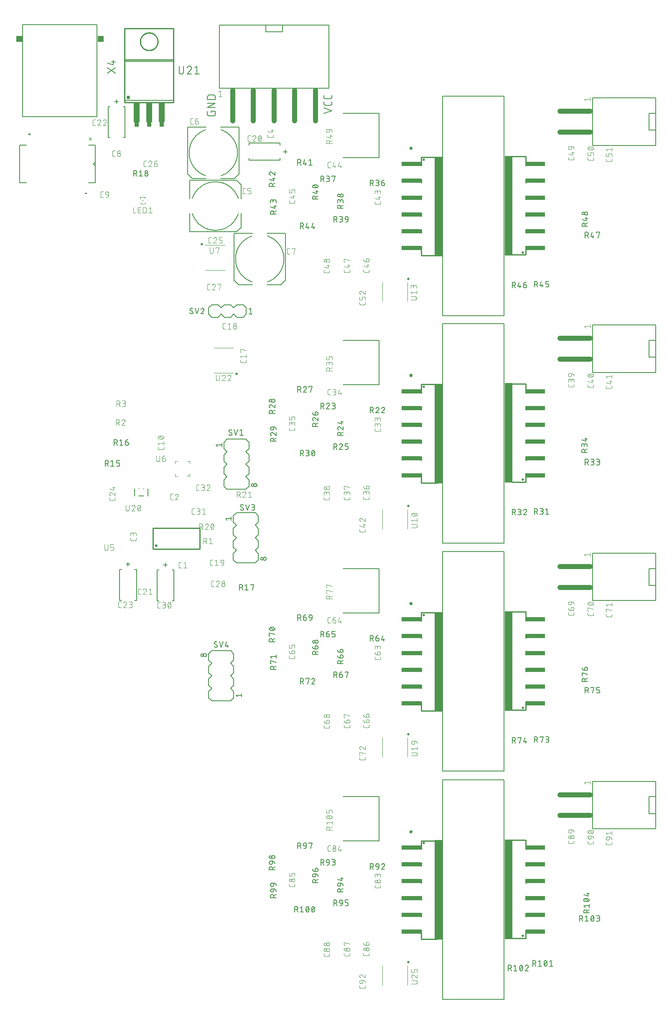
<source format=gbr>
G04 EAGLE Gerber RS-274X export*
G75*
%MOMM*%
%FSLAX34Y34*%
%LPD*%
%INSilkscreen Top*%
%IPPOS*%
%AMOC8*
5,1,8,0,0,1.08239X$1,22.5*%
G01*
%ADD10C,0.152400*%
%ADD11C,0.101600*%
%ADD12C,0.254000*%
%ADD13C,0.762000*%
%ADD14R,1.270000X3.860800*%
%ADD15R,0.914400X1.066800*%
%ADD16C,0.177800*%
%ADD17C,0.304000*%
%ADD18C,0.076200*%
%ADD19C,0.500000*%
%ADD20C,0.120000*%
%ADD21C,0.127000*%
%ADD22R,0.200000X0.200000*%
%ADD23R,0.150000X0.250000*%
%ADD24C,0.203200*%
%ADD25R,1.275000X1.143000*%
%ADD26R,1.250000X1.143000*%
%ADD27C,1.016000*%
%ADD28C,0.508000*%
%ADD29R,3.860800X0.965200*%
%ADD30R,1.549400X20.167600*%
%ADD31C,0.200000*%
%ADD32C,0.350000*%

G36*
X32065Y1775973D02*
X32065Y1775973D01*
X32067Y1775973D01*
X32110Y1775992D01*
X32154Y1776011D01*
X32155Y1776013D01*
X32157Y1776014D01*
X32189Y1776099D01*
X32189Y1778639D01*
X32189Y1778641D01*
X32189Y1778643D01*
X32169Y1778686D01*
X32151Y1778729D01*
X32149Y1778730D01*
X32148Y1778732D01*
X32063Y1778765D01*
X28253Y1778765D01*
X28251Y1778764D01*
X28249Y1778765D01*
X28206Y1778745D01*
X28162Y1778727D01*
X28162Y1778725D01*
X28160Y1778724D01*
X28127Y1778639D01*
X28127Y1776099D01*
X28128Y1776097D01*
X28127Y1776095D01*
X28147Y1776052D01*
X28165Y1776008D01*
X28167Y1776007D01*
X28168Y1776005D01*
X28253Y1775973D01*
X32063Y1775973D01*
X32065Y1775973D01*
G37*
G36*
X146365Y1656141D02*
X146365Y1656141D01*
X146367Y1656141D01*
X146410Y1656161D01*
X146454Y1656179D01*
X146455Y1656181D01*
X146457Y1656182D01*
X146489Y1656267D01*
X146489Y1658807D01*
X146489Y1658809D01*
X146489Y1658811D01*
X146469Y1658854D01*
X146451Y1658898D01*
X146449Y1658898D01*
X146448Y1658900D01*
X146363Y1658933D01*
X142553Y1658933D01*
X142551Y1658932D01*
X142549Y1658933D01*
X142506Y1658913D01*
X142462Y1658895D01*
X142462Y1658893D01*
X142460Y1658892D01*
X142427Y1658807D01*
X142427Y1656267D01*
X142428Y1656265D01*
X142427Y1656263D01*
X142447Y1656220D01*
X142465Y1656176D01*
X142467Y1656175D01*
X142468Y1656173D01*
X142553Y1656141D01*
X146363Y1656141D01*
X146365Y1656141D01*
G37*
D10*
X626982Y1819762D02*
X643238Y1825181D01*
X626982Y1830599D01*
X643238Y1839869D02*
X643238Y1843482D01*
X643238Y1839869D02*
X643236Y1839751D01*
X643230Y1839633D01*
X643221Y1839515D01*
X643207Y1839398D01*
X643190Y1839281D01*
X643169Y1839164D01*
X643144Y1839049D01*
X643115Y1838934D01*
X643082Y1838820D01*
X643046Y1838708D01*
X643006Y1838597D01*
X642963Y1838487D01*
X642916Y1838378D01*
X642866Y1838271D01*
X642811Y1838166D01*
X642754Y1838063D01*
X642693Y1837962D01*
X642629Y1837862D01*
X642562Y1837765D01*
X642492Y1837670D01*
X642418Y1837578D01*
X642342Y1837487D01*
X642262Y1837400D01*
X642180Y1837315D01*
X642095Y1837233D01*
X642008Y1837153D01*
X641917Y1837077D01*
X641825Y1837003D01*
X641730Y1836933D01*
X641633Y1836866D01*
X641533Y1836802D01*
X641432Y1836741D01*
X641329Y1836684D01*
X641224Y1836629D01*
X641117Y1836579D01*
X641008Y1836532D01*
X640898Y1836489D01*
X640787Y1836449D01*
X640675Y1836413D01*
X640561Y1836380D01*
X640446Y1836351D01*
X640331Y1836326D01*
X640214Y1836305D01*
X640097Y1836288D01*
X639980Y1836274D01*
X639862Y1836265D01*
X639744Y1836259D01*
X639626Y1836257D01*
X630594Y1836257D01*
X630594Y1836256D02*
X630476Y1836258D01*
X630358Y1836264D01*
X630240Y1836273D01*
X630122Y1836287D01*
X630005Y1836304D01*
X629889Y1836325D01*
X629774Y1836350D01*
X629659Y1836379D01*
X629545Y1836412D01*
X629433Y1836448D01*
X629321Y1836488D01*
X629211Y1836531D01*
X629103Y1836578D01*
X628996Y1836629D01*
X628891Y1836683D01*
X628788Y1836740D01*
X628686Y1836801D01*
X628587Y1836865D01*
X628490Y1836932D01*
X628395Y1837003D01*
X628302Y1837076D01*
X628212Y1837153D01*
X628124Y1837232D01*
X628039Y1837314D01*
X627957Y1837399D01*
X627878Y1837487D01*
X627801Y1837577D01*
X627728Y1837670D01*
X627657Y1837764D01*
X627590Y1837862D01*
X627526Y1837961D01*
X627465Y1838062D01*
X627408Y1838166D01*
X627354Y1838271D01*
X627303Y1838378D01*
X627256Y1838486D01*
X627213Y1838596D01*
X627173Y1838708D01*
X627137Y1838820D01*
X627104Y1838934D01*
X627075Y1839049D01*
X627050Y1839164D01*
X627029Y1839280D01*
X627012Y1839397D01*
X626998Y1839515D01*
X626989Y1839633D01*
X626983Y1839751D01*
X626981Y1839869D01*
X626982Y1839869D02*
X626982Y1843482D01*
X643238Y1852895D02*
X643238Y1856508D01*
X643238Y1852895D02*
X643236Y1852777D01*
X643230Y1852659D01*
X643221Y1852541D01*
X643207Y1852424D01*
X643190Y1852307D01*
X643169Y1852190D01*
X643144Y1852075D01*
X643115Y1851960D01*
X643082Y1851846D01*
X643046Y1851734D01*
X643006Y1851623D01*
X642963Y1851513D01*
X642916Y1851404D01*
X642866Y1851297D01*
X642811Y1851192D01*
X642754Y1851089D01*
X642693Y1850988D01*
X642629Y1850888D01*
X642562Y1850791D01*
X642492Y1850696D01*
X642418Y1850604D01*
X642342Y1850513D01*
X642262Y1850426D01*
X642180Y1850341D01*
X642095Y1850259D01*
X642008Y1850179D01*
X641917Y1850103D01*
X641825Y1850029D01*
X641730Y1849959D01*
X641633Y1849892D01*
X641533Y1849828D01*
X641432Y1849767D01*
X641329Y1849710D01*
X641224Y1849655D01*
X641117Y1849605D01*
X641008Y1849558D01*
X640898Y1849515D01*
X640787Y1849475D01*
X640675Y1849439D01*
X640561Y1849406D01*
X640446Y1849377D01*
X640331Y1849352D01*
X640214Y1849331D01*
X640097Y1849314D01*
X639980Y1849300D01*
X639862Y1849291D01*
X639744Y1849285D01*
X639626Y1849283D01*
X630594Y1849283D01*
X630594Y1849282D02*
X630476Y1849284D01*
X630358Y1849290D01*
X630240Y1849299D01*
X630122Y1849313D01*
X630005Y1849330D01*
X629889Y1849351D01*
X629774Y1849376D01*
X629659Y1849405D01*
X629545Y1849438D01*
X629433Y1849474D01*
X629321Y1849514D01*
X629211Y1849557D01*
X629103Y1849604D01*
X628996Y1849655D01*
X628891Y1849709D01*
X628788Y1849766D01*
X628686Y1849827D01*
X628587Y1849891D01*
X628490Y1849958D01*
X628395Y1850029D01*
X628302Y1850102D01*
X628212Y1850179D01*
X628124Y1850258D01*
X628039Y1850340D01*
X627957Y1850425D01*
X627878Y1850513D01*
X627801Y1850603D01*
X627728Y1850696D01*
X627657Y1850790D01*
X627590Y1850888D01*
X627526Y1850987D01*
X627465Y1851088D01*
X627408Y1851192D01*
X627354Y1851297D01*
X627303Y1851404D01*
X627256Y1851512D01*
X627213Y1851622D01*
X627173Y1851734D01*
X627137Y1851846D01*
X627104Y1851960D01*
X627075Y1852075D01*
X627050Y1852190D01*
X627029Y1852306D01*
X627012Y1852423D01*
X626998Y1852541D01*
X626989Y1852659D01*
X626983Y1852777D01*
X626981Y1852895D01*
X626982Y1852895D02*
X626982Y1856508D01*
X398207Y1823793D02*
X398207Y1821084D01*
X398207Y1823793D02*
X407238Y1823793D01*
X407238Y1818374D01*
X407236Y1818256D01*
X407230Y1818138D01*
X407221Y1818020D01*
X407207Y1817903D01*
X407190Y1817786D01*
X407169Y1817669D01*
X407144Y1817554D01*
X407115Y1817439D01*
X407082Y1817325D01*
X407046Y1817213D01*
X407006Y1817102D01*
X406963Y1816992D01*
X406916Y1816883D01*
X406866Y1816776D01*
X406811Y1816671D01*
X406754Y1816568D01*
X406693Y1816467D01*
X406629Y1816367D01*
X406562Y1816270D01*
X406492Y1816175D01*
X406418Y1816083D01*
X406342Y1815992D01*
X406262Y1815905D01*
X406180Y1815820D01*
X406095Y1815738D01*
X406008Y1815658D01*
X405917Y1815582D01*
X405825Y1815508D01*
X405730Y1815438D01*
X405633Y1815371D01*
X405533Y1815307D01*
X405432Y1815246D01*
X405329Y1815189D01*
X405224Y1815134D01*
X405117Y1815084D01*
X405008Y1815037D01*
X404898Y1814994D01*
X404787Y1814954D01*
X404675Y1814918D01*
X404561Y1814885D01*
X404446Y1814856D01*
X404331Y1814831D01*
X404214Y1814810D01*
X404097Y1814793D01*
X403980Y1814779D01*
X403862Y1814770D01*
X403744Y1814764D01*
X403626Y1814762D01*
X394594Y1814762D01*
X394476Y1814764D01*
X394358Y1814770D01*
X394240Y1814779D01*
X394122Y1814793D01*
X394005Y1814810D01*
X393889Y1814831D01*
X393774Y1814856D01*
X393659Y1814885D01*
X393545Y1814918D01*
X393433Y1814954D01*
X393321Y1814994D01*
X393211Y1815037D01*
X393103Y1815084D01*
X392996Y1815135D01*
X392891Y1815189D01*
X392788Y1815246D01*
X392686Y1815307D01*
X392587Y1815371D01*
X392490Y1815438D01*
X392395Y1815509D01*
X392302Y1815582D01*
X392212Y1815659D01*
X392124Y1815738D01*
X392039Y1815820D01*
X391957Y1815905D01*
X391878Y1815993D01*
X391801Y1816083D01*
X391728Y1816176D01*
X391657Y1816270D01*
X391590Y1816368D01*
X391526Y1816467D01*
X391465Y1816568D01*
X391408Y1816672D01*
X391354Y1816777D01*
X391303Y1816884D01*
X391256Y1816992D01*
X391213Y1817102D01*
X391173Y1817214D01*
X391137Y1817326D01*
X391104Y1817440D01*
X391075Y1817555D01*
X391050Y1817670D01*
X391029Y1817786D01*
X391012Y1817903D01*
X390998Y1818021D01*
X390989Y1818139D01*
X390983Y1818257D01*
X390981Y1818375D01*
X390982Y1818374D02*
X390982Y1823793D01*
X390982Y1831435D02*
X407238Y1831435D01*
X407238Y1840466D02*
X390982Y1831435D01*
X390982Y1840466D02*
X407238Y1840466D01*
X407238Y1848109D02*
X390982Y1848109D01*
X390982Y1852624D01*
X390984Y1852755D01*
X390990Y1852887D01*
X390999Y1853018D01*
X391013Y1853148D01*
X391030Y1853279D01*
X391051Y1853408D01*
X391075Y1853537D01*
X391104Y1853665D01*
X391136Y1853793D01*
X391172Y1853919D01*
X391211Y1854044D01*
X391254Y1854169D01*
X391301Y1854291D01*
X391351Y1854413D01*
X391405Y1854533D01*
X391462Y1854651D01*
X391523Y1854767D01*
X391587Y1854882D01*
X391654Y1854995D01*
X391725Y1855106D01*
X391799Y1855214D01*
X391876Y1855321D01*
X391956Y1855425D01*
X392039Y1855527D01*
X392124Y1855626D01*
X392213Y1855723D01*
X392305Y1855817D01*
X392399Y1855909D01*
X392496Y1855998D01*
X392595Y1856083D01*
X392697Y1856166D01*
X392801Y1856246D01*
X392908Y1856323D01*
X393016Y1856397D01*
X393127Y1856468D01*
X393240Y1856535D01*
X393355Y1856599D01*
X393471Y1856660D01*
X393589Y1856717D01*
X393709Y1856771D01*
X393831Y1856821D01*
X393953Y1856868D01*
X394078Y1856911D01*
X394203Y1856950D01*
X394329Y1856986D01*
X394457Y1857018D01*
X394585Y1857047D01*
X394714Y1857071D01*
X394843Y1857092D01*
X394974Y1857109D01*
X395104Y1857123D01*
X395235Y1857132D01*
X395367Y1857138D01*
X395498Y1857140D01*
X402722Y1857140D01*
X402853Y1857138D01*
X402985Y1857132D01*
X403116Y1857123D01*
X403246Y1857109D01*
X403377Y1857092D01*
X403506Y1857071D01*
X403635Y1857047D01*
X403763Y1857018D01*
X403891Y1856986D01*
X404017Y1856950D01*
X404142Y1856911D01*
X404267Y1856868D01*
X404389Y1856821D01*
X404511Y1856771D01*
X404631Y1856717D01*
X404749Y1856660D01*
X404865Y1856599D01*
X404980Y1856535D01*
X405093Y1856468D01*
X405204Y1856397D01*
X405312Y1856323D01*
X405419Y1856246D01*
X405523Y1856166D01*
X405625Y1856083D01*
X405724Y1855998D01*
X405821Y1855909D01*
X405915Y1855817D01*
X406007Y1855723D01*
X406096Y1855626D01*
X406181Y1855527D01*
X406264Y1855425D01*
X406344Y1855321D01*
X406421Y1855214D01*
X406495Y1855106D01*
X406566Y1854995D01*
X406633Y1854882D01*
X406697Y1854767D01*
X406758Y1854651D01*
X406815Y1854533D01*
X406869Y1854413D01*
X406919Y1854291D01*
X406966Y1854169D01*
X407009Y1854044D01*
X407048Y1853919D01*
X407084Y1853793D01*
X407116Y1853665D01*
X407145Y1853537D01*
X407169Y1853408D01*
X407190Y1853278D01*
X407207Y1853148D01*
X407221Y1853018D01*
X407230Y1852887D01*
X407236Y1852755D01*
X407238Y1852624D01*
X407238Y1848109D01*
D11*
X302392Y1144401D02*
X302392Y1141804D01*
X302390Y1141705D01*
X302384Y1141605D01*
X302375Y1141506D01*
X302362Y1141408D01*
X302345Y1141310D01*
X302324Y1141212D01*
X302299Y1141116D01*
X302271Y1141021D01*
X302239Y1140927D01*
X302204Y1140834D01*
X302165Y1140742D01*
X302122Y1140652D01*
X302077Y1140564D01*
X302027Y1140477D01*
X301975Y1140393D01*
X301919Y1140310D01*
X301861Y1140230D01*
X301799Y1140152D01*
X301734Y1140077D01*
X301666Y1140004D01*
X301596Y1139934D01*
X301523Y1139866D01*
X301448Y1139801D01*
X301370Y1139739D01*
X301290Y1139681D01*
X301207Y1139625D01*
X301123Y1139573D01*
X301036Y1139523D01*
X300948Y1139478D01*
X300858Y1139435D01*
X300766Y1139396D01*
X300673Y1139361D01*
X300579Y1139329D01*
X300484Y1139301D01*
X300388Y1139276D01*
X300290Y1139255D01*
X300192Y1139238D01*
X300094Y1139225D01*
X299995Y1139216D01*
X299895Y1139210D01*
X299796Y1139208D01*
X293304Y1139208D01*
X293205Y1139210D01*
X293105Y1139216D01*
X293006Y1139225D01*
X292908Y1139238D01*
X292810Y1139256D01*
X292712Y1139276D01*
X292616Y1139301D01*
X292520Y1139329D01*
X292426Y1139361D01*
X292333Y1139396D01*
X292242Y1139435D01*
X292152Y1139478D01*
X292063Y1139523D01*
X291977Y1139573D01*
X291892Y1139625D01*
X291810Y1139681D01*
X291730Y1139740D01*
X291652Y1139801D01*
X291576Y1139866D01*
X291503Y1139934D01*
X291433Y1140004D01*
X291365Y1140077D01*
X291300Y1140153D01*
X291239Y1140231D01*
X291180Y1140311D01*
X291124Y1140393D01*
X291072Y1140478D01*
X291023Y1140564D01*
X290977Y1140653D01*
X290934Y1140743D01*
X290895Y1140834D01*
X290860Y1140927D01*
X290828Y1141021D01*
X290800Y1141117D01*
X290775Y1141213D01*
X290755Y1141311D01*
X290737Y1141409D01*
X290724Y1141507D01*
X290715Y1141606D01*
X290709Y1141705D01*
X290707Y1141805D01*
X290708Y1141804D02*
X290708Y1144401D01*
X293304Y1148766D02*
X290708Y1152012D01*
X302392Y1152012D01*
X302392Y1155257D02*
X302392Y1148766D01*
X296550Y1160196D02*
X296320Y1160199D01*
X296090Y1160207D01*
X295861Y1160221D01*
X295632Y1160240D01*
X295403Y1160265D01*
X295175Y1160295D01*
X294948Y1160330D01*
X294722Y1160371D01*
X294497Y1160417D01*
X294273Y1160469D01*
X294050Y1160526D01*
X293829Y1160588D01*
X293609Y1160656D01*
X293391Y1160729D01*
X293175Y1160807D01*
X292961Y1160890D01*
X292749Y1160978D01*
X292538Y1161071D01*
X292331Y1161170D01*
X292241Y1161203D01*
X292152Y1161239D01*
X292064Y1161279D01*
X291979Y1161323D01*
X291895Y1161370D01*
X291813Y1161420D01*
X291733Y1161474D01*
X291656Y1161530D01*
X291580Y1161590D01*
X291507Y1161653D01*
X291437Y1161718D01*
X291369Y1161787D01*
X291305Y1161858D01*
X291243Y1161931D01*
X291184Y1162007D01*
X291128Y1162085D01*
X291075Y1162166D01*
X291026Y1162248D01*
X290980Y1162332D01*
X290937Y1162419D01*
X290898Y1162506D01*
X290862Y1162596D01*
X290830Y1162686D01*
X290802Y1162778D01*
X290777Y1162871D01*
X290756Y1162965D01*
X290739Y1163059D01*
X290725Y1163154D01*
X290716Y1163250D01*
X290710Y1163346D01*
X290708Y1163442D01*
X290710Y1163538D01*
X290716Y1163634D01*
X290725Y1163730D01*
X290739Y1163825D01*
X290756Y1163919D01*
X290777Y1164013D01*
X290802Y1164106D01*
X290830Y1164198D01*
X290862Y1164288D01*
X290898Y1164378D01*
X290937Y1164466D01*
X290980Y1164552D01*
X291026Y1164636D01*
X291075Y1164718D01*
X291128Y1164799D01*
X291184Y1164877D01*
X291243Y1164953D01*
X291305Y1165026D01*
X291369Y1165097D01*
X291437Y1165166D01*
X291507Y1165231D01*
X291580Y1165294D01*
X291656Y1165354D01*
X291733Y1165410D01*
X291813Y1165464D01*
X291895Y1165514D01*
X291979Y1165561D01*
X292064Y1165605D01*
X292152Y1165645D01*
X292241Y1165681D01*
X292331Y1165714D01*
X292538Y1165813D01*
X292749Y1165906D01*
X292961Y1165994D01*
X293175Y1166077D01*
X293391Y1166155D01*
X293609Y1166228D01*
X293829Y1166296D01*
X294050Y1166358D01*
X294273Y1166415D01*
X294497Y1166467D01*
X294722Y1166513D01*
X294948Y1166554D01*
X295175Y1166589D01*
X295403Y1166619D01*
X295632Y1166644D01*
X295861Y1166663D01*
X296090Y1166677D01*
X296320Y1166685D01*
X296550Y1166688D01*
X296550Y1160196D02*
X296780Y1160199D01*
X297010Y1160207D01*
X297239Y1160221D01*
X297468Y1160240D01*
X297697Y1160265D01*
X297925Y1160295D01*
X298152Y1160330D01*
X298378Y1160371D01*
X298603Y1160417D01*
X298827Y1160469D01*
X299050Y1160526D01*
X299271Y1160588D01*
X299491Y1160656D01*
X299709Y1160729D01*
X299925Y1160807D01*
X300139Y1160890D01*
X300351Y1160978D01*
X300562Y1161071D01*
X300769Y1161170D01*
X300859Y1161203D01*
X300948Y1161239D01*
X301036Y1161280D01*
X301121Y1161323D01*
X301205Y1161370D01*
X301287Y1161420D01*
X301367Y1161474D01*
X301444Y1161530D01*
X301520Y1161590D01*
X301593Y1161653D01*
X301663Y1161718D01*
X301731Y1161787D01*
X301795Y1161858D01*
X301857Y1161931D01*
X301916Y1162007D01*
X301972Y1162085D01*
X302025Y1162166D01*
X302074Y1162248D01*
X302120Y1162332D01*
X302163Y1162419D01*
X302202Y1162506D01*
X302238Y1162596D01*
X302270Y1162686D01*
X302298Y1162778D01*
X302323Y1162871D01*
X302344Y1162965D01*
X302361Y1163059D01*
X302375Y1163154D01*
X302384Y1163250D01*
X302390Y1163346D01*
X302392Y1163442D01*
X300769Y1165714D02*
X300562Y1165813D01*
X300351Y1165906D01*
X300139Y1165994D01*
X299925Y1166077D01*
X299709Y1166155D01*
X299491Y1166228D01*
X299271Y1166296D01*
X299050Y1166358D01*
X298827Y1166415D01*
X298603Y1166467D01*
X298378Y1166513D01*
X298152Y1166554D01*
X297925Y1166589D01*
X297697Y1166619D01*
X297468Y1166644D01*
X297239Y1166663D01*
X297010Y1166677D01*
X296780Y1166685D01*
X296550Y1166688D01*
X300769Y1165714D02*
X300859Y1165681D01*
X300948Y1165645D01*
X301036Y1165605D01*
X301121Y1165561D01*
X301205Y1165514D01*
X301287Y1165464D01*
X301367Y1165410D01*
X301444Y1165354D01*
X301520Y1165294D01*
X301593Y1165231D01*
X301663Y1165166D01*
X301731Y1165097D01*
X301795Y1165026D01*
X301857Y1164953D01*
X301916Y1164877D01*
X301972Y1164799D01*
X302025Y1164718D01*
X302074Y1164636D01*
X302120Y1164552D01*
X302163Y1164465D01*
X302202Y1164378D01*
X302238Y1164288D01*
X302270Y1164198D01*
X302298Y1164106D01*
X302323Y1164013D01*
X302344Y1163919D01*
X302361Y1163825D01*
X302375Y1163730D01*
X302384Y1163634D01*
X302390Y1163538D01*
X302392Y1163442D01*
X299796Y1160845D02*
X293304Y1166038D01*
X524292Y1773739D02*
X524292Y1776336D01*
X524292Y1773739D02*
X524290Y1773640D01*
X524284Y1773540D01*
X524275Y1773441D01*
X524262Y1773343D01*
X524245Y1773245D01*
X524224Y1773147D01*
X524199Y1773051D01*
X524171Y1772956D01*
X524139Y1772862D01*
X524104Y1772769D01*
X524065Y1772677D01*
X524022Y1772587D01*
X523977Y1772499D01*
X523927Y1772412D01*
X523875Y1772328D01*
X523819Y1772245D01*
X523761Y1772165D01*
X523699Y1772087D01*
X523634Y1772012D01*
X523566Y1771939D01*
X523496Y1771869D01*
X523423Y1771801D01*
X523348Y1771736D01*
X523270Y1771674D01*
X523190Y1771616D01*
X523107Y1771560D01*
X523023Y1771508D01*
X522936Y1771458D01*
X522848Y1771413D01*
X522758Y1771370D01*
X522666Y1771331D01*
X522573Y1771296D01*
X522479Y1771264D01*
X522384Y1771236D01*
X522288Y1771211D01*
X522190Y1771190D01*
X522092Y1771173D01*
X521994Y1771160D01*
X521895Y1771151D01*
X521795Y1771145D01*
X521696Y1771143D01*
X515204Y1771143D01*
X515204Y1771142D02*
X515105Y1771144D01*
X515005Y1771150D01*
X514906Y1771159D01*
X514808Y1771172D01*
X514710Y1771190D01*
X514612Y1771210D01*
X514516Y1771235D01*
X514420Y1771263D01*
X514326Y1771295D01*
X514233Y1771330D01*
X514142Y1771369D01*
X514052Y1771412D01*
X513963Y1771457D01*
X513877Y1771507D01*
X513792Y1771559D01*
X513710Y1771615D01*
X513630Y1771674D01*
X513552Y1771735D01*
X513476Y1771800D01*
X513403Y1771868D01*
X513333Y1771938D01*
X513265Y1772011D01*
X513200Y1772087D01*
X513139Y1772165D01*
X513080Y1772245D01*
X513024Y1772327D01*
X512972Y1772412D01*
X512923Y1772498D01*
X512877Y1772587D01*
X512834Y1772677D01*
X512795Y1772768D01*
X512760Y1772861D01*
X512728Y1772955D01*
X512700Y1773051D01*
X512675Y1773147D01*
X512655Y1773245D01*
X512637Y1773343D01*
X512624Y1773441D01*
X512615Y1773540D01*
X512609Y1773639D01*
X512607Y1773739D01*
X512608Y1773739D02*
X512608Y1776336D01*
X512608Y1783297D02*
X521696Y1780701D01*
X521696Y1787192D01*
X519099Y1785245D02*
X524292Y1785245D01*
X203901Y1732708D02*
X201304Y1732708D01*
X201205Y1732710D01*
X201105Y1732716D01*
X201006Y1732725D01*
X200908Y1732738D01*
X200810Y1732755D01*
X200712Y1732776D01*
X200616Y1732801D01*
X200521Y1732829D01*
X200427Y1732861D01*
X200334Y1732896D01*
X200242Y1732935D01*
X200152Y1732978D01*
X200064Y1733023D01*
X199977Y1733073D01*
X199893Y1733125D01*
X199810Y1733181D01*
X199730Y1733239D01*
X199652Y1733301D01*
X199577Y1733366D01*
X199504Y1733434D01*
X199434Y1733504D01*
X199366Y1733577D01*
X199301Y1733652D01*
X199239Y1733730D01*
X199181Y1733810D01*
X199125Y1733893D01*
X199073Y1733977D01*
X199023Y1734064D01*
X198978Y1734152D01*
X198935Y1734242D01*
X198896Y1734334D01*
X198861Y1734427D01*
X198829Y1734521D01*
X198801Y1734616D01*
X198776Y1734712D01*
X198755Y1734810D01*
X198738Y1734908D01*
X198725Y1735006D01*
X198716Y1735105D01*
X198710Y1735205D01*
X198708Y1735304D01*
X198708Y1741796D01*
X198710Y1741895D01*
X198716Y1741995D01*
X198725Y1742094D01*
X198738Y1742192D01*
X198755Y1742290D01*
X198776Y1742388D01*
X198801Y1742484D01*
X198829Y1742579D01*
X198861Y1742673D01*
X198896Y1742766D01*
X198935Y1742858D01*
X198978Y1742948D01*
X199023Y1743036D01*
X199073Y1743123D01*
X199125Y1743207D01*
X199181Y1743290D01*
X199239Y1743370D01*
X199301Y1743448D01*
X199366Y1743523D01*
X199434Y1743596D01*
X199504Y1743666D01*
X199577Y1743734D01*
X199652Y1743799D01*
X199730Y1743861D01*
X199810Y1743919D01*
X199893Y1743975D01*
X199977Y1744027D01*
X200064Y1744077D01*
X200152Y1744122D01*
X200242Y1744165D01*
X200334Y1744204D01*
X200426Y1744239D01*
X200521Y1744271D01*
X200616Y1744299D01*
X200712Y1744324D01*
X200810Y1744345D01*
X200908Y1744362D01*
X201006Y1744375D01*
X201105Y1744384D01*
X201205Y1744390D01*
X201304Y1744392D01*
X203901Y1744392D01*
X208266Y1735954D02*
X208268Y1736067D01*
X208274Y1736180D01*
X208284Y1736293D01*
X208298Y1736406D01*
X208315Y1736518D01*
X208337Y1736629D01*
X208362Y1736739D01*
X208392Y1736849D01*
X208425Y1736957D01*
X208462Y1737064D01*
X208502Y1737170D01*
X208547Y1737274D01*
X208595Y1737377D01*
X208646Y1737478D01*
X208701Y1737577D01*
X208759Y1737674D01*
X208821Y1737769D01*
X208886Y1737862D01*
X208954Y1737952D01*
X209025Y1738040D01*
X209100Y1738126D01*
X209177Y1738209D01*
X209257Y1738289D01*
X209340Y1738366D01*
X209426Y1738441D01*
X209514Y1738512D01*
X209604Y1738580D01*
X209697Y1738645D01*
X209792Y1738707D01*
X209889Y1738765D01*
X209988Y1738820D01*
X210089Y1738871D01*
X210192Y1738919D01*
X210296Y1738964D01*
X210402Y1739004D01*
X210509Y1739041D01*
X210617Y1739074D01*
X210727Y1739104D01*
X210837Y1739129D01*
X210948Y1739151D01*
X211060Y1739168D01*
X211173Y1739182D01*
X211286Y1739192D01*
X211399Y1739198D01*
X211512Y1739200D01*
X211625Y1739198D01*
X211738Y1739192D01*
X211851Y1739182D01*
X211964Y1739168D01*
X212076Y1739151D01*
X212187Y1739129D01*
X212297Y1739104D01*
X212407Y1739074D01*
X212515Y1739041D01*
X212622Y1739004D01*
X212728Y1738964D01*
X212832Y1738919D01*
X212935Y1738871D01*
X213036Y1738820D01*
X213135Y1738765D01*
X213232Y1738707D01*
X213327Y1738645D01*
X213420Y1738580D01*
X213510Y1738512D01*
X213598Y1738441D01*
X213684Y1738366D01*
X213767Y1738289D01*
X213847Y1738209D01*
X213924Y1738126D01*
X213999Y1738040D01*
X214070Y1737952D01*
X214138Y1737862D01*
X214203Y1737769D01*
X214265Y1737674D01*
X214323Y1737577D01*
X214378Y1737478D01*
X214429Y1737377D01*
X214477Y1737274D01*
X214522Y1737170D01*
X214562Y1737064D01*
X214599Y1736957D01*
X214632Y1736849D01*
X214662Y1736739D01*
X214687Y1736629D01*
X214709Y1736518D01*
X214726Y1736406D01*
X214740Y1736293D01*
X214750Y1736180D01*
X214756Y1736067D01*
X214758Y1735954D01*
X214756Y1735841D01*
X214750Y1735728D01*
X214740Y1735615D01*
X214726Y1735502D01*
X214709Y1735390D01*
X214687Y1735279D01*
X214662Y1735169D01*
X214632Y1735059D01*
X214599Y1734951D01*
X214562Y1734844D01*
X214522Y1734738D01*
X214477Y1734634D01*
X214429Y1734531D01*
X214378Y1734430D01*
X214323Y1734331D01*
X214265Y1734234D01*
X214203Y1734139D01*
X214138Y1734046D01*
X214070Y1733956D01*
X213999Y1733868D01*
X213924Y1733782D01*
X213847Y1733699D01*
X213767Y1733619D01*
X213684Y1733542D01*
X213598Y1733467D01*
X213510Y1733396D01*
X213420Y1733328D01*
X213327Y1733263D01*
X213232Y1733201D01*
X213135Y1733143D01*
X213036Y1733088D01*
X212935Y1733037D01*
X212832Y1732989D01*
X212728Y1732944D01*
X212622Y1732904D01*
X212515Y1732867D01*
X212407Y1732834D01*
X212297Y1732804D01*
X212187Y1732779D01*
X212076Y1732757D01*
X211964Y1732740D01*
X211851Y1732726D01*
X211738Y1732716D01*
X211625Y1732710D01*
X211512Y1732708D01*
X211399Y1732710D01*
X211286Y1732716D01*
X211173Y1732726D01*
X211060Y1732740D01*
X210948Y1732757D01*
X210837Y1732779D01*
X210727Y1732804D01*
X210617Y1732834D01*
X210509Y1732867D01*
X210402Y1732904D01*
X210296Y1732944D01*
X210192Y1732989D01*
X210089Y1733037D01*
X209988Y1733088D01*
X209889Y1733143D01*
X209792Y1733201D01*
X209697Y1733263D01*
X209604Y1733328D01*
X209514Y1733396D01*
X209426Y1733467D01*
X209340Y1733542D01*
X209257Y1733619D01*
X209177Y1733699D01*
X209100Y1733782D01*
X209025Y1733868D01*
X208954Y1733956D01*
X208886Y1734046D01*
X208821Y1734139D01*
X208759Y1734234D01*
X208701Y1734331D01*
X208646Y1734430D01*
X208595Y1734531D01*
X208547Y1734634D01*
X208502Y1734738D01*
X208462Y1734844D01*
X208425Y1734951D01*
X208392Y1735059D01*
X208362Y1735169D01*
X208337Y1735279D01*
X208315Y1735390D01*
X208298Y1735502D01*
X208284Y1735615D01*
X208274Y1735728D01*
X208268Y1735841D01*
X208266Y1735954D01*
X208916Y1741796D02*
X208918Y1741897D01*
X208924Y1741997D01*
X208934Y1742097D01*
X208947Y1742197D01*
X208965Y1742296D01*
X208986Y1742395D01*
X209011Y1742492D01*
X209040Y1742589D01*
X209073Y1742684D01*
X209109Y1742778D01*
X209149Y1742870D01*
X209192Y1742961D01*
X209239Y1743050D01*
X209289Y1743137D01*
X209343Y1743223D01*
X209400Y1743306D01*
X209460Y1743386D01*
X209523Y1743465D01*
X209590Y1743541D01*
X209659Y1743614D01*
X209731Y1743684D01*
X209805Y1743752D01*
X209882Y1743817D01*
X209962Y1743878D01*
X210044Y1743937D01*
X210128Y1743992D01*
X210214Y1744044D01*
X210302Y1744093D01*
X210392Y1744138D01*
X210484Y1744180D01*
X210577Y1744218D01*
X210672Y1744252D01*
X210767Y1744283D01*
X210864Y1744310D01*
X210962Y1744333D01*
X211061Y1744353D01*
X211161Y1744368D01*
X211261Y1744380D01*
X211361Y1744388D01*
X211462Y1744392D01*
X211562Y1744392D01*
X211663Y1744388D01*
X211763Y1744380D01*
X211863Y1744368D01*
X211963Y1744353D01*
X212062Y1744333D01*
X212160Y1744310D01*
X212257Y1744283D01*
X212352Y1744252D01*
X212447Y1744218D01*
X212540Y1744180D01*
X212632Y1744138D01*
X212722Y1744093D01*
X212810Y1744044D01*
X212896Y1743992D01*
X212980Y1743937D01*
X213062Y1743878D01*
X213142Y1743817D01*
X213219Y1743752D01*
X213293Y1743684D01*
X213365Y1743614D01*
X213434Y1743541D01*
X213501Y1743465D01*
X213564Y1743386D01*
X213624Y1743306D01*
X213681Y1743223D01*
X213735Y1743137D01*
X213785Y1743050D01*
X213832Y1742961D01*
X213875Y1742870D01*
X213915Y1742778D01*
X213951Y1742684D01*
X213984Y1742589D01*
X214013Y1742492D01*
X214038Y1742395D01*
X214059Y1742296D01*
X214077Y1742197D01*
X214090Y1742097D01*
X214100Y1741997D01*
X214106Y1741897D01*
X214108Y1741796D01*
X214106Y1741695D01*
X214100Y1741595D01*
X214090Y1741495D01*
X214077Y1741395D01*
X214059Y1741296D01*
X214038Y1741197D01*
X214013Y1741100D01*
X213984Y1741003D01*
X213951Y1740908D01*
X213915Y1740814D01*
X213875Y1740722D01*
X213832Y1740631D01*
X213785Y1740542D01*
X213735Y1740455D01*
X213681Y1740369D01*
X213624Y1740286D01*
X213564Y1740206D01*
X213501Y1740127D01*
X213434Y1740051D01*
X213365Y1739978D01*
X213293Y1739908D01*
X213219Y1739840D01*
X213142Y1739775D01*
X213062Y1739714D01*
X212980Y1739655D01*
X212896Y1739600D01*
X212810Y1739548D01*
X212722Y1739499D01*
X212632Y1739454D01*
X212540Y1739412D01*
X212447Y1739374D01*
X212352Y1739340D01*
X212257Y1739309D01*
X212160Y1739282D01*
X212062Y1739259D01*
X211963Y1739239D01*
X211863Y1739224D01*
X211763Y1739212D01*
X211663Y1739204D01*
X211562Y1739200D01*
X211462Y1739200D01*
X211361Y1739204D01*
X211261Y1739212D01*
X211161Y1739224D01*
X211061Y1739239D01*
X210962Y1739259D01*
X210864Y1739282D01*
X210767Y1739309D01*
X210672Y1739340D01*
X210577Y1739374D01*
X210484Y1739412D01*
X210392Y1739454D01*
X210302Y1739499D01*
X210214Y1739548D01*
X210128Y1739600D01*
X210044Y1739655D01*
X209962Y1739714D01*
X209882Y1739775D01*
X209805Y1739840D01*
X209731Y1739908D01*
X209659Y1739978D01*
X209590Y1740051D01*
X209523Y1740127D01*
X209460Y1740206D01*
X209400Y1740286D01*
X209343Y1740369D01*
X209289Y1740455D01*
X209239Y1740542D01*
X209192Y1740631D01*
X209149Y1740722D01*
X209109Y1740814D01*
X209073Y1740908D01*
X209040Y1741003D01*
X209011Y1741100D01*
X208986Y1741197D01*
X208965Y1741296D01*
X208947Y1741395D01*
X208934Y1741495D01*
X208924Y1741595D01*
X208918Y1741695D01*
X208916Y1741796D01*
X179801Y1649608D02*
X177204Y1649608D01*
X177105Y1649610D01*
X177005Y1649616D01*
X176906Y1649625D01*
X176808Y1649638D01*
X176710Y1649655D01*
X176612Y1649676D01*
X176516Y1649701D01*
X176421Y1649729D01*
X176327Y1649761D01*
X176234Y1649796D01*
X176142Y1649835D01*
X176052Y1649878D01*
X175964Y1649923D01*
X175877Y1649973D01*
X175793Y1650025D01*
X175710Y1650081D01*
X175630Y1650139D01*
X175552Y1650201D01*
X175477Y1650266D01*
X175404Y1650334D01*
X175334Y1650404D01*
X175266Y1650477D01*
X175201Y1650552D01*
X175139Y1650630D01*
X175081Y1650710D01*
X175025Y1650793D01*
X174973Y1650877D01*
X174923Y1650964D01*
X174878Y1651052D01*
X174835Y1651142D01*
X174796Y1651234D01*
X174761Y1651327D01*
X174729Y1651421D01*
X174701Y1651516D01*
X174676Y1651612D01*
X174655Y1651710D01*
X174638Y1651808D01*
X174625Y1651906D01*
X174616Y1652005D01*
X174610Y1652105D01*
X174608Y1652204D01*
X174608Y1658696D01*
X174610Y1658795D01*
X174616Y1658895D01*
X174625Y1658994D01*
X174638Y1659092D01*
X174655Y1659190D01*
X174676Y1659288D01*
X174701Y1659384D01*
X174729Y1659479D01*
X174761Y1659573D01*
X174796Y1659666D01*
X174835Y1659758D01*
X174878Y1659848D01*
X174923Y1659936D01*
X174973Y1660023D01*
X175025Y1660107D01*
X175081Y1660190D01*
X175139Y1660270D01*
X175201Y1660348D01*
X175266Y1660423D01*
X175334Y1660496D01*
X175404Y1660566D01*
X175477Y1660634D01*
X175552Y1660699D01*
X175630Y1660761D01*
X175710Y1660819D01*
X175793Y1660875D01*
X175877Y1660927D01*
X175964Y1660977D01*
X176052Y1661022D01*
X176142Y1661065D01*
X176234Y1661104D01*
X176326Y1661139D01*
X176421Y1661171D01*
X176516Y1661199D01*
X176612Y1661224D01*
X176710Y1661245D01*
X176808Y1661262D01*
X176906Y1661275D01*
X177005Y1661284D01*
X177105Y1661290D01*
X177204Y1661292D01*
X179801Y1661292D01*
X186763Y1654801D02*
X190657Y1654801D01*
X186763Y1654801D02*
X186664Y1654803D01*
X186564Y1654809D01*
X186465Y1654818D01*
X186367Y1654831D01*
X186269Y1654848D01*
X186171Y1654869D01*
X186075Y1654894D01*
X185980Y1654922D01*
X185886Y1654954D01*
X185793Y1654989D01*
X185701Y1655028D01*
X185611Y1655071D01*
X185523Y1655116D01*
X185436Y1655166D01*
X185352Y1655218D01*
X185269Y1655274D01*
X185189Y1655332D01*
X185111Y1655394D01*
X185036Y1655459D01*
X184963Y1655527D01*
X184893Y1655597D01*
X184825Y1655670D01*
X184760Y1655745D01*
X184698Y1655823D01*
X184640Y1655903D01*
X184584Y1655986D01*
X184532Y1656070D01*
X184482Y1656157D01*
X184437Y1656245D01*
X184394Y1656335D01*
X184355Y1656427D01*
X184320Y1656520D01*
X184288Y1656614D01*
X184260Y1656709D01*
X184235Y1656805D01*
X184214Y1656903D01*
X184197Y1657001D01*
X184184Y1657099D01*
X184175Y1657198D01*
X184169Y1657298D01*
X184167Y1657397D01*
X184166Y1657397D02*
X184166Y1658046D01*
X184168Y1658159D01*
X184174Y1658272D01*
X184184Y1658385D01*
X184198Y1658498D01*
X184215Y1658610D01*
X184237Y1658721D01*
X184262Y1658831D01*
X184292Y1658941D01*
X184325Y1659049D01*
X184362Y1659156D01*
X184402Y1659262D01*
X184447Y1659366D01*
X184495Y1659469D01*
X184546Y1659570D01*
X184601Y1659669D01*
X184659Y1659766D01*
X184721Y1659861D01*
X184786Y1659954D01*
X184854Y1660044D01*
X184925Y1660132D01*
X185000Y1660218D01*
X185077Y1660301D01*
X185157Y1660381D01*
X185240Y1660458D01*
X185326Y1660533D01*
X185414Y1660604D01*
X185504Y1660672D01*
X185597Y1660737D01*
X185692Y1660799D01*
X185789Y1660857D01*
X185888Y1660912D01*
X185989Y1660963D01*
X186092Y1661011D01*
X186196Y1661056D01*
X186302Y1661096D01*
X186409Y1661133D01*
X186517Y1661166D01*
X186627Y1661196D01*
X186737Y1661221D01*
X186848Y1661243D01*
X186960Y1661260D01*
X187073Y1661274D01*
X187186Y1661284D01*
X187299Y1661290D01*
X187412Y1661292D01*
X187525Y1661290D01*
X187638Y1661284D01*
X187751Y1661274D01*
X187864Y1661260D01*
X187976Y1661243D01*
X188087Y1661221D01*
X188197Y1661196D01*
X188307Y1661166D01*
X188415Y1661133D01*
X188522Y1661096D01*
X188628Y1661056D01*
X188732Y1661011D01*
X188835Y1660963D01*
X188936Y1660912D01*
X189035Y1660857D01*
X189132Y1660799D01*
X189227Y1660737D01*
X189320Y1660672D01*
X189410Y1660604D01*
X189498Y1660533D01*
X189584Y1660458D01*
X189667Y1660381D01*
X189747Y1660301D01*
X189824Y1660218D01*
X189899Y1660132D01*
X189970Y1660044D01*
X190038Y1659954D01*
X190103Y1659861D01*
X190165Y1659766D01*
X190223Y1659669D01*
X190278Y1659570D01*
X190329Y1659469D01*
X190377Y1659366D01*
X190422Y1659262D01*
X190462Y1659156D01*
X190499Y1659049D01*
X190532Y1658941D01*
X190562Y1658831D01*
X190587Y1658721D01*
X190609Y1658610D01*
X190626Y1658498D01*
X190640Y1658385D01*
X190650Y1658272D01*
X190656Y1658159D01*
X190658Y1658046D01*
X190657Y1658046D02*
X190657Y1654801D01*
X190655Y1654658D01*
X190649Y1654515D01*
X190639Y1654372D01*
X190625Y1654230D01*
X190608Y1654088D01*
X190586Y1653946D01*
X190561Y1653805D01*
X190531Y1653665D01*
X190498Y1653526D01*
X190461Y1653388D01*
X190420Y1653251D01*
X190376Y1653115D01*
X190327Y1652980D01*
X190275Y1652847D01*
X190220Y1652715D01*
X190160Y1652585D01*
X190097Y1652456D01*
X190031Y1652329D01*
X189961Y1652205D01*
X189888Y1652082D01*
X189811Y1651961D01*
X189731Y1651842D01*
X189648Y1651726D01*
X189562Y1651611D01*
X189473Y1651500D01*
X189380Y1651390D01*
X189285Y1651284D01*
X189186Y1651180D01*
X189085Y1651079D01*
X188981Y1650980D01*
X188875Y1650885D01*
X188765Y1650792D01*
X188654Y1650703D01*
X188539Y1650617D01*
X188423Y1650534D01*
X188304Y1650454D01*
X188183Y1650377D01*
X188060Y1650304D01*
X187936Y1650234D01*
X187809Y1650168D01*
X187680Y1650105D01*
X187550Y1650045D01*
X187418Y1649990D01*
X187285Y1649938D01*
X187150Y1649889D01*
X187014Y1649845D01*
X186877Y1649804D01*
X186739Y1649767D01*
X186600Y1649734D01*
X186460Y1649704D01*
X186319Y1649679D01*
X186177Y1649657D01*
X186035Y1649640D01*
X185893Y1649626D01*
X185750Y1649616D01*
X185607Y1649610D01*
X185464Y1649608D01*
D12*
X223170Y1841870D02*
X223170Y1928230D01*
X223170Y1991730D01*
X322230Y1991730D01*
X322230Y1928230D01*
X322230Y1841870D01*
X223170Y1841870D01*
X223170Y1928230D02*
X322230Y1928230D01*
D10*
X320960Y1924420D02*
X224440Y1924420D01*
X224440Y1845680D02*
X320960Y1845680D01*
D13*
X230790Y1852030D03*
D12*
X254920Y1965060D02*
X254925Y1965496D01*
X254941Y1965932D01*
X254968Y1966368D01*
X255006Y1966803D01*
X255054Y1967236D01*
X255112Y1967669D01*
X255182Y1968100D01*
X255262Y1968529D01*
X255352Y1968956D01*
X255453Y1969380D01*
X255564Y1969802D01*
X255686Y1970221D01*
X255817Y1970637D01*
X255959Y1971050D01*
X256111Y1971459D01*
X256273Y1971864D01*
X256445Y1972265D01*
X256627Y1972662D01*
X256818Y1973054D01*
X257019Y1973441D01*
X257230Y1973824D01*
X257450Y1974201D01*
X257679Y1974572D01*
X257916Y1974938D01*
X258163Y1975298D01*
X258419Y1975652D01*
X258683Y1975999D01*
X258956Y1976340D01*
X259237Y1976673D01*
X259526Y1977000D01*
X259823Y1977320D01*
X260128Y1977632D01*
X260440Y1977937D01*
X260760Y1978234D01*
X261087Y1978523D01*
X261420Y1978804D01*
X261761Y1979077D01*
X262108Y1979341D01*
X262462Y1979597D01*
X262822Y1979844D01*
X263188Y1980081D01*
X263559Y1980310D01*
X263936Y1980530D01*
X264319Y1980741D01*
X264706Y1980942D01*
X265098Y1981133D01*
X265495Y1981315D01*
X265896Y1981487D01*
X266301Y1981649D01*
X266710Y1981801D01*
X267123Y1981943D01*
X267539Y1982074D01*
X267958Y1982196D01*
X268380Y1982307D01*
X268804Y1982408D01*
X269231Y1982498D01*
X269660Y1982578D01*
X270091Y1982648D01*
X270524Y1982706D01*
X270957Y1982754D01*
X271392Y1982792D01*
X271828Y1982819D01*
X272264Y1982835D01*
X272700Y1982840D01*
X273136Y1982835D01*
X273572Y1982819D01*
X274008Y1982792D01*
X274443Y1982754D01*
X274876Y1982706D01*
X275309Y1982648D01*
X275740Y1982578D01*
X276169Y1982498D01*
X276596Y1982408D01*
X277020Y1982307D01*
X277442Y1982196D01*
X277861Y1982074D01*
X278277Y1981943D01*
X278690Y1981801D01*
X279099Y1981649D01*
X279504Y1981487D01*
X279905Y1981315D01*
X280302Y1981133D01*
X280694Y1980942D01*
X281081Y1980741D01*
X281464Y1980530D01*
X281841Y1980310D01*
X282212Y1980081D01*
X282578Y1979844D01*
X282938Y1979597D01*
X283292Y1979341D01*
X283639Y1979077D01*
X283980Y1978804D01*
X284313Y1978523D01*
X284640Y1978234D01*
X284960Y1977937D01*
X285272Y1977632D01*
X285577Y1977320D01*
X285874Y1977000D01*
X286163Y1976673D01*
X286444Y1976340D01*
X286717Y1975999D01*
X286981Y1975652D01*
X287237Y1975298D01*
X287484Y1974938D01*
X287721Y1974572D01*
X287950Y1974201D01*
X288170Y1973824D01*
X288381Y1973441D01*
X288582Y1973054D01*
X288773Y1972662D01*
X288955Y1972265D01*
X289127Y1971864D01*
X289289Y1971459D01*
X289441Y1971050D01*
X289583Y1970637D01*
X289714Y1970221D01*
X289836Y1969802D01*
X289947Y1969380D01*
X290048Y1968956D01*
X290138Y1968529D01*
X290218Y1968100D01*
X290288Y1967669D01*
X290346Y1967236D01*
X290394Y1966803D01*
X290432Y1966368D01*
X290459Y1965932D01*
X290475Y1965496D01*
X290480Y1965060D01*
X290475Y1964624D01*
X290459Y1964188D01*
X290432Y1963752D01*
X290394Y1963317D01*
X290346Y1962884D01*
X290288Y1962451D01*
X290218Y1962020D01*
X290138Y1961591D01*
X290048Y1961164D01*
X289947Y1960740D01*
X289836Y1960318D01*
X289714Y1959899D01*
X289583Y1959483D01*
X289441Y1959070D01*
X289289Y1958661D01*
X289127Y1958256D01*
X288955Y1957855D01*
X288773Y1957458D01*
X288582Y1957066D01*
X288381Y1956679D01*
X288170Y1956296D01*
X287950Y1955919D01*
X287721Y1955548D01*
X287484Y1955182D01*
X287237Y1954822D01*
X286981Y1954468D01*
X286717Y1954121D01*
X286444Y1953780D01*
X286163Y1953447D01*
X285874Y1953120D01*
X285577Y1952800D01*
X285272Y1952488D01*
X284960Y1952183D01*
X284640Y1951886D01*
X284313Y1951597D01*
X283980Y1951316D01*
X283639Y1951043D01*
X283292Y1950779D01*
X282938Y1950523D01*
X282578Y1950276D01*
X282212Y1950039D01*
X281841Y1949810D01*
X281464Y1949590D01*
X281081Y1949379D01*
X280694Y1949178D01*
X280302Y1948987D01*
X279905Y1948805D01*
X279504Y1948633D01*
X279099Y1948471D01*
X278690Y1948319D01*
X278277Y1948177D01*
X277861Y1948046D01*
X277442Y1947924D01*
X277020Y1947813D01*
X276596Y1947712D01*
X276169Y1947622D01*
X275740Y1947542D01*
X275309Y1947472D01*
X274876Y1947414D01*
X274443Y1947366D01*
X274008Y1947328D01*
X273572Y1947301D01*
X273136Y1947285D01*
X272700Y1947280D01*
X272264Y1947285D01*
X271828Y1947301D01*
X271392Y1947328D01*
X270957Y1947366D01*
X270524Y1947414D01*
X270091Y1947472D01*
X269660Y1947542D01*
X269231Y1947622D01*
X268804Y1947712D01*
X268380Y1947813D01*
X267958Y1947924D01*
X267539Y1948046D01*
X267123Y1948177D01*
X266710Y1948319D01*
X266301Y1948471D01*
X265896Y1948633D01*
X265495Y1948805D01*
X265098Y1948987D01*
X264706Y1949178D01*
X264319Y1949379D01*
X263936Y1949590D01*
X263559Y1949810D01*
X263188Y1950039D01*
X262822Y1950276D01*
X262462Y1950523D01*
X262108Y1950779D01*
X261761Y1951043D01*
X261420Y1951316D01*
X261087Y1951597D01*
X260760Y1951886D01*
X260440Y1952183D01*
X260128Y1952488D01*
X259823Y1952800D01*
X259526Y1953120D01*
X259237Y1953447D01*
X258956Y1953780D01*
X258683Y1954121D01*
X258419Y1954468D01*
X258163Y1954822D01*
X257916Y1955182D01*
X257679Y1955548D01*
X257450Y1955919D01*
X257230Y1956296D01*
X257019Y1956679D01*
X256818Y1957066D01*
X256627Y1957458D01*
X256445Y1957855D01*
X256273Y1958256D01*
X256111Y1958661D01*
X255959Y1959070D01*
X255817Y1959483D01*
X255686Y1959899D01*
X255564Y1960318D01*
X255453Y1960740D01*
X255352Y1961164D01*
X255262Y1961591D01*
X255182Y1962020D01*
X255112Y1962451D01*
X255054Y1962884D01*
X255006Y1963317D01*
X254968Y1963752D01*
X254941Y1964188D01*
X254925Y1964624D01*
X254920Y1965060D01*
D14*
X247300Y1821804D03*
D15*
X247300Y1797674D03*
D14*
X272700Y1821804D03*
D15*
X272700Y1797674D03*
D14*
X298100Y1821804D03*
D15*
X298100Y1797674D03*
D16*
X333687Y1903884D02*
X333687Y1915441D01*
X333687Y1903884D02*
X333689Y1903752D01*
X333695Y1903621D01*
X333705Y1903489D01*
X333718Y1903358D01*
X333736Y1903228D01*
X333757Y1903098D01*
X333782Y1902968D01*
X333811Y1902840D01*
X333844Y1902712D01*
X333881Y1902586D01*
X333921Y1902460D01*
X333965Y1902336D01*
X334013Y1902213D01*
X334064Y1902092D01*
X334119Y1901972D01*
X334177Y1901854D01*
X334239Y1901738D01*
X334305Y1901624D01*
X334373Y1901511D01*
X334445Y1901401D01*
X334520Y1901293D01*
X334599Y1901187D01*
X334680Y1901083D01*
X334765Y1900982D01*
X334852Y1900884D01*
X334943Y1900788D01*
X335036Y1900695D01*
X335132Y1900604D01*
X335230Y1900517D01*
X335331Y1900432D01*
X335435Y1900351D01*
X335541Y1900272D01*
X335649Y1900197D01*
X335759Y1900125D01*
X335872Y1900057D01*
X335986Y1899991D01*
X336102Y1899929D01*
X336220Y1899871D01*
X336340Y1899816D01*
X336461Y1899765D01*
X336584Y1899717D01*
X336708Y1899673D01*
X336834Y1899633D01*
X336960Y1899596D01*
X337088Y1899563D01*
X337216Y1899534D01*
X337346Y1899509D01*
X337476Y1899488D01*
X337606Y1899470D01*
X337737Y1899457D01*
X337869Y1899447D01*
X338000Y1899441D01*
X338132Y1899439D01*
X338264Y1899441D01*
X338395Y1899447D01*
X338527Y1899457D01*
X338658Y1899470D01*
X338788Y1899488D01*
X338918Y1899509D01*
X339048Y1899534D01*
X339176Y1899563D01*
X339304Y1899596D01*
X339430Y1899633D01*
X339556Y1899673D01*
X339680Y1899717D01*
X339803Y1899765D01*
X339924Y1899816D01*
X340044Y1899871D01*
X340162Y1899929D01*
X340278Y1899991D01*
X340392Y1900057D01*
X340505Y1900125D01*
X340615Y1900197D01*
X340723Y1900272D01*
X340829Y1900351D01*
X340933Y1900432D01*
X341034Y1900517D01*
X341132Y1900604D01*
X341228Y1900695D01*
X341321Y1900788D01*
X341412Y1900884D01*
X341499Y1900982D01*
X341584Y1901083D01*
X341665Y1901187D01*
X341744Y1901293D01*
X341819Y1901401D01*
X341891Y1901511D01*
X341959Y1901624D01*
X342025Y1901738D01*
X342087Y1901854D01*
X342145Y1901972D01*
X342200Y1902092D01*
X342251Y1902213D01*
X342299Y1902336D01*
X342343Y1902460D01*
X342383Y1902586D01*
X342420Y1902712D01*
X342453Y1902840D01*
X342482Y1902968D01*
X342507Y1903098D01*
X342528Y1903228D01*
X342546Y1903358D01*
X342559Y1903489D01*
X342569Y1903621D01*
X342575Y1903752D01*
X342577Y1903884D01*
X342577Y1915441D01*
X354729Y1915442D02*
X354855Y1915440D01*
X354980Y1915434D01*
X355106Y1915424D01*
X355230Y1915410D01*
X355355Y1915393D01*
X355479Y1915371D01*
X355602Y1915346D01*
X355724Y1915316D01*
X355845Y1915283D01*
X355965Y1915246D01*
X356084Y1915205D01*
X356202Y1915161D01*
X356318Y1915113D01*
X356433Y1915061D01*
X356545Y1915006D01*
X356656Y1914947D01*
X356766Y1914885D01*
X356873Y1914819D01*
X356978Y1914750D01*
X357081Y1914678D01*
X357181Y1914602D01*
X357279Y1914524D01*
X357375Y1914442D01*
X357468Y1914358D01*
X357558Y1914270D01*
X357646Y1914180D01*
X357730Y1914087D01*
X357812Y1913991D01*
X357890Y1913893D01*
X357966Y1913793D01*
X358038Y1913690D01*
X358107Y1913585D01*
X358173Y1913478D01*
X358235Y1913368D01*
X358294Y1913257D01*
X358349Y1913145D01*
X358401Y1913030D01*
X358449Y1912914D01*
X358493Y1912796D01*
X358534Y1912677D01*
X358571Y1912557D01*
X358604Y1912436D01*
X358634Y1912314D01*
X358659Y1912191D01*
X358681Y1912067D01*
X358698Y1911942D01*
X358712Y1911818D01*
X358722Y1911692D01*
X358728Y1911567D01*
X358730Y1911441D01*
X354729Y1915441D02*
X354588Y1915439D01*
X354448Y1915433D01*
X354308Y1915424D01*
X354168Y1915410D01*
X354029Y1915393D01*
X353890Y1915372D01*
X353751Y1915347D01*
X353614Y1915319D01*
X353477Y1915286D01*
X353341Y1915250D01*
X353206Y1915210D01*
X353073Y1915167D01*
X352940Y1915120D01*
X352809Y1915069D01*
X352680Y1915015D01*
X352552Y1914957D01*
X352425Y1914896D01*
X352300Y1914831D01*
X352178Y1914763D01*
X352057Y1914692D01*
X351937Y1914617D01*
X351821Y1914539D01*
X351706Y1914458D01*
X351593Y1914374D01*
X351483Y1914286D01*
X351375Y1914196D01*
X351270Y1914103D01*
X351168Y1914007D01*
X351068Y1913908D01*
X350970Y1913807D01*
X350876Y1913703D01*
X350784Y1913596D01*
X350696Y1913487D01*
X350610Y1913376D01*
X350528Y1913262D01*
X350448Y1913146D01*
X350372Y1913028D01*
X350299Y1912908D01*
X350230Y1912786D01*
X350163Y1912662D01*
X350100Y1912536D01*
X350041Y1912409D01*
X349985Y1912280D01*
X349933Y1912150D01*
X349884Y1912018D01*
X349839Y1911885D01*
X357396Y1908329D02*
X357488Y1908420D01*
X357578Y1908513D01*
X357664Y1908608D01*
X357748Y1908706D01*
X357828Y1908807D01*
X357906Y1908910D01*
X357980Y1909015D01*
X358051Y1909123D01*
X358119Y1909232D01*
X358183Y1909344D01*
X358245Y1909457D01*
X358302Y1909572D01*
X358357Y1909689D01*
X358408Y1909808D01*
X358455Y1909928D01*
X358498Y1910049D01*
X358538Y1910171D01*
X358574Y1910295D01*
X358607Y1910420D01*
X358636Y1910545D01*
X358661Y1910672D01*
X358682Y1910799D01*
X358699Y1910927D01*
X358713Y1911055D01*
X358722Y1911183D01*
X358728Y1911312D01*
X358730Y1911441D01*
X357396Y1908329D02*
X349840Y1899439D01*
X358730Y1899439D01*
X365471Y1911885D02*
X369916Y1915441D01*
X369916Y1899439D01*
X365471Y1899439D02*
X374361Y1899439D01*
D11*
X325365Y1090127D02*
X325365Y1085127D01*
X330365Y1085127D01*
X350365Y1085127D02*
X355365Y1085127D01*
X355365Y1090127D01*
X355365Y1110127D02*
X355365Y1115127D01*
X350365Y1115127D01*
X330365Y1115127D02*
X325365Y1115127D01*
X325365Y1110127D01*
D17*
X352865Y1087627D03*
D11*
X287605Y1118131D02*
X287605Y1126569D01*
X287604Y1118131D02*
X287606Y1118018D01*
X287612Y1117905D01*
X287622Y1117792D01*
X287636Y1117679D01*
X287653Y1117567D01*
X287675Y1117456D01*
X287700Y1117346D01*
X287730Y1117236D01*
X287763Y1117128D01*
X287800Y1117021D01*
X287840Y1116915D01*
X287885Y1116811D01*
X287933Y1116708D01*
X287984Y1116607D01*
X288039Y1116508D01*
X288097Y1116411D01*
X288159Y1116316D01*
X288224Y1116223D01*
X288292Y1116133D01*
X288363Y1116045D01*
X288438Y1115959D01*
X288515Y1115876D01*
X288595Y1115796D01*
X288678Y1115719D01*
X288764Y1115644D01*
X288852Y1115573D01*
X288942Y1115505D01*
X289035Y1115440D01*
X289130Y1115378D01*
X289227Y1115320D01*
X289326Y1115265D01*
X289427Y1115214D01*
X289530Y1115166D01*
X289634Y1115121D01*
X289740Y1115081D01*
X289847Y1115044D01*
X289955Y1115011D01*
X290065Y1114981D01*
X290175Y1114956D01*
X290286Y1114934D01*
X290398Y1114917D01*
X290511Y1114903D01*
X290624Y1114893D01*
X290737Y1114887D01*
X290850Y1114885D01*
X290963Y1114887D01*
X291076Y1114893D01*
X291189Y1114903D01*
X291302Y1114917D01*
X291414Y1114934D01*
X291525Y1114956D01*
X291635Y1114981D01*
X291745Y1115011D01*
X291853Y1115044D01*
X291960Y1115081D01*
X292066Y1115121D01*
X292170Y1115166D01*
X292273Y1115214D01*
X292374Y1115265D01*
X292473Y1115320D01*
X292570Y1115378D01*
X292665Y1115440D01*
X292758Y1115505D01*
X292848Y1115573D01*
X292936Y1115644D01*
X293022Y1115719D01*
X293105Y1115796D01*
X293185Y1115876D01*
X293262Y1115959D01*
X293337Y1116045D01*
X293408Y1116133D01*
X293476Y1116223D01*
X293541Y1116316D01*
X293603Y1116411D01*
X293661Y1116508D01*
X293716Y1116607D01*
X293767Y1116708D01*
X293815Y1116811D01*
X293860Y1116915D01*
X293900Y1117021D01*
X293937Y1117128D01*
X293970Y1117236D01*
X294000Y1117346D01*
X294025Y1117456D01*
X294047Y1117567D01*
X294064Y1117679D01*
X294078Y1117792D01*
X294088Y1117905D01*
X294094Y1118018D01*
X294096Y1118131D01*
X294096Y1126569D01*
X299416Y1121376D02*
X303310Y1121376D01*
X303409Y1121374D01*
X303509Y1121368D01*
X303608Y1121359D01*
X303706Y1121346D01*
X303804Y1121329D01*
X303902Y1121308D01*
X303998Y1121283D01*
X304093Y1121255D01*
X304187Y1121223D01*
X304280Y1121188D01*
X304372Y1121149D01*
X304462Y1121106D01*
X304550Y1121061D01*
X304637Y1121011D01*
X304721Y1120959D01*
X304804Y1120903D01*
X304884Y1120845D01*
X304962Y1120783D01*
X305037Y1120718D01*
X305110Y1120650D01*
X305180Y1120580D01*
X305248Y1120507D01*
X305313Y1120432D01*
X305375Y1120354D01*
X305433Y1120274D01*
X305489Y1120191D01*
X305541Y1120107D01*
X305591Y1120020D01*
X305636Y1119932D01*
X305679Y1119842D01*
X305718Y1119750D01*
X305753Y1119657D01*
X305785Y1119563D01*
X305813Y1119468D01*
X305838Y1119372D01*
X305859Y1119274D01*
X305876Y1119176D01*
X305889Y1119078D01*
X305898Y1118979D01*
X305904Y1118879D01*
X305906Y1118780D01*
X305907Y1118780D02*
X305907Y1118131D01*
X305905Y1118018D01*
X305899Y1117905D01*
X305889Y1117792D01*
X305875Y1117679D01*
X305858Y1117567D01*
X305836Y1117456D01*
X305811Y1117346D01*
X305781Y1117236D01*
X305748Y1117128D01*
X305711Y1117021D01*
X305671Y1116915D01*
X305626Y1116811D01*
X305578Y1116708D01*
X305527Y1116607D01*
X305472Y1116508D01*
X305414Y1116411D01*
X305352Y1116316D01*
X305287Y1116223D01*
X305219Y1116133D01*
X305148Y1116045D01*
X305073Y1115959D01*
X304996Y1115876D01*
X304916Y1115796D01*
X304833Y1115719D01*
X304747Y1115644D01*
X304659Y1115573D01*
X304569Y1115505D01*
X304476Y1115440D01*
X304381Y1115378D01*
X304284Y1115320D01*
X304185Y1115265D01*
X304084Y1115214D01*
X303981Y1115166D01*
X303877Y1115121D01*
X303771Y1115081D01*
X303664Y1115044D01*
X303556Y1115011D01*
X303446Y1114981D01*
X303336Y1114956D01*
X303225Y1114934D01*
X303113Y1114917D01*
X303000Y1114903D01*
X302887Y1114893D01*
X302774Y1114887D01*
X302661Y1114885D01*
X302548Y1114887D01*
X302435Y1114893D01*
X302322Y1114903D01*
X302209Y1114917D01*
X302097Y1114934D01*
X301986Y1114956D01*
X301876Y1114981D01*
X301766Y1115011D01*
X301658Y1115044D01*
X301551Y1115081D01*
X301445Y1115121D01*
X301341Y1115166D01*
X301238Y1115214D01*
X301137Y1115265D01*
X301038Y1115320D01*
X300941Y1115378D01*
X300846Y1115440D01*
X300753Y1115505D01*
X300663Y1115573D01*
X300575Y1115644D01*
X300489Y1115719D01*
X300406Y1115796D01*
X300326Y1115876D01*
X300249Y1115959D01*
X300174Y1116045D01*
X300103Y1116133D01*
X300035Y1116223D01*
X299970Y1116316D01*
X299908Y1116411D01*
X299850Y1116508D01*
X299795Y1116607D01*
X299744Y1116708D01*
X299696Y1116811D01*
X299651Y1116915D01*
X299611Y1117021D01*
X299574Y1117128D01*
X299541Y1117236D01*
X299511Y1117346D01*
X299486Y1117456D01*
X299464Y1117567D01*
X299447Y1117679D01*
X299433Y1117792D01*
X299423Y1117905D01*
X299417Y1118018D01*
X299415Y1118131D01*
X299416Y1118131D02*
X299416Y1121376D01*
X299418Y1121519D01*
X299424Y1121662D01*
X299434Y1121805D01*
X299448Y1121947D01*
X299465Y1122089D01*
X299487Y1122231D01*
X299512Y1122372D01*
X299542Y1122512D01*
X299575Y1122651D01*
X299612Y1122789D01*
X299653Y1122926D01*
X299697Y1123062D01*
X299746Y1123197D01*
X299798Y1123330D01*
X299853Y1123462D01*
X299913Y1123592D01*
X299976Y1123721D01*
X300042Y1123848D01*
X300112Y1123972D01*
X300185Y1124095D01*
X300262Y1124216D01*
X300342Y1124335D01*
X300425Y1124451D01*
X300511Y1124566D01*
X300600Y1124677D01*
X300693Y1124787D01*
X300788Y1124893D01*
X300887Y1124997D01*
X300988Y1125098D01*
X301092Y1125197D01*
X301198Y1125292D01*
X301308Y1125385D01*
X301419Y1125474D01*
X301534Y1125560D01*
X301650Y1125643D01*
X301769Y1125723D01*
X301890Y1125800D01*
X302012Y1125873D01*
X302137Y1125943D01*
X302264Y1126009D01*
X302393Y1126072D01*
X302523Y1126132D01*
X302655Y1126187D01*
X302788Y1126239D01*
X302923Y1126288D01*
X303059Y1126332D01*
X303196Y1126373D01*
X303334Y1126410D01*
X303473Y1126443D01*
X303613Y1126473D01*
X303754Y1126498D01*
X303896Y1126520D01*
X304038Y1126537D01*
X304180Y1126551D01*
X304323Y1126561D01*
X304466Y1126567D01*
X304609Y1126569D01*
D10*
X163762Y1679353D02*
X150300Y1679353D01*
X24316Y1755553D02*
X10854Y1755553D01*
X10854Y1679353D01*
X24316Y1679353D01*
X163762Y1679353D02*
X163762Y1714405D01*
X163762Y1720501D01*
X163762Y1755553D01*
X150300Y1755553D01*
X163762Y1720501D02*
X163653Y1720499D01*
X163545Y1720493D01*
X163436Y1720484D01*
X163328Y1720470D01*
X163221Y1720453D01*
X163114Y1720431D01*
X163008Y1720406D01*
X162903Y1720378D01*
X162799Y1720345D01*
X162697Y1720309D01*
X162596Y1720269D01*
X162496Y1720226D01*
X162398Y1720179D01*
X162301Y1720128D01*
X162207Y1720074D01*
X162114Y1720017D01*
X162024Y1719957D01*
X161935Y1719893D01*
X161849Y1719826D01*
X161766Y1719757D01*
X161685Y1719684D01*
X161607Y1719608D01*
X161531Y1719530D01*
X161458Y1719449D01*
X161389Y1719366D01*
X161322Y1719280D01*
X161258Y1719191D01*
X161198Y1719101D01*
X161141Y1719008D01*
X161087Y1718914D01*
X161036Y1718817D01*
X160989Y1718719D01*
X160946Y1718619D01*
X160906Y1718518D01*
X160870Y1718416D01*
X160837Y1718312D01*
X160809Y1718207D01*
X160784Y1718101D01*
X160762Y1717994D01*
X160745Y1717887D01*
X160731Y1717779D01*
X160722Y1717670D01*
X160716Y1717562D01*
X160714Y1717453D01*
X160716Y1717344D01*
X160722Y1717236D01*
X160731Y1717127D01*
X160745Y1717019D01*
X160762Y1716912D01*
X160784Y1716805D01*
X160809Y1716699D01*
X160837Y1716594D01*
X160870Y1716490D01*
X160906Y1716388D01*
X160946Y1716287D01*
X160989Y1716187D01*
X161036Y1716089D01*
X161087Y1715992D01*
X161141Y1715898D01*
X161198Y1715805D01*
X161258Y1715715D01*
X161322Y1715626D01*
X161389Y1715540D01*
X161458Y1715457D01*
X161531Y1715376D01*
X161607Y1715298D01*
X161685Y1715222D01*
X161766Y1715149D01*
X161849Y1715080D01*
X161935Y1715013D01*
X162024Y1714949D01*
X162114Y1714889D01*
X162207Y1714832D01*
X162301Y1714778D01*
X162398Y1714727D01*
X162496Y1714680D01*
X162596Y1714637D01*
X162697Y1714597D01*
X162799Y1714561D01*
X162903Y1714528D01*
X163008Y1714500D01*
X163114Y1714475D01*
X163221Y1714453D01*
X163328Y1714436D01*
X163436Y1714422D01*
X163545Y1714413D01*
X163653Y1714407D01*
X163762Y1714405D01*
D18*
X157271Y1768288D02*
X153292Y1768288D01*
X150307Y1765967D01*
X153292Y1768288D02*
X150307Y1770609D01*
X153292Y1768288D02*
X154618Y1764640D01*
X153292Y1768288D02*
X154618Y1771936D01*
D19*
X450380Y1292514D03*
D20*
X443100Y1294414D02*
X404100Y1294414D01*
X404100Y1344786D02*
X443100Y1344786D01*
D11*
X408734Y1290156D02*
X408734Y1281718D01*
X408736Y1281605D01*
X408742Y1281492D01*
X408752Y1281379D01*
X408766Y1281266D01*
X408783Y1281154D01*
X408805Y1281043D01*
X408830Y1280933D01*
X408860Y1280823D01*
X408893Y1280715D01*
X408930Y1280608D01*
X408970Y1280502D01*
X409015Y1280398D01*
X409063Y1280295D01*
X409114Y1280194D01*
X409169Y1280095D01*
X409227Y1279998D01*
X409289Y1279903D01*
X409354Y1279810D01*
X409422Y1279720D01*
X409493Y1279632D01*
X409568Y1279546D01*
X409645Y1279463D01*
X409725Y1279383D01*
X409808Y1279306D01*
X409894Y1279231D01*
X409982Y1279160D01*
X410072Y1279092D01*
X410165Y1279027D01*
X410260Y1278965D01*
X410357Y1278907D01*
X410456Y1278852D01*
X410557Y1278801D01*
X410660Y1278753D01*
X410764Y1278708D01*
X410870Y1278668D01*
X410977Y1278631D01*
X411085Y1278598D01*
X411195Y1278568D01*
X411305Y1278543D01*
X411416Y1278521D01*
X411528Y1278504D01*
X411641Y1278490D01*
X411754Y1278480D01*
X411867Y1278474D01*
X411980Y1278472D01*
X412093Y1278474D01*
X412206Y1278480D01*
X412319Y1278490D01*
X412432Y1278504D01*
X412544Y1278521D01*
X412655Y1278543D01*
X412765Y1278568D01*
X412875Y1278598D01*
X412983Y1278631D01*
X413090Y1278668D01*
X413196Y1278708D01*
X413300Y1278753D01*
X413403Y1278801D01*
X413504Y1278852D01*
X413603Y1278907D01*
X413700Y1278965D01*
X413795Y1279027D01*
X413888Y1279092D01*
X413978Y1279160D01*
X414066Y1279231D01*
X414152Y1279306D01*
X414235Y1279383D01*
X414315Y1279463D01*
X414392Y1279546D01*
X414467Y1279632D01*
X414538Y1279720D01*
X414606Y1279810D01*
X414671Y1279903D01*
X414733Y1279998D01*
X414791Y1280095D01*
X414846Y1280194D01*
X414897Y1280295D01*
X414945Y1280398D01*
X414990Y1280502D01*
X415030Y1280608D01*
X415067Y1280715D01*
X415100Y1280823D01*
X415130Y1280933D01*
X415155Y1281043D01*
X415177Y1281154D01*
X415194Y1281266D01*
X415208Y1281379D01*
X415218Y1281492D01*
X415224Y1281605D01*
X415226Y1281718D01*
X415225Y1281718D02*
X415225Y1290156D01*
X424115Y1290156D02*
X424222Y1290154D01*
X424328Y1290148D01*
X424434Y1290138D01*
X424540Y1290125D01*
X424646Y1290107D01*
X424750Y1290086D01*
X424854Y1290061D01*
X424957Y1290032D01*
X425058Y1290000D01*
X425158Y1289963D01*
X425257Y1289923D01*
X425355Y1289880D01*
X425451Y1289833D01*
X425545Y1289782D01*
X425637Y1289728D01*
X425727Y1289671D01*
X425815Y1289611D01*
X425900Y1289547D01*
X425983Y1289480D01*
X426064Y1289410D01*
X426142Y1289338D01*
X426218Y1289262D01*
X426290Y1289184D01*
X426360Y1289103D01*
X426427Y1289020D01*
X426491Y1288935D01*
X426551Y1288847D01*
X426608Y1288757D01*
X426662Y1288665D01*
X426713Y1288571D01*
X426760Y1288475D01*
X426803Y1288377D01*
X426843Y1288278D01*
X426880Y1288178D01*
X426912Y1288077D01*
X426941Y1287974D01*
X426966Y1287870D01*
X426987Y1287766D01*
X427005Y1287660D01*
X427018Y1287554D01*
X427028Y1287448D01*
X427034Y1287342D01*
X427036Y1287235D01*
X424115Y1290156D02*
X423994Y1290154D01*
X423873Y1290148D01*
X423753Y1290138D01*
X423632Y1290125D01*
X423513Y1290107D01*
X423393Y1290086D01*
X423275Y1290061D01*
X423158Y1290032D01*
X423041Y1289999D01*
X422926Y1289963D01*
X422812Y1289922D01*
X422699Y1289879D01*
X422587Y1289831D01*
X422478Y1289780D01*
X422370Y1289725D01*
X422263Y1289667D01*
X422159Y1289606D01*
X422057Y1289541D01*
X421957Y1289473D01*
X421859Y1289402D01*
X421763Y1289328D01*
X421670Y1289251D01*
X421580Y1289170D01*
X421492Y1289087D01*
X421407Y1289001D01*
X421324Y1288912D01*
X421245Y1288821D01*
X421168Y1288727D01*
X421095Y1288631D01*
X421025Y1288533D01*
X420958Y1288432D01*
X420894Y1288329D01*
X420834Y1288224D01*
X420777Y1288117D01*
X420723Y1288009D01*
X420673Y1287899D01*
X420627Y1287787D01*
X420584Y1287674D01*
X420545Y1287559D01*
X426063Y1284963D02*
X426142Y1285040D01*
X426218Y1285121D01*
X426291Y1285204D01*
X426361Y1285289D01*
X426428Y1285377D01*
X426492Y1285467D01*
X426552Y1285559D01*
X426609Y1285654D01*
X426663Y1285750D01*
X426714Y1285848D01*
X426761Y1285948D01*
X426805Y1286050D01*
X426845Y1286153D01*
X426881Y1286257D01*
X426913Y1286363D01*
X426942Y1286469D01*
X426967Y1286577D01*
X426989Y1286685D01*
X427006Y1286795D01*
X427020Y1286904D01*
X427029Y1287014D01*
X427035Y1287125D01*
X427037Y1287235D01*
X426062Y1284963D02*
X420545Y1278472D01*
X427036Y1278472D01*
X438466Y1287235D02*
X438464Y1287342D01*
X438458Y1287448D01*
X438448Y1287554D01*
X438435Y1287660D01*
X438417Y1287766D01*
X438396Y1287870D01*
X438371Y1287974D01*
X438342Y1288077D01*
X438310Y1288178D01*
X438273Y1288278D01*
X438233Y1288377D01*
X438190Y1288475D01*
X438143Y1288571D01*
X438092Y1288665D01*
X438038Y1288757D01*
X437981Y1288847D01*
X437921Y1288935D01*
X437857Y1289020D01*
X437790Y1289103D01*
X437720Y1289184D01*
X437648Y1289262D01*
X437572Y1289338D01*
X437494Y1289410D01*
X437413Y1289480D01*
X437330Y1289547D01*
X437245Y1289611D01*
X437157Y1289671D01*
X437067Y1289728D01*
X436975Y1289782D01*
X436881Y1289833D01*
X436785Y1289880D01*
X436687Y1289923D01*
X436588Y1289963D01*
X436488Y1290000D01*
X436387Y1290032D01*
X436284Y1290061D01*
X436180Y1290086D01*
X436076Y1290107D01*
X435970Y1290125D01*
X435864Y1290138D01*
X435758Y1290148D01*
X435652Y1290154D01*
X435545Y1290156D01*
X435424Y1290154D01*
X435303Y1290148D01*
X435183Y1290138D01*
X435062Y1290125D01*
X434943Y1290107D01*
X434823Y1290086D01*
X434705Y1290061D01*
X434588Y1290032D01*
X434471Y1289999D01*
X434356Y1289963D01*
X434242Y1289922D01*
X434129Y1289879D01*
X434017Y1289831D01*
X433908Y1289780D01*
X433800Y1289725D01*
X433693Y1289667D01*
X433589Y1289606D01*
X433487Y1289541D01*
X433387Y1289473D01*
X433289Y1289402D01*
X433193Y1289328D01*
X433100Y1289251D01*
X433010Y1289170D01*
X432922Y1289087D01*
X432837Y1289001D01*
X432754Y1288912D01*
X432675Y1288821D01*
X432598Y1288727D01*
X432525Y1288631D01*
X432455Y1288533D01*
X432388Y1288432D01*
X432324Y1288329D01*
X432264Y1288224D01*
X432207Y1288117D01*
X432153Y1288009D01*
X432103Y1287899D01*
X432057Y1287787D01*
X432014Y1287674D01*
X431975Y1287559D01*
X437493Y1284963D02*
X437572Y1285040D01*
X437648Y1285121D01*
X437721Y1285204D01*
X437791Y1285289D01*
X437858Y1285377D01*
X437922Y1285467D01*
X437982Y1285559D01*
X438039Y1285654D01*
X438093Y1285750D01*
X438144Y1285848D01*
X438191Y1285948D01*
X438235Y1286050D01*
X438275Y1286153D01*
X438311Y1286257D01*
X438343Y1286363D01*
X438372Y1286469D01*
X438397Y1286577D01*
X438419Y1286685D01*
X438436Y1286795D01*
X438450Y1286904D01*
X438459Y1287014D01*
X438465Y1287125D01*
X438467Y1287235D01*
X437492Y1284963D02*
X431975Y1278472D01*
X438466Y1278472D01*
X469592Y1317704D02*
X469592Y1320301D01*
X469592Y1317704D02*
X469590Y1317605D01*
X469584Y1317505D01*
X469575Y1317406D01*
X469562Y1317308D01*
X469545Y1317210D01*
X469524Y1317112D01*
X469499Y1317016D01*
X469471Y1316921D01*
X469439Y1316827D01*
X469404Y1316734D01*
X469365Y1316642D01*
X469322Y1316552D01*
X469277Y1316464D01*
X469227Y1316377D01*
X469175Y1316293D01*
X469119Y1316210D01*
X469061Y1316130D01*
X468999Y1316052D01*
X468934Y1315977D01*
X468866Y1315904D01*
X468796Y1315834D01*
X468723Y1315766D01*
X468648Y1315701D01*
X468570Y1315639D01*
X468490Y1315581D01*
X468407Y1315525D01*
X468323Y1315473D01*
X468236Y1315423D01*
X468148Y1315378D01*
X468058Y1315335D01*
X467966Y1315296D01*
X467873Y1315261D01*
X467779Y1315229D01*
X467684Y1315201D01*
X467588Y1315176D01*
X467490Y1315155D01*
X467392Y1315138D01*
X467294Y1315125D01*
X467195Y1315116D01*
X467095Y1315110D01*
X466996Y1315108D01*
X460504Y1315108D01*
X460405Y1315110D01*
X460305Y1315116D01*
X460206Y1315125D01*
X460108Y1315138D01*
X460010Y1315156D01*
X459912Y1315176D01*
X459816Y1315201D01*
X459720Y1315229D01*
X459626Y1315261D01*
X459533Y1315296D01*
X459442Y1315335D01*
X459352Y1315378D01*
X459263Y1315423D01*
X459177Y1315473D01*
X459092Y1315525D01*
X459010Y1315581D01*
X458930Y1315640D01*
X458852Y1315701D01*
X458776Y1315766D01*
X458703Y1315834D01*
X458633Y1315904D01*
X458565Y1315977D01*
X458500Y1316053D01*
X458439Y1316131D01*
X458380Y1316211D01*
X458324Y1316293D01*
X458272Y1316378D01*
X458223Y1316464D01*
X458177Y1316553D01*
X458134Y1316643D01*
X458095Y1316734D01*
X458060Y1316827D01*
X458028Y1316921D01*
X458000Y1317017D01*
X457975Y1317113D01*
X457955Y1317211D01*
X457937Y1317309D01*
X457924Y1317407D01*
X457915Y1317506D01*
X457909Y1317605D01*
X457907Y1317705D01*
X457908Y1317704D02*
X457908Y1320301D01*
X460504Y1324666D02*
X457908Y1327912D01*
X469592Y1327912D01*
X469592Y1331157D02*
X469592Y1324666D01*
X459206Y1336096D02*
X457908Y1336096D01*
X457908Y1342587D01*
X469592Y1339342D01*
X427601Y1383108D02*
X425004Y1383108D01*
X424905Y1383110D01*
X424805Y1383116D01*
X424706Y1383125D01*
X424608Y1383138D01*
X424510Y1383155D01*
X424412Y1383176D01*
X424316Y1383201D01*
X424221Y1383229D01*
X424127Y1383261D01*
X424034Y1383296D01*
X423942Y1383335D01*
X423852Y1383378D01*
X423764Y1383423D01*
X423677Y1383473D01*
X423593Y1383525D01*
X423510Y1383581D01*
X423430Y1383639D01*
X423352Y1383701D01*
X423277Y1383766D01*
X423204Y1383834D01*
X423134Y1383904D01*
X423066Y1383977D01*
X423001Y1384052D01*
X422939Y1384130D01*
X422881Y1384210D01*
X422825Y1384293D01*
X422773Y1384377D01*
X422723Y1384464D01*
X422678Y1384552D01*
X422635Y1384642D01*
X422596Y1384734D01*
X422561Y1384827D01*
X422529Y1384921D01*
X422501Y1385016D01*
X422476Y1385112D01*
X422455Y1385210D01*
X422438Y1385308D01*
X422425Y1385406D01*
X422416Y1385505D01*
X422410Y1385605D01*
X422408Y1385704D01*
X422408Y1392196D01*
X422410Y1392295D01*
X422416Y1392395D01*
X422425Y1392494D01*
X422438Y1392592D01*
X422455Y1392690D01*
X422476Y1392788D01*
X422501Y1392884D01*
X422529Y1392979D01*
X422561Y1393073D01*
X422596Y1393166D01*
X422635Y1393258D01*
X422678Y1393348D01*
X422723Y1393436D01*
X422773Y1393523D01*
X422825Y1393607D01*
X422881Y1393690D01*
X422939Y1393770D01*
X423001Y1393848D01*
X423066Y1393923D01*
X423134Y1393996D01*
X423204Y1394066D01*
X423277Y1394134D01*
X423352Y1394199D01*
X423430Y1394261D01*
X423510Y1394319D01*
X423593Y1394375D01*
X423677Y1394427D01*
X423764Y1394477D01*
X423852Y1394522D01*
X423942Y1394565D01*
X424034Y1394604D01*
X424126Y1394639D01*
X424221Y1394671D01*
X424316Y1394699D01*
X424412Y1394724D01*
X424510Y1394745D01*
X424608Y1394762D01*
X424706Y1394775D01*
X424805Y1394784D01*
X424905Y1394790D01*
X425004Y1394792D01*
X427601Y1394792D01*
X431966Y1392196D02*
X435212Y1394792D01*
X435212Y1383108D01*
X438457Y1383108D02*
X431966Y1383108D01*
X443396Y1386354D02*
X443398Y1386467D01*
X443404Y1386580D01*
X443414Y1386693D01*
X443428Y1386806D01*
X443445Y1386918D01*
X443467Y1387029D01*
X443492Y1387139D01*
X443522Y1387249D01*
X443555Y1387357D01*
X443592Y1387464D01*
X443632Y1387570D01*
X443677Y1387674D01*
X443725Y1387777D01*
X443776Y1387878D01*
X443831Y1387977D01*
X443889Y1388074D01*
X443951Y1388169D01*
X444016Y1388262D01*
X444084Y1388352D01*
X444155Y1388440D01*
X444230Y1388526D01*
X444307Y1388609D01*
X444387Y1388689D01*
X444470Y1388766D01*
X444556Y1388841D01*
X444644Y1388912D01*
X444734Y1388980D01*
X444827Y1389045D01*
X444922Y1389107D01*
X445019Y1389165D01*
X445118Y1389220D01*
X445219Y1389271D01*
X445322Y1389319D01*
X445426Y1389364D01*
X445532Y1389404D01*
X445639Y1389441D01*
X445747Y1389474D01*
X445857Y1389504D01*
X445967Y1389529D01*
X446078Y1389551D01*
X446190Y1389568D01*
X446303Y1389582D01*
X446416Y1389592D01*
X446529Y1389598D01*
X446642Y1389600D01*
X446755Y1389598D01*
X446868Y1389592D01*
X446981Y1389582D01*
X447094Y1389568D01*
X447206Y1389551D01*
X447317Y1389529D01*
X447427Y1389504D01*
X447537Y1389474D01*
X447645Y1389441D01*
X447752Y1389404D01*
X447858Y1389364D01*
X447962Y1389319D01*
X448065Y1389271D01*
X448166Y1389220D01*
X448265Y1389165D01*
X448362Y1389107D01*
X448457Y1389045D01*
X448550Y1388980D01*
X448640Y1388912D01*
X448728Y1388841D01*
X448814Y1388766D01*
X448897Y1388689D01*
X448977Y1388609D01*
X449054Y1388526D01*
X449129Y1388440D01*
X449200Y1388352D01*
X449268Y1388262D01*
X449333Y1388169D01*
X449395Y1388074D01*
X449453Y1387977D01*
X449508Y1387878D01*
X449559Y1387777D01*
X449607Y1387674D01*
X449652Y1387570D01*
X449692Y1387464D01*
X449729Y1387357D01*
X449762Y1387249D01*
X449792Y1387139D01*
X449817Y1387029D01*
X449839Y1386918D01*
X449856Y1386806D01*
X449870Y1386693D01*
X449880Y1386580D01*
X449886Y1386467D01*
X449888Y1386354D01*
X449886Y1386241D01*
X449880Y1386128D01*
X449870Y1386015D01*
X449856Y1385902D01*
X449839Y1385790D01*
X449817Y1385679D01*
X449792Y1385569D01*
X449762Y1385459D01*
X449729Y1385351D01*
X449692Y1385244D01*
X449652Y1385138D01*
X449607Y1385034D01*
X449559Y1384931D01*
X449508Y1384830D01*
X449453Y1384731D01*
X449395Y1384634D01*
X449333Y1384539D01*
X449268Y1384446D01*
X449200Y1384356D01*
X449129Y1384268D01*
X449054Y1384182D01*
X448977Y1384099D01*
X448897Y1384019D01*
X448814Y1383942D01*
X448728Y1383867D01*
X448640Y1383796D01*
X448550Y1383728D01*
X448457Y1383663D01*
X448362Y1383601D01*
X448265Y1383543D01*
X448166Y1383488D01*
X448065Y1383437D01*
X447962Y1383389D01*
X447858Y1383344D01*
X447752Y1383304D01*
X447645Y1383267D01*
X447537Y1383234D01*
X447427Y1383204D01*
X447317Y1383179D01*
X447206Y1383157D01*
X447094Y1383140D01*
X446981Y1383126D01*
X446868Y1383116D01*
X446755Y1383110D01*
X446642Y1383108D01*
X446529Y1383110D01*
X446416Y1383116D01*
X446303Y1383126D01*
X446190Y1383140D01*
X446078Y1383157D01*
X445967Y1383179D01*
X445857Y1383204D01*
X445747Y1383234D01*
X445639Y1383267D01*
X445532Y1383304D01*
X445426Y1383344D01*
X445322Y1383389D01*
X445219Y1383437D01*
X445118Y1383488D01*
X445019Y1383543D01*
X444922Y1383601D01*
X444827Y1383663D01*
X444734Y1383728D01*
X444644Y1383796D01*
X444556Y1383867D01*
X444470Y1383942D01*
X444387Y1384019D01*
X444307Y1384099D01*
X444230Y1384182D01*
X444155Y1384268D01*
X444084Y1384356D01*
X444016Y1384446D01*
X443951Y1384539D01*
X443889Y1384634D01*
X443831Y1384731D01*
X443776Y1384830D01*
X443725Y1384931D01*
X443677Y1385034D01*
X443632Y1385138D01*
X443592Y1385244D01*
X443555Y1385351D01*
X443522Y1385459D01*
X443492Y1385569D01*
X443467Y1385679D01*
X443445Y1385790D01*
X443428Y1385902D01*
X443414Y1386015D01*
X443404Y1386128D01*
X443398Y1386241D01*
X443396Y1386354D01*
X444046Y1392196D02*
X444048Y1392297D01*
X444054Y1392397D01*
X444064Y1392497D01*
X444077Y1392597D01*
X444095Y1392696D01*
X444116Y1392795D01*
X444141Y1392892D01*
X444170Y1392989D01*
X444203Y1393084D01*
X444239Y1393178D01*
X444279Y1393270D01*
X444322Y1393361D01*
X444369Y1393450D01*
X444419Y1393537D01*
X444473Y1393623D01*
X444530Y1393706D01*
X444590Y1393786D01*
X444653Y1393865D01*
X444720Y1393941D01*
X444789Y1394014D01*
X444861Y1394084D01*
X444935Y1394152D01*
X445012Y1394217D01*
X445092Y1394278D01*
X445174Y1394337D01*
X445258Y1394392D01*
X445344Y1394444D01*
X445432Y1394493D01*
X445522Y1394538D01*
X445614Y1394580D01*
X445707Y1394618D01*
X445802Y1394652D01*
X445897Y1394683D01*
X445994Y1394710D01*
X446092Y1394733D01*
X446191Y1394753D01*
X446291Y1394768D01*
X446391Y1394780D01*
X446491Y1394788D01*
X446592Y1394792D01*
X446692Y1394792D01*
X446793Y1394788D01*
X446893Y1394780D01*
X446993Y1394768D01*
X447093Y1394753D01*
X447192Y1394733D01*
X447290Y1394710D01*
X447387Y1394683D01*
X447482Y1394652D01*
X447577Y1394618D01*
X447670Y1394580D01*
X447762Y1394538D01*
X447852Y1394493D01*
X447940Y1394444D01*
X448026Y1394392D01*
X448110Y1394337D01*
X448192Y1394278D01*
X448272Y1394217D01*
X448349Y1394152D01*
X448423Y1394084D01*
X448495Y1394014D01*
X448564Y1393941D01*
X448631Y1393865D01*
X448694Y1393786D01*
X448754Y1393706D01*
X448811Y1393623D01*
X448865Y1393537D01*
X448915Y1393450D01*
X448962Y1393361D01*
X449005Y1393270D01*
X449045Y1393178D01*
X449081Y1393084D01*
X449114Y1392989D01*
X449143Y1392892D01*
X449168Y1392795D01*
X449189Y1392696D01*
X449207Y1392597D01*
X449220Y1392497D01*
X449230Y1392397D01*
X449236Y1392297D01*
X449238Y1392196D01*
X449236Y1392095D01*
X449230Y1391995D01*
X449220Y1391895D01*
X449207Y1391795D01*
X449189Y1391696D01*
X449168Y1391597D01*
X449143Y1391500D01*
X449114Y1391403D01*
X449081Y1391308D01*
X449045Y1391214D01*
X449005Y1391122D01*
X448962Y1391031D01*
X448915Y1390942D01*
X448865Y1390855D01*
X448811Y1390769D01*
X448754Y1390686D01*
X448694Y1390606D01*
X448631Y1390527D01*
X448564Y1390451D01*
X448495Y1390378D01*
X448423Y1390308D01*
X448349Y1390240D01*
X448272Y1390175D01*
X448192Y1390114D01*
X448110Y1390055D01*
X448026Y1390000D01*
X447940Y1389948D01*
X447852Y1389899D01*
X447762Y1389854D01*
X447670Y1389812D01*
X447577Y1389774D01*
X447482Y1389740D01*
X447387Y1389709D01*
X447290Y1389682D01*
X447192Y1389659D01*
X447093Y1389639D01*
X446993Y1389624D01*
X446893Y1389612D01*
X446793Y1389604D01*
X446692Y1389600D01*
X446592Y1389600D01*
X446491Y1389604D01*
X446391Y1389612D01*
X446291Y1389624D01*
X446191Y1389639D01*
X446092Y1389659D01*
X445994Y1389682D01*
X445897Y1389709D01*
X445802Y1389740D01*
X445707Y1389774D01*
X445614Y1389812D01*
X445522Y1389854D01*
X445432Y1389899D01*
X445344Y1389948D01*
X445258Y1390000D01*
X445174Y1390055D01*
X445092Y1390114D01*
X445012Y1390175D01*
X444935Y1390240D01*
X444861Y1390308D01*
X444789Y1390378D01*
X444720Y1390451D01*
X444653Y1390527D01*
X444590Y1390606D01*
X444530Y1390686D01*
X444473Y1390769D01*
X444419Y1390855D01*
X444369Y1390942D01*
X444322Y1391031D01*
X444279Y1391122D01*
X444239Y1391214D01*
X444203Y1391308D01*
X444170Y1391403D01*
X444141Y1391500D01*
X444116Y1391597D01*
X444095Y1391696D01*
X444077Y1391795D01*
X444064Y1391895D01*
X444054Y1391995D01*
X444048Y1392095D01*
X444046Y1392196D01*
D21*
X184148Y1116915D02*
X184148Y1105485D01*
X184148Y1116915D02*
X187323Y1116915D01*
X187434Y1116913D01*
X187544Y1116907D01*
X187655Y1116898D01*
X187765Y1116884D01*
X187874Y1116867D01*
X187983Y1116846D01*
X188091Y1116821D01*
X188198Y1116792D01*
X188304Y1116760D01*
X188409Y1116724D01*
X188512Y1116684D01*
X188614Y1116641D01*
X188715Y1116594D01*
X188814Y1116543D01*
X188911Y1116490D01*
X189005Y1116433D01*
X189098Y1116372D01*
X189189Y1116309D01*
X189278Y1116242D01*
X189364Y1116172D01*
X189447Y1116099D01*
X189529Y1116024D01*
X189607Y1115946D01*
X189682Y1115864D01*
X189755Y1115781D01*
X189825Y1115695D01*
X189892Y1115606D01*
X189955Y1115515D01*
X190016Y1115422D01*
X190073Y1115328D01*
X190126Y1115231D01*
X190177Y1115132D01*
X190224Y1115031D01*
X190267Y1114929D01*
X190307Y1114826D01*
X190343Y1114721D01*
X190375Y1114615D01*
X190404Y1114508D01*
X190429Y1114400D01*
X190450Y1114291D01*
X190467Y1114182D01*
X190481Y1114072D01*
X190490Y1113961D01*
X190496Y1113851D01*
X190498Y1113740D01*
X190496Y1113629D01*
X190490Y1113519D01*
X190481Y1113408D01*
X190467Y1113298D01*
X190450Y1113189D01*
X190429Y1113080D01*
X190404Y1112972D01*
X190375Y1112865D01*
X190343Y1112759D01*
X190307Y1112654D01*
X190267Y1112551D01*
X190224Y1112449D01*
X190177Y1112348D01*
X190126Y1112249D01*
X190073Y1112153D01*
X190016Y1112058D01*
X189955Y1111965D01*
X189892Y1111874D01*
X189825Y1111785D01*
X189755Y1111699D01*
X189682Y1111616D01*
X189607Y1111534D01*
X189529Y1111456D01*
X189447Y1111381D01*
X189364Y1111308D01*
X189278Y1111238D01*
X189189Y1111171D01*
X189098Y1111108D01*
X189005Y1111047D01*
X188910Y1110990D01*
X188814Y1110937D01*
X188715Y1110886D01*
X188614Y1110839D01*
X188512Y1110796D01*
X188409Y1110756D01*
X188304Y1110720D01*
X188198Y1110688D01*
X188091Y1110659D01*
X187983Y1110634D01*
X187874Y1110613D01*
X187765Y1110596D01*
X187655Y1110582D01*
X187544Y1110573D01*
X187434Y1110567D01*
X187323Y1110565D01*
X184148Y1110565D01*
X187958Y1110565D02*
X190498Y1105485D01*
X195495Y1114375D02*
X198670Y1116915D01*
X198670Y1105485D01*
X195495Y1105485D02*
X201845Y1105485D01*
X206925Y1105485D02*
X210735Y1105485D01*
X210835Y1105487D01*
X210934Y1105493D01*
X211034Y1105503D01*
X211132Y1105516D01*
X211231Y1105534D01*
X211328Y1105555D01*
X211424Y1105580D01*
X211520Y1105609D01*
X211614Y1105642D01*
X211707Y1105678D01*
X211798Y1105718D01*
X211888Y1105762D01*
X211976Y1105809D01*
X212062Y1105859D01*
X212146Y1105913D01*
X212228Y1105970D01*
X212307Y1106030D01*
X212385Y1106094D01*
X212459Y1106160D01*
X212531Y1106229D01*
X212600Y1106301D01*
X212666Y1106375D01*
X212730Y1106453D01*
X212790Y1106532D01*
X212847Y1106614D01*
X212901Y1106698D01*
X212951Y1106784D01*
X212998Y1106872D01*
X213042Y1106962D01*
X213082Y1107053D01*
X213118Y1107146D01*
X213151Y1107240D01*
X213180Y1107336D01*
X213205Y1107432D01*
X213226Y1107529D01*
X213244Y1107628D01*
X213257Y1107726D01*
X213267Y1107826D01*
X213273Y1107925D01*
X213275Y1108025D01*
X213275Y1109295D01*
X213273Y1109395D01*
X213267Y1109494D01*
X213257Y1109594D01*
X213244Y1109692D01*
X213226Y1109791D01*
X213205Y1109888D01*
X213180Y1109984D01*
X213151Y1110080D01*
X213118Y1110174D01*
X213082Y1110267D01*
X213042Y1110358D01*
X212998Y1110448D01*
X212951Y1110536D01*
X212901Y1110622D01*
X212847Y1110706D01*
X212790Y1110788D01*
X212730Y1110867D01*
X212666Y1110945D01*
X212600Y1111019D01*
X212531Y1111091D01*
X212459Y1111160D01*
X212385Y1111226D01*
X212307Y1111290D01*
X212228Y1111350D01*
X212146Y1111407D01*
X212062Y1111461D01*
X211976Y1111511D01*
X211888Y1111558D01*
X211798Y1111602D01*
X211707Y1111642D01*
X211614Y1111678D01*
X211520Y1111711D01*
X211424Y1111740D01*
X211328Y1111765D01*
X211231Y1111786D01*
X211132Y1111804D01*
X211034Y1111817D01*
X210934Y1111827D01*
X210835Y1111833D01*
X210735Y1111835D01*
X206925Y1111835D01*
X206925Y1116915D01*
X213275Y1116915D01*
X202148Y1147685D02*
X202148Y1159115D01*
X205323Y1159115D01*
X205434Y1159113D01*
X205544Y1159107D01*
X205655Y1159098D01*
X205765Y1159084D01*
X205874Y1159067D01*
X205983Y1159046D01*
X206091Y1159021D01*
X206198Y1158992D01*
X206304Y1158960D01*
X206409Y1158924D01*
X206512Y1158884D01*
X206614Y1158841D01*
X206715Y1158794D01*
X206814Y1158743D01*
X206911Y1158690D01*
X207005Y1158633D01*
X207098Y1158572D01*
X207189Y1158509D01*
X207278Y1158442D01*
X207364Y1158372D01*
X207447Y1158299D01*
X207529Y1158224D01*
X207607Y1158146D01*
X207682Y1158064D01*
X207755Y1157981D01*
X207825Y1157895D01*
X207892Y1157806D01*
X207955Y1157715D01*
X208016Y1157622D01*
X208073Y1157528D01*
X208126Y1157431D01*
X208177Y1157332D01*
X208224Y1157231D01*
X208267Y1157129D01*
X208307Y1157026D01*
X208343Y1156921D01*
X208375Y1156815D01*
X208404Y1156708D01*
X208429Y1156600D01*
X208450Y1156491D01*
X208467Y1156382D01*
X208481Y1156272D01*
X208490Y1156161D01*
X208496Y1156051D01*
X208498Y1155940D01*
X208496Y1155829D01*
X208490Y1155719D01*
X208481Y1155608D01*
X208467Y1155498D01*
X208450Y1155389D01*
X208429Y1155280D01*
X208404Y1155172D01*
X208375Y1155065D01*
X208343Y1154959D01*
X208307Y1154854D01*
X208267Y1154751D01*
X208224Y1154649D01*
X208177Y1154548D01*
X208126Y1154449D01*
X208073Y1154353D01*
X208016Y1154258D01*
X207955Y1154165D01*
X207892Y1154074D01*
X207825Y1153985D01*
X207755Y1153899D01*
X207682Y1153816D01*
X207607Y1153734D01*
X207529Y1153656D01*
X207447Y1153581D01*
X207364Y1153508D01*
X207278Y1153438D01*
X207189Y1153371D01*
X207098Y1153308D01*
X207005Y1153247D01*
X206910Y1153190D01*
X206814Y1153137D01*
X206715Y1153086D01*
X206614Y1153039D01*
X206512Y1152996D01*
X206409Y1152956D01*
X206304Y1152920D01*
X206198Y1152888D01*
X206091Y1152859D01*
X205983Y1152834D01*
X205874Y1152813D01*
X205765Y1152796D01*
X205655Y1152782D01*
X205544Y1152773D01*
X205434Y1152767D01*
X205323Y1152765D01*
X202148Y1152765D01*
X205958Y1152765D02*
X208498Y1147685D01*
X213495Y1156575D02*
X216670Y1159115D01*
X216670Y1147685D01*
X213495Y1147685D02*
X219845Y1147685D01*
X224925Y1154035D02*
X228735Y1154035D01*
X228835Y1154033D01*
X228934Y1154027D01*
X229034Y1154017D01*
X229132Y1154004D01*
X229231Y1153986D01*
X229328Y1153965D01*
X229424Y1153940D01*
X229520Y1153911D01*
X229614Y1153878D01*
X229707Y1153842D01*
X229798Y1153802D01*
X229888Y1153758D01*
X229976Y1153711D01*
X230062Y1153661D01*
X230146Y1153607D01*
X230228Y1153550D01*
X230307Y1153490D01*
X230385Y1153426D01*
X230459Y1153360D01*
X230531Y1153291D01*
X230600Y1153219D01*
X230666Y1153145D01*
X230730Y1153067D01*
X230790Y1152988D01*
X230847Y1152906D01*
X230901Y1152822D01*
X230951Y1152736D01*
X230998Y1152648D01*
X231042Y1152558D01*
X231082Y1152467D01*
X231118Y1152374D01*
X231151Y1152280D01*
X231180Y1152184D01*
X231205Y1152088D01*
X231226Y1151991D01*
X231244Y1151892D01*
X231257Y1151794D01*
X231267Y1151694D01*
X231273Y1151595D01*
X231275Y1151495D01*
X231275Y1150860D01*
X231273Y1150749D01*
X231267Y1150639D01*
X231258Y1150528D01*
X231244Y1150418D01*
X231227Y1150309D01*
X231206Y1150200D01*
X231181Y1150092D01*
X231152Y1149985D01*
X231120Y1149879D01*
X231084Y1149774D01*
X231044Y1149671D01*
X231001Y1149569D01*
X230954Y1149468D01*
X230903Y1149369D01*
X230850Y1149273D01*
X230793Y1149178D01*
X230732Y1149085D01*
X230669Y1148994D01*
X230602Y1148905D01*
X230532Y1148819D01*
X230459Y1148736D01*
X230384Y1148654D01*
X230306Y1148576D01*
X230224Y1148501D01*
X230141Y1148428D01*
X230055Y1148358D01*
X229966Y1148291D01*
X229875Y1148228D01*
X229782Y1148167D01*
X229687Y1148110D01*
X229591Y1148057D01*
X229492Y1148006D01*
X229391Y1147959D01*
X229289Y1147916D01*
X229186Y1147876D01*
X229081Y1147840D01*
X228975Y1147808D01*
X228868Y1147779D01*
X228760Y1147754D01*
X228651Y1147733D01*
X228542Y1147716D01*
X228432Y1147702D01*
X228321Y1147693D01*
X228211Y1147687D01*
X228100Y1147685D01*
X227989Y1147687D01*
X227879Y1147693D01*
X227768Y1147702D01*
X227658Y1147716D01*
X227549Y1147733D01*
X227440Y1147754D01*
X227332Y1147779D01*
X227225Y1147808D01*
X227119Y1147840D01*
X227014Y1147876D01*
X226911Y1147916D01*
X226809Y1147959D01*
X226708Y1148006D01*
X226609Y1148057D01*
X226513Y1148110D01*
X226418Y1148167D01*
X226325Y1148228D01*
X226234Y1148291D01*
X226145Y1148358D01*
X226059Y1148428D01*
X225976Y1148501D01*
X225894Y1148576D01*
X225816Y1148654D01*
X225741Y1148736D01*
X225668Y1148819D01*
X225598Y1148905D01*
X225531Y1148994D01*
X225468Y1149085D01*
X225407Y1149178D01*
X225350Y1149273D01*
X225297Y1149369D01*
X225246Y1149468D01*
X225199Y1149569D01*
X225156Y1149671D01*
X225116Y1149774D01*
X225080Y1149879D01*
X225048Y1149985D01*
X225019Y1150092D01*
X224994Y1150200D01*
X224973Y1150309D01*
X224956Y1150418D01*
X224942Y1150528D01*
X224933Y1150639D01*
X224927Y1150749D01*
X224925Y1150860D01*
X224925Y1154035D01*
X224927Y1154175D01*
X224933Y1154315D01*
X224942Y1154455D01*
X224956Y1154594D01*
X224973Y1154733D01*
X224994Y1154871D01*
X225019Y1155009D01*
X225048Y1155146D01*
X225080Y1155282D01*
X225117Y1155417D01*
X225157Y1155551D01*
X225200Y1155684D01*
X225248Y1155816D01*
X225298Y1155947D01*
X225353Y1156076D01*
X225411Y1156203D01*
X225472Y1156329D01*
X225537Y1156453D01*
X225606Y1156575D01*
X225677Y1156695D01*
X225752Y1156813D01*
X225830Y1156930D01*
X225912Y1157044D01*
X225996Y1157155D01*
X226084Y1157264D01*
X226174Y1157371D01*
X226268Y1157476D01*
X226364Y1157577D01*
X226463Y1157676D01*
X226564Y1157772D01*
X226669Y1157866D01*
X226776Y1157956D01*
X226885Y1158044D01*
X226996Y1158128D01*
X227110Y1158210D01*
X227227Y1158288D01*
X227345Y1158363D01*
X227465Y1158434D01*
X227587Y1158503D01*
X227711Y1158568D01*
X227837Y1158629D01*
X227964Y1158687D01*
X228093Y1158742D01*
X228224Y1158792D01*
X228356Y1158840D01*
X228489Y1158883D01*
X228623Y1158923D01*
X228758Y1158960D01*
X228894Y1158992D01*
X229031Y1159021D01*
X229169Y1159046D01*
X229307Y1159067D01*
X229446Y1159084D01*
X229585Y1159098D01*
X229725Y1159107D01*
X229865Y1159113D01*
X230005Y1159115D01*
D11*
X253704Y845808D02*
X256301Y845808D01*
X253704Y845808D02*
X253605Y845810D01*
X253505Y845816D01*
X253406Y845825D01*
X253308Y845838D01*
X253210Y845855D01*
X253112Y845876D01*
X253016Y845901D01*
X252921Y845929D01*
X252827Y845961D01*
X252734Y845996D01*
X252642Y846035D01*
X252552Y846078D01*
X252464Y846123D01*
X252377Y846173D01*
X252293Y846225D01*
X252210Y846281D01*
X252130Y846339D01*
X252052Y846401D01*
X251977Y846466D01*
X251904Y846534D01*
X251834Y846604D01*
X251766Y846677D01*
X251701Y846752D01*
X251639Y846830D01*
X251581Y846910D01*
X251525Y846993D01*
X251473Y847077D01*
X251423Y847164D01*
X251378Y847252D01*
X251335Y847342D01*
X251296Y847434D01*
X251261Y847527D01*
X251229Y847621D01*
X251201Y847716D01*
X251176Y847812D01*
X251155Y847910D01*
X251138Y848008D01*
X251125Y848106D01*
X251116Y848205D01*
X251110Y848305D01*
X251108Y848404D01*
X251108Y854896D01*
X251110Y854995D01*
X251116Y855095D01*
X251125Y855194D01*
X251138Y855292D01*
X251155Y855390D01*
X251176Y855488D01*
X251201Y855584D01*
X251229Y855679D01*
X251261Y855773D01*
X251296Y855866D01*
X251335Y855958D01*
X251378Y856048D01*
X251423Y856136D01*
X251473Y856223D01*
X251525Y856307D01*
X251581Y856390D01*
X251639Y856470D01*
X251701Y856548D01*
X251766Y856623D01*
X251834Y856696D01*
X251904Y856766D01*
X251977Y856834D01*
X252052Y856899D01*
X252130Y856961D01*
X252210Y857019D01*
X252293Y857075D01*
X252377Y857127D01*
X252464Y857177D01*
X252552Y857222D01*
X252642Y857265D01*
X252734Y857304D01*
X252826Y857339D01*
X252921Y857371D01*
X253016Y857399D01*
X253112Y857424D01*
X253210Y857445D01*
X253308Y857462D01*
X253406Y857475D01*
X253505Y857484D01*
X253605Y857490D01*
X253704Y857492D01*
X256301Y857492D01*
X264236Y857492D02*
X264343Y857490D01*
X264449Y857484D01*
X264555Y857474D01*
X264661Y857461D01*
X264767Y857443D01*
X264871Y857422D01*
X264975Y857397D01*
X265078Y857368D01*
X265179Y857336D01*
X265279Y857299D01*
X265378Y857259D01*
X265476Y857216D01*
X265572Y857169D01*
X265666Y857118D01*
X265758Y857064D01*
X265848Y857007D01*
X265936Y856947D01*
X266021Y856883D01*
X266104Y856816D01*
X266185Y856746D01*
X266263Y856674D01*
X266339Y856598D01*
X266411Y856520D01*
X266481Y856439D01*
X266548Y856356D01*
X266612Y856271D01*
X266672Y856183D01*
X266729Y856093D01*
X266783Y856001D01*
X266834Y855907D01*
X266881Y855811D01*
X266924Y855713D01*
X266964Y855614D01*
X267001Y855514D01*
X267033Y855413D01*
X267062Y855310D01*
X267087Y855206D01*
X267108Y855102D01*
X267126Y854996D01*
X267139Y854890D01*
X267149Y854784D01*
X267155Y854678D01*
X267157Y854571D01*
X264236Y857492D02*
X264115Y857490D01*
X263994Y857484D01*
X263874Y857474D01*
X263753Y857461D01*
X263634Y857443D01*
X263514Y857422D01*
X263396Y857397D01*
X263279Y857368D01*
X263162Y857335D01*
X263047Y857299D01*
X262933Y857258D01*
X262820Y857215D01*
X262708Y857167D01*
X262599Y857116D01*
X262491Y857061D01*
X262384Y857003D01*
X262280Y856942D01*
X262178Y856877D01*
X262078Y856809D01*
X261980Y856738D01*
X261884Y856664D01*
X261791Y856587D01*
X261701Y856506D01*
X261613Y856423D01*
X261528Y856337D01*
X261445Y856248D01*
X261366Y856157D01*
X261289Y856063D01*
X261216Y855967D01*
X261146Y855869D01*
X261079Y855768D01*
X261015Y855665D01*
X260955Y855560D01*
X260898Y855453D01*
X260844Y855345D01*
X260794Y855235D01*
X260748Y855123D01*
X260705Y855010D01*
X260666Y854895D01*
X266184Y852299D02*
X266263Y852376D01*
X266339Y852457D01*
X266412Y852540D01*
X266482Y852625D01*
X266549Y852713D01*
X266613Y852803D01*
X266673Y852895D01*
X266730Y852990D01*
X266784Y853086D01*
X266835Y853184D01*
X266882Y853284D01*
X266926Y853386D01*
X266966Y853489D01*
X267002Y853593D01*
X267034Y853699D01*
X267063Y853805D01*
X267088Y853913D01*
X267110Y854021D01*
X267127Y854131D01*
X267141Y854240D01*
X267150Y854350D01*
X267156Y854461D01*
X267158Y854571D01*
X266184Y852299D02*
X260666Y845808D01*
X267157Y845808D01*
X272096Y854896D02*
X275342Y857492D01*
X275342Y845808D01*
X278587Y845808D02*
X272096Y845808D01*
D12*
X280300Y937800D02*
X375300Y937800D01*
X375300Y979800D01*
X280300Y979800D01*
X280300Y937800D01*
X285682Y944800D02*
X285684Y944866D01*
X285690Y944932D01*
X285700Y944998D01*
X285713Y945063D01*
X285731Y945127D01*
X285752Y945189D01*
X285777Y945251D01*
X285805Y945311D01*
X285837Y945369D01*
X285873Y945425D01*
X285911Y945478D01*
X285953Y945530D01*
X285998Y945579D01*
X286045Y945625D01*
X286096Y945668D01*
X286148Y945708D01*
X286203Y945745D01*
X286260Y945779D01*
X286319Y945809D01*
X286380Y945836D01*
X286442Y945859D01*
X286505Y945878D01*
X286570Y945894D01*
X286635Y945906D01*
X286701Y945914D01*
X286767Y945918D01*
X286833Y945918D01*
X286899Y945914D01*
X286965Y945906D01*
X287030Y945894D01*
X287095Y945878D01*
X287158Y945859D01*
X287220Y945836D01*
X287281Y945809D01*
X287340Y945779D01*
X287397Y945745D01*
X287452Y945708D01*
X287504Y945668D01*
X287555Y945625D01*
X287602Y945579D01*
X287647Y945530D01*
X287689Y945478D01*
X287727Y945425D01*
X287763Y945369D01*
X287795Y945311D01*
X287823Y945251D01*
X287848Y945189D01*
X287869Y945127D01*
X287887Y945063D01*
X287900Y944998D01*
X287910Y944932D01*
X287916Y944866D01*
X287918Y944800D01*
X287916Y944734D01*
X287910Y944668D01*
X287900Y944602D01*
X287887Y944537D01*
X287869Y944473D01*
X287848Y944411D01*
X287823Y944349D01*
X287795Y944289D01*
X287763Y944231D01*
X287727Y944175D01*
X287689Y944122D01*
X287647Y944070D01*
X287602Y944021D01*
X287555Y943975D01*
X287504Y943932D01*
X287452Y943892D01*
X287397Y943855D01*
X287340Y943821D01*
X287281Y943791D01*
X287220Y943764D01*
X287158Y943741D01*
X287095Y943722D01*
X287030Y943706D01*
X286965Y943694D01*
X286899Y943686D01*
X286833Y943682D01*
X286767Y943682D01*
X286701Y943686D01*
X286635Y943694D01*
X286570Y943706D01*
X286505Y943722D01*
X286442Y943741D01*
X286380Y943764D01*
X286319Y943791D01*
X286260Y943821D01*
X286203Y943855D01*
X286148Y943892D01*
X286096Y943932D01*
X286045Y943975D01*
X285998Y944021D01*
X285953Y944070D01*
X285911Y944122D01*
X285873Y944175D01*
X285837Y944231D01*
X285805Y944289D01*
X285777Y944349D01*
X285752Y944411D01*
X285731Y944473D01*
X285713Y944537D01*
X285700Y944602D01*
X285690Y944668D01*
X285684Y944734D01*
X285682Y944800D01*
D11*
X182748Y946532D02*
X182748Y938094D01*
X182750Y937981D01*
X182756Y937868D01*
X182766Y937755D01*
X182780Y937642D01*
X182797Y937530D01*
X182819Y937419D01*
X182844Y937309D01*
X182874Y937199D01*
X182907Y937091D01*
X182944Y936984D01*
X182984Y936878D01*
X183029Y936774D01*
X183077Y936671D01*
X183128Y936570D01*
X183183Y936471D01*
X183241Y936374D01*
X183303Y936279D01*
X183368Y936186D01*
X183436Y936096D01*
X183507Y936008D01*
X183582Y935922D01*
X183659Y935839D01*
X183739Y935759D01*
X183822Y935682D01*
X183908Y935607D01*
X183996Y935536D01*
X184086Y935468D01*
X184179Y935403D01*
X184274Y935341D01*
X184371Y935283D01*
X184470Y935228D01*
X184571Y935177D01*
X184674Y935129D01*
X184778Y935084D01*
X184884Y935044D01*
X184991Y935007D01*
X185099Y934974D01*
X185209Y934944D01*
X185319Y934919D01*
X185430Y934897D01*
X185542Y934880D01*
X185655Y934866D01*
X185768Y934856D01*
X185881Y934850D01*
X185994Y934848D01*
X186107Y934850D01*
X186220Y934856D01*
X186333Y934866D01*
X186446Y934880D01*
X186558Y934897D01*
X186669Y934919D01*
X186779Y934944D01*
X186889Y934974D01*
X186997Y935007D01*
X187104Y935044D01*
X187210Y935084D01*
X187314Y935129D01*
X187417Y935177D01*
X187518Y935228D01*
X187617Y935283D01*
X187714Y935341D01*
X187809Y935403D01*
X187902Y935468D01*
X187992Y935536D01*
X188080Y935607D01*
X188166Y935682D01*
X188249Y935759D01*
X188329Y935839D01*
X188406Y935922D01*
X188481Y936008D01*
X188552Y936096D01*
X188620Y936186D01*
X188685Y936279D01*
X188747Y936374D01*
X188805Y936471D01*
X188860Y936570D01*
X188911Y936671D01*
X188959Y936774D01*
X189004Y936878D01*
X189044Y936984D01*
X189081Y937091D01*
X189114Y937199D01*
X189144Y937309D01*
X189169Y937419D01*
X189191Y937530D01*
X189208Y937642D01*
X189222Y937755D01*
X189232Y937868D01*
X189238Y937981D01*
X189240Y938094D01*
X189239Y938094D02*
X189239Y946532D01*
X194559Y934848D02*
X198454Y934848D01*
X198553Y934850D01*
X198653Y934856D01*
X198752Y934865D01*
X198850Y934878D01*
X198948Y934895D01*
X199046Y934916D01*
X199142Y934941D01*
X199237Y934969D01*
X199331Y935001D01*
X199424Y935036D01*
X199516Y935075D01*
X199606Y935118D01*
X199694Y935163D01*
X199781Y935213D01*
X199865Y935265D01*
X199948Y935321D01*
X200028Y935379D01*
X200106Y935441D01*
X200181Y935506D01*
X200254Y935574D01*
X200324Y935644D01*
X200392Y935717D01*
X200457Y935792D01*
X200519Y935870D01*
X200577Y935950D01*
X200633Y936033D01*
X200685Y936117D01*
X200735Y936204D01*
X200780Y936292D01*
X200823Y936382D01*
X200862Y936474D01*
X200897Y936567D01*
X200929Y936661D01*
X200957Y936756D01*
X200982Y936852D01*
X201003Y936950D01*
X201020Y937048D01*
X201033Y937146D01*
X201042Y937245D01*
X201048Y937345D01*
X201050Y937444D01*
X201050Y938743D01*
X201048Y938842D01*
X201042Y938942D01*
X201033Y939041D01*
X201020Y939139D01*
X201003Y939237D01*
X200982Y939335D01*
X200957Y939431D01*
X200929Y939526D01*
X200897Y939620D01*
X200862Y939713D01*
X200823Y939805D01*
X200780Y939895D01*
X200735Y939983D01*
X200685Y940070D01*
X200633Y940154D01*
X200577Y940237D01*
X200519Y940317D01*
X200457Y940395D01*
X200392Y940470D01*
X200324Y940543D01*
X200254Y940613D01*
X200181Y940681D01*
X200106Y940746D01*
X200028Y940808D01*
X199948Y940866D01*
X199865Y940922D01*
X199781Y940974D01*
X199694Y941024D01*
X199606Y941069D01*
X199516Y941112D01*
X199424Y941151D01*
X199331Y941186D01*
X199237Y941218D01*
X199142Y941246D01*
X199046Y941271D01*
X198948Y941292D01*
X198850Y941309D01*
X198752Y941322D01*
X198653Y941331D01*
X198553Y941337D01*
X198454Y941339D01*
X194559Y941339D01*
X194559Y946532D01*
X201050Y946532D01*
D10*
X243280Y1044750D02*
X243280Y1059450D01*
X270720Y1059450D02*
X270720Y1044750D01*
X262220Y1044750D02*
X251780Y1044750D01*
X261280Y1059450D02*
X262220Y1059450D01*
X252720Y1059450D02*
X251780Y1059450D01*
X270280Y1059450D02*
X270720Y1059450D01*
X243720Y1059450D02*
X243280Y1059450D01*
X243280Y1044750D02*
X243720Y1044750D01*
X270280Y1044750D02*
X270720Y1044750D01*
D11*
X225810Y1026542D02*
X225810Y1018104D01*
X225812Y1017991D01*
X225818Y1017878D01*
X225828Y1017765D01*
X225842Y1017652D01*
X225859Y1017540D01*
X225881Y1017429D01*
X225906Y1017319D01*
X225936Y1017209D01*
X225969Y1017101D01*
X226006Y1016994D01*
X226046Y1016888D01*
X226091Y1016784D01*
X226139Y1016681D01*
X226190Y1016580D01*
X226245Y1016481D01*
X226303Y1016384D01*
X226365Y1016289D01*
X226430Y1016196D01*
X226498Y1016106D01*
X226569Y1016018D01*
X226644Y1015932D01*
X226721Y1015849D01*
X226801Y1015769D01*
X226884Y1015692D01*
X226970Y1015617D01*
X227058Y1015546D01*
X227148Y1015478D01*
X227241Y1015413D01*
X227336Y1015351D01*
X227433Y1015293D01*
X227532Y1015238D01*
X227633Y1015187D01*
X227736Y1015139D01*
X227840Y1015094D01*
X227946Y1015054D01*
X228053Y1015017D01*
X228161Y1014984D01*
X228271Y1014954D01*
X228381Y1014929D01*
X228492Y1014907D01*
X228604Y1014890D01*
X228717Y1014876D01*
X228830Y1014866D01*
X228943Y1014860D01*
X229056Y1014858D01*
X229169Y1014860D01*
X229282Y1014866D01*
X229395Y1014876D01*
X229508Y1014890D01*
X229620Y1014907D01*
X229731Y1014929D01*
X229841Y1014954D01*
X229951Y1014984D01*
X230059Y1015017D01*
X230166Y1015054D01*
X230272Y1015094D01*
X230376Y1015139D01*
X230479Y1015187D01*
X230580Y1015238D01*
X230679Y1015293D01*
X230776Y1015351D01*
X230871Y1015413D01*
X230964Y1015478D01*
X231054Y1015546D01*
X231142Y1015617D01*
X231228Y1015692D01*
X231311Y1015769D01*
X231391Y1015849D01*
X231468Y1015932D01*
X231543Y1016018D01*
X231614Y1016106D01*
X231682Y1016196D01*
X231747Y1016289D01*
X231809Y1016384D01*
X231867Y1016481D01*
X231922Y1016580D01*
X231973Y1016681D01*
X232021Y1016784D01*
X232066Y1016888D01*
X232106Y1016994D01*
X232143Y1017101D01*
X232176Y1017209D01*
X232206Y1017319D01*
X232231Y1017429D01*
X232253Y1017540D01*
X232270Y1017652D01*
X232284Y1017765D01*
X232294Y1017878D01*
X232300Y1017991D01*
X232302Y1018104D01*
X232301Y1018104D02*
X232301Y1026542D01*
X241191Y1026542D02*
X241298Y1026540D01*
X241404Y1026534D01*
X241510Y1026524D01*
X241616Y1026511D01*
X241722Y1026493D01*
X241826Y1026472D01*
X241930Y1026447D01*
X242033Y1026418D01*
X242134Y1026386D01*
X242234Y1026349D01*
X242333Y1026309D01*
X242431Y1026266D01*
X242527Y1026219D01*
X242621Y1026168D01*
X242713Y1026114D01*
X242803Y1026057D01*
X242891Y1025997D01*
X242976Y1025933D01*
X243059Y1025866D01*
X243140Y1025796D01*
X243218Y1025724D01*
X243294Y1025648D01*
X243366Y1025570D01*
X243436Y1025489D01*
X243503Y1025406D01*
X243567Y1025321D01*
X243627Y1025233D01*
X243684Y1025143D01*
X243738Y1025051D01*
X243789Y1024957D01*
X243836Y1024861D01*
X243879Y1024763D01*
X243919Y1024664D01*
X243956Y1024564D01*
X243988Y1024463D01*
X244017Y1024360D01*
X244042Y1024256D01*
X244063Y1024152D01*
X244081Y1024046D01*
X244094Y1023940D01*
X244104Y1023834D01*
X244110Y1023728D01*
X244112Y1023621D01*
X241191Y1026542D02*
X241070Y1026540D01*
X240949Y1026534D01*
X240829Y1026524D01*
X240708Y1026511D01*
X240589Y1026493D01*
X240469Y1026472D01*
X240351Y1026447D01*
X240234Y1026418D01*
X240117Y1026385D01*
X240002Y1026349D01*
X239888Y1026308D01*
X239775Y1026265D01*
X239663Y1026217D01*
X239554Y1026166D01*
X239446Y1026111D01*
X239339Y1026053D01*
X239235Y1025992D01*
X239133Y1025927D01*
X239033Y1025859D01*
X238935Y1025788D01*
X238839Y1025714D01*
X238746Y1025637D01*
X238656Y1025556D01*
X238568Y1025473D01*
X238483Y1025387D01*
X238400Y1025298D01*
X238321Y1025207D01*
X238244Y1025113D01*
X238171Y1025017D01*
X238101Y1024919D01*
X238034Y1024818D01*
X237970Y1024715D01*
X237910Y1024610D01*
X237853Y1024503D01*
X237799Y1024395D01*
X237749Y1024285D01*
X237703Y1024173D01*
X237660Y1024060D01*
X237621Y1023945D01*
X243139Y1021349D02*
X243218Y1021426D01*
X243294Y1021507D01*
X243367Y1021590D01*
X243437Y1021675D01*
X243504Y1021763D01*
X243568Y1021853D01*
X243628Y1021945D01*
X243685Y1022040D01*
X243739Y1022136D01*
X243790Y1022234D01*
X243837Y1022334D01*
X243881Y1022436D01*
X243921Y1022539D01*
X243957Y1022643D01*
X243989Y1022749D01*
X244018Y1022855D01*
X244043Y1022963D01*
X244065Y1023071D01*
X244082Y1023181D01*
X244096Y1023290D01*
X244105Y1023400D01*
X244111Y1023511D01*
X244113Y1023621D01*
X243138Y1021349D02*
X237621Y1014858D01*
X244112Y1014858D01*
X249051Y1020700D02*
X249054Y1020930D01*
X249062Y1021160D01*
X249076Y1021389D01*
X249095Y1021618D01*
X249120Y1021847D01*
X249150Y1022074D01*
X249185Y1022302D01*
X249226Y1022528D01*
X249272Y1022753D01*
X249324Y1022977D01*
X249381Y1023199D01*
X249443Y1023421D01*
X249511Y1023640D01*
X249584Y1023858D01*
X249662Y1024075D01*
X249745Y1024289D01*
X249833Y1024501D01*
X249926Y1024711D01*
X250025Y1024919D01*
X250024Y1024919D02*
X250057Y1025009D01*
X250093Y1025098D01*
X250133Y1025186D01*
X250177Y1025271D01*
X250224Y1025355D01*
X250274Y1025437D01*
X250328Y1025517D01*
X250384Y1025594D01*
X250444Y1025670D01*
X250507Y1025743D01*
X250572Y1025813D01*
X250641Y1025881D01*
X250712Y1025945D01*
X250785Y1026007D01*
X250861Y1026066D01*
X250939Y1026122D01*
X251020Y1026175D01*
X251102Y1026224D01*
X251186Y1026270D01*
X251273Y1026313D01*
X251360Y1026352D01*
X251450Y1026388D01*
X251540Y1026420D01*
X251632Y1026448D01*
X251725Y1026473D01*
X251819Y1026494D01*
X251913Y1026511D01*
X252008Y1026525D01*
X252104Y1026534D01*
X252200Y1026540D01*
X252296Y1026542D01*
X252392Y1026540D01*
X252488Y1026534D01*
X252584Y1026525D01*
X252679Y1026511D01*
X252773Y1026494D01*
X252867Y1026473D01*
X252960Y1026448D01*
X253052Y1026420D01*
X253142Y1026388D01*
X253232Y1026352D01*
X253319Y1026313D01*
X253406Y1026270D01*
X253490Y1026224D01*
X253572Y1026175D01*
X253653Y1026122D01*
X253731Y1026066D01*
X253807Y1026007D01*
X253880Y1025945D01*
X253951Y1025881D01*
X254020Y1025813D01*
X254085Y1025743D01*
X254148Y1025670D01*
X254208Y1025594D01*
X254264Y1025517D01*
X254318Y1025437D01*
X254368Y1025355D01*
X254415Y1025271D01*
X254459Y1025186D01*
X254499Y1025098D01*
X254535Y1025009D01*
X254568Y1024919D01*
X254569Y1024919D02*
X254668Y1024712D01*
X254761Y1024502D01*
X254849Y1024289D01*
X254932Y1024075D01*
X255010Y1023859D01*
X255083Y1023641D01*
X255151Y1023421D01*
X255213Y1023200D01*
X255270Y1022977D01*
X255322Y1022753D01*
X255368Y1022528D01*
X255409Y1022302D01*
X255444Y1022075D01*
X255474Y1021847D01*
X255499Y1021618D01*
X255518Y1021389D01*
X255532Y1021160D01*
X255540Y1020930D01*
X255543Y1020700D01*
X249051Y1020700D02*
X249054Y1020470D01*
X249062Y1020240D01*
X249076Y1020011D01*
X249095Y1019782D01*
X249120Y1019553D01*
X249150Y1019325D01*
X249185Y1019098D01*
X249226Y1018872D01*
X249272Y1018647D01*
X249324Y1018423D01*
X249381Y1018200D01*
X249443Y1017979D01*
X249511Y1017759D01*
X249584Y1017541D01*
X249662Y1017325D01*
X249745Y1017111D01*
X249833Y1016899D01*
X249926Y1016688D01*
X250025Y1016481D01*
X250024Y1016481D02*
X250057Y1016391D01*
X250093Y1016302D01*
X250134Y1016214D01*
X250177Y1016129D01*
X250224Y1016045D01*
X250274Y1015963D01*
X250328Y1015883D01*
X250384Y1015806D01*
X250444Y1015730D01*
X250507Y1015657D01*
X250572Y1015587D01*
X250641Y1015519D01*
X250712Y1015455D01*
X250785Y1015393D01*
X250861Y1015334D01*
X250939Y1015278D01*
X251020Y1015225D01*
X251102Y1015176D01*
X251186Y1015130D01*
X251273Y1015087D01*
X251360Y1015048D01*
X251450Y1015012D01*
X251540Y1014980D01*
X251632Y1014952D01*
X251725Y1014927D01*
X251819Y1014906D01*
X251913Y1014889D01*
X252008Y1014875D01*
X252104Y1014866D01*
X252200Y1014860D01*
X252296Y1014858D01*
X254568Y1016481D02*
X254667Y1016688D01*
X254760Y1016899D01*
X254848Y1017111D01*
X254931Y1017325D01*
X255009Y1017541D01*
X255082Y1017759D01*
X255150Y1017979D01*
X255212Y1018200D01*
X255269Y1018423D01*
X255321Y1018647D01*
X255367Y1018872D01*
X255408Y1019098D01*
X255443Y1019325D01*
X255473Y1019553D01*
X255498Y1019782D01*
X255517Y1020011D01*
X255531Y1020240D01*
X255539Y1020470D01*
X255542Y1020700D01*
X254568Y1016481D02*
X254535Y1016391D01*
X254499Y1016302D01*
X254459Y1016214D01*
X254415Y1016129D01*
X254368Y1016045D01*
X254318Y1015963D01*
X254264Y1015883D01*
X254208Y1015806D01*
X254148Y1015730D01*
X254085Y1015657D01*
X254020Y1015587D01*
X253951Y1015519D01*
X253880Y1015455D01*
X253807Y1015393D01*
X253731Y1015334D01*
X253653Y1015278D01*
X253572Y1015225D01*
X253490Y1015176D01*
X253406Y1015130D01*
X253319Y1015087D01*
X253232Y1015048D01*
X253142Y1015012D01*
X253052Y1014980D01*
X252960Y1014952D01*
X252867Y1014927D01*
X252773Y1014906D01*
X252679Y1014889D01*
X252584Y1014875D01*
X252488Y1014866D01*
X252392Y1014860D01*
X252296Y1014858D01*
X249700Y1017454D02*
X254893Y1023946D01*
X203992Y1038804D02*
X203992Y1041401D01*
X203992Y1038804D02*
X203990Y1038705D01*
X203984Y1038605D01*
X203975Y1038506D01*
X203962Y1038408D01*
X203945Y1038310D01*
X203924Y1038212D01*
X203899Y1038116D01*
X203871Y1038021D01*
X203839Y1037927D01*
X203804Y1037834D01*
X203765Y1037742D01*
X203722Y1037652D01*
X203677Y1037564D01*
X203627Y1037477D01*
X203575Y1037393D01*
X203519Y1037310D01*
X203461Y1037230D01*
X203399Y1037152D01*
X203334Y1037077D01*
X203266Y1037004D01*
X203196Y1036934D01*
X203123Y1036866D01*
X203048Y1036801D01*
X202970Y1036739D01*
X202890Y1036681D01*
X202807Y1036625D01*
X202723Y1036573D01*
X202636Y1036523D01*
X202548Y1036478D01*
X202458Y1036435D01*
X202366Y1036396D01*
X202273Y1036361D01*
X202179Y1036329D01*
X202084Y1036301D01*
X201988Y1036276D01*
X201890Y1036255D01*
X201792Y1036238D01*
X201694Y1036225D01*
X201595Y1036216D01*
X201495Y1036210D01*
X201396Y1036208D01*
X194904Y1036208D01*
X194805Y1036210D01*
X194705Y1036216D01*
X194606Y1036225D01*
X194508Y1036238D01*
X194410Y1036256D01*
X194312Y1036276D01*
X194216Y1036301D01*
X194120Y1036329D01*
X194026Y1036361D01*
X193933Y1036396D01*
X193842Y1036435D01*
X193752Y1036478D01*
X193663Y1036523D01*
X193577Y1036573D01*
X193492Y1036625D01*
X193410Y1036681D01*
X193330Y1036740D01*
X193252Y1036801D01*
X193176Y1036866D01*
X193103Y1036934D01*
X193033Y1037004D01*
X192965Y1037077D01*
X192900Y1037153D01*
X192839Y1037231D01*
X192780Y1037311D01*
X192724Y1037393D01*
X192672Y1037478D01*
X192623Y1037564D01*
X192577Y1037653D01*
X192534Y1037743D01*
X192495Y1037834D01*
X192460Y1037927D01*
X192428Y1038021D01*
X192400Y1038117D01*
X192375Y1038213D01*
X192355Y1038311D01*
X192337Y1038409D01*
X192324Y1038507D01*
X192315Y1038606D01*
X192309Y1038705D01*
X192307Y1038805D01*
X192308Y1038804D02*
X192308Y1041401D01*
X192308Y1049336D02*
X192310Y1049443D01*
X192316Y1049549D01*
X192326Y1049655D01*
X192339Y1049761D01*
X192357Y1049867D01*
X192378Y1049971D01*
X192403Y1050075D01*
X192432Y1050178D01*
X192464Y1050279D01*
X192501Y1050379D01*
X192541Y1050478D01*
X192584Y1050576D01*
X192631Y1050672D01*
X192682Y1050766D01*
X192736Y1050858D01*
X192793Y1050948D01*
X192853Y1051036D01*
X192917Y1051121D01*
X192984Y1051204D01*
X193054Y1051285D01*
X193126Y1051363D01*
X193202Y1051439D01*
X193280Y1051511D01*
X193361Y1051581D01*
X193444Y1051648D01*
X193529Y1051712D01*
X193617Y1051772D01*
X193707Y1051829D01*
X193799Y1051883D01*
X193893Y1051934D01*
X193989Y1051981D01*
X194087Y1052024D01*
X194186Y1052064D01*
X194286Y1052101D01*
X194387Y1052133D01*
X194490Y1052162D01*
X194594Y1052187D01*
X194698Y1052208D01*
X194804Y1052226D01*
X194910Y1052239D01*
X195016Y1052249D01*
X195122Y1052255D01*
X195229Y1052257D01*
X192308Y1049336D02*
X192310Y1049215D01*
X192316Y1049094D01*
X192326Y1048974D01*
X192339Y1048853D01*
X192357Y1048734D01*
X192378Y1048614D01*
X192403Y1048496D01*
X192432Y1048379D01*
X192465Y1048262D01*
X192501Y1048147D01*
X192542Y1048033D01*
X192585Y1047920D01*
X192633Y1047808D01*
X192684Y1047699D01*
X192739Y1047591D01*
X192797Y1047484D01*
X192858Y1047380D01*
X192923Y1047278D01*
X192991Y1047178D01*
X193062Y1047080D01*
X193136Y1046984D01*
X193213Y1046891D01*
X193294Y1046801D01*
X193377Y1046713D01*
X193463Y1046628D01*
X193552Y1046545D01*
X193643Y1046466D01*
X193737Y1046389D01*
X193833Y1046316D01*
X193931Y1046246D01*
X194032Y1046179D01*
X194135Y1046115D01*
X194240Y1046055D01*
X194347Y1045997D01*
X194455Y1045944D01*
X194565Y1045894D01*
X194677Y1045848D01*
X194790Y1045805D01*
X194905Y1045766D01*
X197501Y1051283D02*
X197423Y1051362D01*
X197343Y1051438D01*
X197260Y1051511D01*
X197174Y1051581D01*
X197087Y1051648D01*
X196996Y1051712D01*
X196904Y1051772D01*
X196810Y1051830D01*
X196713Y1051884D01*
X196615Y1051934D01*
X196515Y1051981D01*
X196414Y1052025D01*
X196311Y1052065D01*
X196206Y1052101D01*
X196101Y1052133D01*
X195994Y1052162D01*
X195887Y1052187D01*
X195778Y1052209D01*
X195669Y1052226D01*
X195560Y1052240D01*
X195450Y1052249D01*
X195339Y1052255D01*
X195229Y1052257D01*
X197501Y1051284D02*
X203992Y1045766D01*
X203992Y1052257D01*
X201396Y1057196D02*
X192308Y1059793D01*
X201396Y1057196D02*
X201396Y1063687D01*
X198799Y1061740D02*
X203992Y1061740D01*
X395909Y1557108D02*
X398506Y1557108D01*
X395909Y1557108D02*
X395810Y1557110D01*
X395710Y1557116D01*
X395611Y1557125D01*
X395513Y1557138D01*
X395415Y1557155D01*
X395317Y1557176D01*
X395221Y1557201D01*
X395126Y1557229D01*
X395032Y1557261D01*
X394939Y1557296D01*
X394847Y1557335D01*
X394757Y1557378D01*
X394669Y1557423D01*
X394582Y1557473D01*
X394498Y1557525D01*
X394415Y1557581D01*
X394335Y1557639D01*
X394257Y1557701D01*
X394182Y1557766D01*
X394109Y1557834D01*
X394039Y1557904D01*
X393971Y1557977D01*
X393906Y1558052D01*
X393844Y1558130D01*
X393786Y1558210D01*
X393730Y1558293D01*
X393678Y1558377D01*
X393628Y1558464D01*
X393583Y1558552D01*
X393540Y1558642D01*
X393501Y1558734D01*
X393466Y1558827D01*
X393434Y1558921D01*
X393406Y1559016D01*
X393381Y1559112D01*
X393360Y1559210D01*
X393343Y1559308D01*
X393330Y1559406D01*
X393321Y1559505D01*
X393315Y1559605D01*
X393313Y1559704D01*
X393313Y1566196D01*
X393315Y1566295D01*
X393321Y1566395D01*
X393330Y1566494D01*
X393343Y1566592D01*
X393360Y1566690D01*
X393381Y1566788D01*
X393406Y1566884D01*
X393434Y1566979D01*
X393466Y1567073D01*
X393501Y1567166D01*
X393540Y1567258D01*
X393583Y1567348D01*
X393628Y1567436D01*
X393678Y1567523D01*
X393730Y1567607D01*
X393786Y1567690D01*
X393844Y1567770D01*
X393906Y1567848D01*
X393971Y1567923D01*
X394039Y1567996D01*
X394109Y1568066D01*
X394182Y1568134D01*
X394257Y1568199D01*
X394335Y1568261D01*
X394415Y1568319D01*
X394498Y1568375D01*
X394582Y1568427D01*
X394669Y1568477D01*
X394757Y1568522D01*
X394847Y1568565D01*
X394939Y1568604D01*
X395031Y1568639D01*
X395126Y1568671D01*
X395221Y1568699D01*
X395317Y1568724D01*
X395415Y1568745D01*
X395513Y1568762D01*
X395611Y1568775D01*
X395710Y1568784D01*
X395810Y1568790D01*
X395909Y1568792D01*
X398506Y1568792D01*
X406441Y1568792D02*
X406548Y1568790D01*
X406654Y1568784D01*
X406760Y1568774D01*
X406866Y1568761D01*
X406972Y1568743D01*
X407076Y1568722D01*
X407180Y1568697D01*
X407283Y1568668D01*
X407384Y1568636D01*
X407484Y1568599D01*
X407583Y1568559D01*
X407681Y1568516D01*
X407777Y1568469D01*
X407871Y1568418D01*
X407963Y1568364D01*
X408053Y1568307D01*
X408141Y1568247D01*
X408226Y1568183D01*
X408309Y1568116D01*
X408390Y1568046D01*
X408468Y1567974D01*
X408544Y1567898D01*
X408616Y1567820D01*
X408686Y1567739D01*
X408753Y1567656D01*
X408817Y1567571D01*
X408877Y1567483D01*
X408934Y1567393D01*
X408988Y1567301D01*
X409039Y1567207D01*
X409086Y1567111D01*
X409129Y1567013D01*
X409169Y1566914D01*
X409206Y1566814D01*
X409238Y1566713D01*
X409267Y1566610D01*
X409292Y1566506D01*
X409313Y1566402D01*
X409331Y1566296D01*
X409344Y1566190D01*
X409354Y1566084D01*
X409360Y1565978D01*
X409362Y1565871D01*
X406441Y1568792D02*
X406320Y1568790D01*
X406199Y1568784D01*
X406079Y1568774D01*
X405958Y1568761D01*
X405839Y1568743D01*
X405719Y1568722D01*
X405601Y1568697D01*
X405484Y1568668D01*
X405367Y1568635D01*
X405252Y1568599D01*
X405138Y1568558D01*
X405025Y1568515D01*
X404913Y1568467D01*
X404804Y1568416D01*
X404696Y1568361D01*
X404589Y1568303D01*
X404485Y1568242D01*
X404383Y1568177D01*
X404283Y1568109D01*
X404185Y1568038D01*
X404089Y1567964D01*
X403996Y1567887D01*
X403906Y1567806D01*
X403818Y1567723D01*
X403733Y1567637D01*
X403650Y1567548D01*
X403571Y1567457D01*
X403494Y1567363D01*
X403421Y1567267D01*
X403351Y1567169D01*
X403284Y1567068D01*
X403220Y1566965D01*
X403160Y1566860D01*
X403103Y1566753D01*
X403049Y1566645D01*
X402999Y1566535D01*
X402953Y1566423D01*
X402910Y1566310D01*
X402871Y1566195D01*
X408389Y1563599D02*
X408468Y1563676D01*
X408544Y1563757D01*
X408617Y1563840D01*
X408687Y1563925D01*
X408754Y1564013D01*
X408818Y1564103D01*
X408878Y1564195D01*
X408935Y1564290D01*
X408989Y1564386D01*
X409040Y1564484D01*
X409087Y1564584D01*
X409131Y1564686D01*
X409171Y1564789D01*
X409207Y1564893D01*
X409239Y1564999D01*
X409268Y1565105D01*
X409293Y1565213D01*
X409315Y1565321D01*
X409332Y1565431D01*
X409346Y1565540D01*
X409355Y1565650D01*
X409361Y1565761D01*
X409363Y1565871D01*
X408388Y1563599D02*
X402871Y1557108D01*
X409362Y1557108D01*
X414301Y1557108D02*
X418196Y1557108D01*
X418295Y1557110D01*
X418395Y1557116D01*
X418494Y1557125D01*
X418592Y1557138D01*
X418690Y1557155D01*
X418788Y1557176D01*
X418884Y1557201D01*
X418979Y1557229D01*
X419073Y1557261D01*
X419166Y1557296D01*
X419258Y1557335D01*
X419348Y1557378D01*
X419436Y1557423D01*
X419523Y1557473D01*
X419607Y1557525D01*
X419690Y1557581D01*
X419770Y1557639D01*
X419848Y1557701D01*
X419923Y1557766D01*
X419996Y1557834D01*
X420066Y1557904D01*
X420134Y1557977D01*
X420199Y1558052D01*
X420261Y1558130D01*
X420319Y1558210D01*
X420375Y1558293D01*
X420427Y1558377D01*
X420477Y1558464D01*
X420522Y1558552D01*
X420565Y1558642D01*
X420604Y1558734D01*
X420639Y1558827D01*
X420671Y1558921D01*
X420699Y1559016D01*
X420724Y1559112D01*
X420745Y1559210D01*
X420762Y1559308D01*
X420775Y1559406D01*
X420784Y1559505D01*
X420790Y1559605D01*
X420792Y1559704D01*
X420792Y1561003D01*
X420790Y1561102D01*
X420784Y1561202D01*
X420775Y1561301D01*
X420762Y1561399D01*
X420745Y1561497D01*
X420724Y1561595D01*
X420699Y1561691D01*
X420671Y1561786D01*
X420639Y1561880D01*
X420604Y1561973D01*
X420565Y1562065D01*
X420522Y1562155D01*
X420477Y1562243D01*
X420427Y1562330D01*
X420375Y1562414D01*
X420319Y1562497D01*
X420261Y1562577D01*
X420199Y1562655D01*
X420134Y1562730D01*
X420066Y1562803D01*
X419996Y1562873D01*
X419923Y1562941D01*
X419848Y1563006D01*
X419770Y1563068D01*
X419690Y1563126D01*
X419607Y1563182D01*
X419523Y1563234D01*
X419436Y1563284D01*
X419348Y1563329D01*
X419258Y1563372D01*
X419166Y1563411D01*
X419073Y1563446D01*
X418979Y1563478D01*
X418884Y1563506D01*
X418788Y1563531D01*
X418690Y1563552D01*
X418592Y1563569D01*
X418494Y1563582D01*
X418395Y1563591D01*
X418295Y1563597D01*
X418196Y1563599D01*
X414301Y1563599D01*
X414301Y1568792D01*
X420792Y1568792D01*
X267106Y1712008D02*
X264509Y1712008D01*
X264410Y1712010D01*
X264310Y1712016D01*
X264211Y1712025D01*
X264113Y1712038D01*
X264015Y1712055D01*
X263917Y1712076D01*
X263821Y1712101D01*
X263726Y1712129D01*
X263632Y1712161D01*
X263539Y1712196D01*
X263447Y1712235D01*
X263357Y1712278D01*
X263269Y1712323D01*
X263182Y1712373D01*
X263098Y1712425D01*
X263015Y1712481D01*
X262935Y1712539D01*
X262857Y1712601D01*
X262782Y1712666D01*
X262709Y1712734D01*
X262639Y1712804D01*
X262571Y1712877D01*
X262506Y1712952D01*
X262444Y1713030D01*
X262386Y1713110D01*
X262330Y1713193D01*
X262278Y1713277D01*
X262228Y1713364D01*
X262183Y1713452D01*
X262140Y1713542D01*
X262101Y1713634D01*
X262066Y1713727D01*
X262034Y1713821D01*
X262006Y1713916D01*
X261981Y1714012D01*
X261960Y1714110D01*
X261943Y1714208D01*
X261930Y1714306D01*
X261921Y1714405D01*
X261915Y1714505D01*
X261913Y1714604D01*
X261913Y1721096D01*
X261915Y1721195D01*
X261921Y1721295D01*
X261930Y1721394D01*
X261943Y1721492D01*
X261960Y1721590D01*
X261981Y1721688D01*
X262006Y1721784D01*
X262034Y1721879D01*
X262066Y1721973D01*
X262101Y1722066D01*
X262140Y1722158D01*
X262183Y1722248D01*
X262228Y1722336D01*
X262278Y1722423D01*
X262330Y1722507D01*
X262386Y1722590D01*
X262444Y1722670D01*
X262506Y1722748D01*
X262571Y1722823D01*
X262639Y1722896D01*
X262709Y1722966D01*
X262782Y1723034D01*
X262857Y1723099D01*
X262935Y1723161D01*
X263015Y1723219D01*
X263098Y1723275D01*
X263182Y1723327D01*
X263269Y1723377D01*
X263357Y1723422D01*
X263447Y1723465D01*
X263539Y1723504D01*
X263631Y1723539D01*
X263726Y1723571D01*
X263821Y1723599D01*
X263917Y1723624D01*
X264015Y1723645D01*
X264113Y1723662D01*
X264211Y1723675D01*
X264310Y1723684D01*
X264410Y1723690D01*
X264509Y1723692D01*
X267106Y1723692D01*
X275041Y1723692D02*
X275148Y1723690D01*
X275254Y1723684D01*
X275360Y1723674D01*
X275466Y1723661D01*
X275572Y1723643D01*
X275676Y1723622D01*
X275780Y1723597D01*
X275883Y1723568D01*
X275984Y1723536D01*
X276084Y1723499D01*
X276183Y1723459D01*
X276281Y1723416D01*
X276377Y1723369D01*
X276471Y1723318D01*
X276563Y1723264D01*
X276653Y1723207D01*
X276741Y1723147D01*
X276826Y1723083D01*
X276909Y1723016D01*
X276990Y1722946D01*
X277068Y1722874D01*
X277144Y1722798D01*
X277216Y1722720D01*
X277286Y1722639D01*
X277353Y1722556D01*
X277417Y1722471D01*
X277477Y1722383D01*
X277534Y1722293D01*
X277588Y1722201D01*
X277639Y1722107D01*
X277686Y1722011D01*
X277729Y1721913D01*
X277769Y1721814D01*
X277806Y1721714D01*
X277838Y1721613D01*
X277867Y1721510D01*
X277892Y1721406D01*
X277913Y1721302D01*
X277931Y1721196D01*
X277944Y1721090D01*
X277954Y1720984D01*
X277960Y1720878D01*
X277962Y1720771D01*
X275041Y1723692D02*
X274920Y1723690D01*
X274799Y1723684D01*
X274679Y1723674D01*
X274558Y1723661D01*
X274439Y1723643D01*
X274319Y1723622D01*
X274201Y1723597D01*
X274084Y1723568D01*
X273967Y1723535D01*
X273852Y1723499D01*
X273738Y1723458D01*
X273625Y1723415D01*
X273513Y1723367D01*
X273404Y1723316D01*
X273296Y1723261D01*
X273189Y1723203D01*
X273085Y1723142D01*
X272983Y1723077D01*
X272883Y1723009D01*
X272785Y1722938D01*
X272689Y1722864D01*
X272596Y1722787D01*
X272506Y1722706D01*
X272418Y1722623D01*
X272333Y1722537D01*
X272250Y1722448D01*
X272171Y1722357D01*
X272094Y1722263D01*
X272021Y1722167D01*
X271951Y1722069D01*
X271884Y1721968D01*
X271820Y1721865D01*
X271760Y1721760D01*
X271703Y1721653D01*
X271649Y1721545D01*
X271599Y1721435D01*
X271553Y1721323D01*
X271510Y1721210D01*
X271471Y1721095D01*
X276989Y1718499D02*
X277068Y1718576D01*
X277144Y1718657D01*
X277217Y1718740D01*
X277287Y1718825D01*
X277354Y1718913D01*
X277418Y1719003D01*
X277478Y1719095D01*
X277535Y1719190D01*
X277589Y1719286D01*
X277640Y1719384D01*
X277687Y1719484D01*
X277731Y1719586D01*
X277771Y1719689D01*
X277807Y1719793D01*
X277839Y1719899D01*
X277868Y1720005D01*
X277893Y1720113D01*
X277915Y1720221D01*
X277932Y1720331D01*
X277946Y1720440D01*
X277955Y1720550D01*
X277961Y1720661D01*
X277963Y1720771D01*
X276988Y1718499D02*
X271471Y1712008D01*
X277962Y1712008D01*
X282901Y1718499D02*
X286796Y1718499D01*
X286895Y1718497D01*
X286995Y1718491D01*
X287094Y1718482D01*
X287192Y1718469D01*
X287290Y1718452D01*
X287388Y1718431D01*
X287484Y1718406D01*
X287579Y1718378D01*
X287673Y1718346D01*
X287766Y1718311D01*
X287858Y1718272D01*
X287948Y1718229D01*
X288036Y1718184D01*
X288123Y1718134D01*
X288207Y1718082D01*
X288290Y1718026D01*
X288370Y1717968D01*
X288448Y1717906D01*
X288523Y1717841D01*
X288596Y1717773D01*
X288666Y1717703D01*
X288734Y1717630D01*
X288799Y1717555D01*
X288861Y1717477D01*
X288919Y1717397D01*
X288975Y1717314D01*
X289027Y1717230D01*
X289077Y1717143D01*
X289122Y1717055D01*
X289165Y1716965D01*
X289204Y1716873D01*
X289239Y1716780D01*
X289271Y1716686D01*
X289299Y1716591D01*
X289324Y1716495D01*
X289345Y1716397D01*
X289362Y1716299D01*
X289375Y1716201D01*
X289384Y1716102D01*
X289390Y1716002D01*
X289392Y1715903D01*
X289392Y1715254D01*
X289390Y1715141D01*
X289384Y1715028D01*
X289374Y1714915D01*
X289360Y1714802D01*
X289343Y1714690D01*
X289321Y1714579D01*
X289296Y1714469D01*
X289266Y1714359D01*
X289233Y1714251D01*
X289196Y1714144D01*
X289156Y1714038D01*
X289111Y1713934D01*
X289063Y1713831D01*
X289012Y1713730D01*
X288957Y1713631D01*
X288899Y1713534D01*
X288837Y1713439D01*
X288772Y1713346D01*
X288704Y1713256D01*
X288633Y1713168D01*
X288558Y1713082D01*
X288481Y1712999D01*
X288401Y1712919D01*
X288318Y1712842D01*
X288232Y1712767D01*
X288144Y1712696D01*
X288054Y1712628D01*
X287961Y1712563D01*
X287866Y1712501D01*
X287769Y1712443D01*
X287670Y1712388D01*
X287569Y1712337D01*
X287466Y1712289D01*
X287362Y1712244D01*
X287256Y1712204D01*
X287149Y1712167D01*
X287041Y1712134D01*
X286931Y1712104D01*
X286821Y1712079D01*
X286710Y1712057D01*
X286598Y1712040D01*
X286485Y1712026D01*
X286372Y1712016D01*
X286259Y1712010D01*
X286146Y1712008D01*
X286033Y1712010D01*
X285920Y1712016D01*
X285807Y1712026D01*
X285694Y1712040D01*
X285582Y1712057D01*
X285471Y1712079D01*
X285361Y1712104D01*
X285251Y1712134D01*
X285143Y1712167D01*
X285036Y1712204D01*
X284930Y1712244D01*
X284826Y1712289D01*
X284723Y1712337D01*
X284622Y1712388D01*
X284523Y1712443D01*
X284426Y1712501D01*
X284331Y1712563D01*
X284238Y1712628D01*
X284148Y1712696D01*
X284060Y1712767D01*
X283974Y1712842D01*
X283891Y1712919D01*
X283811Y1712999D01*
X283734Y1713082D01*
X283659Y1713168D01*
X283588Y1713256D01*
X283520Y1713346D01*
X283455Y1713439D01*
X283393Y1713534D01*
X283335Y1713631D01*
X283280Y1713730D01*
X283229Y1713831D01*
X283181Y1713934D01*
X283136Y1714038D01*
X283096Y1714144D01*
X283059Y1714251D01*
X283026Y1714359D01*
X282996Y1714469D01*
X282971Y1714579D01*
X282949Y1714690D01*
X282932Y1714802D01*
X282918Y1714915D01*
X282908Y1715028D01*
X282902Y1715141D01*
X282900Y1715254D01*
X282901Y1715254D02*
X282901Y1718499D01*
X282903Y1718642D01*
X282909Y1718785D01*
X282919Y1718928D01*
X282933Y1719070D01*
X282950Y1719212D01*
X282972Y1719354D01*
X282997Y1719495D01*
X283027Y1719635D01*
X283060Y1719774D01*
X283097Y1719912D01*
X283138Y1720049D01*
X283182Y1720185D01*
X283231Y1720320D01*
X283283Y1720453D01*
X283338Y1720585D01*
X283398Y1720715D01*
X283461Y1720844D01*
X283527Y1720971D01*
X283597Y1721095D01*
X283670Y1721218D01*
X283747Y1721339D01*
X283827Y1721458D01*
X283910Y1721574D01*
X283996Y1721689D01*
X284085Y1721800D01*
X284178Y1721910D01*
X284273Y1722016D01*
X284372Y1722120D01*
X284473Y1722221D01*
X284577Y1722320D01*
X284683Y1722415D01*
X284793Y1722508D01*
X284904Y1722597D01*
X285019Y1722683D01*
X285135Y1722766D01*
X285254Y1722846D01*
X285375Y1722923D01*
X285497Y1722996D01*
X285622Y1723066D01*
X285749Y1723132D01*
X285878Y1723195D01*
X286008Y1723255D01*
X286140Y1723310D01*
X286273Y1723362D01*
X286408Y1723411D01*
X286544Y1723455D01*
X286681Y1723496D01*
X286819Y1723533D01*
X286958Y1723566D01*
X287098Y1723596D01*
X287239Y1723621D01*
X287381Y1723643D01*
X287523Y1723660D01*
X287665Y1723674D01*
X287808Y1723684D01*
X287951Y1723690D01*
X288094Y1723692D01*
X393204Y1462308D02*
X395801Y1462308D01*
X393204Y1462308D02*
X393105Y1462310D01*
X393005Y1462316D01*
X392906Y1462325D01*
X392808Y1462338D01*
X392710Y1462355D01*
X392612Y1462376D01*
X392516Y1462401D01*
X392421Y1462429D01*
X392327Y1462461D01*
X392234Y1462496D01*
X392142Y1462535D01*
X392052Y1462578D01*
X391964Y1462623D01*
X391877Y1462673D01*
X391793Y1462725D01*
X391710Y1462781D01*
X391630Y1462839D01*
X391552Y1462901D01*
X391477Y1462966D01*
X391404Y1463034D01*
X391334Y1463104D01*
X391266Y1463177D01*
X391201Y1463252D01*
X391139Y1463330D01*
X391081Y1463410D01*
X391025Y1463493D01*
X390973Y1463577D01*
X390923Y1463664D01*
X390878Y1463752D01*
X390835Y1463842D01*
X390796Y1463934D01*
X390761Y1464027D01*
X390729Y1464121D01*
X390701Y1464216D01*
X390676Y1464312D01*
X390655Y1464410D01*
X390638Y1464508D01*
X390625Y1464606D01*
X390616Y1464705D01*
X390610Y1464805D01*
X390608Y1464904D01*
X390608Y1471396D01*
X390610Y1471495D01*
X390616Y1471595D01*
X390625Y1471694D01*
X390638Y1471792D01*
X390655Y1471890D01*
X390676Y1471988D01*
X390701Y1472084D01*
X390729Y1472179D01*
X390761Y1472273D01*
X390796Y1472366D01*
X390835Y1472458D01*
X390878Y1472548D01*
X390923Y1472636D01*
X390973Y1472723D01*
X391025Y1472807D01*
X391081Y1472890D01*
X391139Y1472970D01*
X391201Y1473048D01*
X391266Y1473123D01*
X391334Y1473196D01*
X391404Y1473266D01*
X391477Y1473334D01*
X391552Y1473399D01*
X391630Y1473461D01*
X391710Y1473519D01*
X391793Y1473575D01*
X391877Y1473627D01*
X391964Y1473677D01*
X392052Y1473722D01*
X392142Y1473765D01*
X392234Y1473804D01*
X392326Y1473839D01*
X392421Y1473871D01*
X392516Y1473899D01*
X392612Y1473924D01*
X392710Y1473945D01*
X392808Y1473962D01*
X392906Y1473975D01*
X393005Y1473984D01*
X393105Y1473990D01*
X393204Y1473992D01*
X395801Y1473992D01*
X403736Y1473992D02*
X403843Y1473990D01*
X403949Y1473984D01*
X404055Y1473974D01*
X404161Y1473961D01*
X404267Y1473943D01*
X404371Y1473922D01*
X404475Y1473897D01*
X404578Y1473868D01*
X404679Y1473836D01*
X404779Y1473799D01*
X404878Y1473759D01*
X404976Y1473716D01*
X405072Y1473669D01*
X405166Y1473618D01*
X405258Y1473564D01*
X405348Y1473507D01*
X405436Y1473447D01*
X405521Y1473383D01*
X405604Y1473316D01*
X405685Y1473246D01*
X405763Y1473174D01*
X405839Y1473098D01*
X405911Y1473020D01*
X405981Y1472939D01*
X406048Y1472856D01*
X406112Y1472771D01*
X406172Y1472683D01*
X406229Y1472593D01*
X406283Y1472501D01*
X406334Y1472407D01*
X406381Y1472311D01*
X406424Y1472213D01*
X406464Y1472114D01*
X406501Y1472014D01*
X406533Y1471913D01*
X406562Y1471810D01*
X406587Y1471706D01*
X406608Y1471602D01*
X406626Y1471496D01*
X406639Y1471390D01*
X406649Y1471284D01*
X406655Y1471178D01*
X406657Y1471071D01*
X403736Y1473992D02*
X403615Y1473990D01*
X403494Y1473984D01*
X403374Y1473974D01*
X403253Y1473961D01*
X403134Y1473943D01*
X403014Y1473922D01*
X402896Y1473897D01*
X402779Y1473868D01*
X402662Y1473835D01*
X402547Y1473799D01*
X402433Y1473758D01*
X402320Y1473715D01*
X402208Y1473667D01*
X402099Y1473616D01*
X401991Y1473561D01*
X401884Y1473503D01*
X401780Y1473442D01*
X401678Y1473377D01*
X401578Y1473309D01*
X401480Y1473238D01*
X401384Y1473164D01*
X401291Y1473087D01*
X401201Y1473006D01*
X401113Y1472923D01*
X401028Y1472837D01*
X400945Y1472748D01*
X400866Y1472657D01*
X400789Y1472563D01*
X400716Y1472467D01*
X400646Y1472369D01*
X400579Y1472268D01*
X400515Y1472165D01*
X400455Y1472060D01*
X400398Y1471953D01*
X400344Y1471845D01*
X400294Y1471735D01*
X400248Y1471623D01*
X400205Y1471510D01*
X400166Y1471395D01*
X405684Y1468799D02*
X405763Y1468876D01*
X405839Y1468957D01*
X405912Y1469040D01*
X405982Y1469125D01*
X406049Y1469213D01*
X406113Y1469303D01*
X406173Y1469395D01*
X406230Y1469490D01*
X406284Y1469586D01*
X406335Y1469684D01*
X406382Y1469784D01*
X406426Y1469886D01*
X406466Y1469989D01*
X406502Y1470093D01*
X406534Y1470199D01*
X406563Y1470305D01*
X406588Y1470413D01*
X406610Y1470521D01*
X406627Y1470631D01*
X406641Y1470740D01*
X406650Y1470850D01*
X406656Y1470961D01*
X406658Y1471071D01*
X405684Y1468799D02*
X400166Y1462308D01*
X406657Y1462308D01*
X411596Y1472694D02*
X411596Y1473992D01*
X418087Y1473992D01*
X414842Y1462308D01*
D21*
X456025Y865915D02*
X456025Y854485D01*
X456025Y865915D02*
X459200Y865915D01*
X459311Y865913D01*
X459421Y865907D01*
X459532Y865898D01*
X459642Y865884D01*
X459751Y865867D01*
X459860Y865846D01*
X459968Y865821D01*
X460075Y865792D01*
X460181Y865760D01*
X460286Y865724D01*
X460389Y865684D01*
X460491Y865641D01*
X460592Y865594D01*
X460691Y865543D01*
X460788Y865490D01*
X460882Y865433D01*
X460975Y865372D01*
X461066Y865309D01*
X461155Y865242D01*
X461241Y865172D01*
X461324Y865099D01*
X461406Y865024D01*
X461484Y864946D01*
X461559Y864864D01*
X461632Y864781D01*
X461702Y864695D01*
X461769Y864606D01*
X461832Y864515D01*
X461893Y864422D01*
X461950Y864327D01*
X462003Y864231D01*
X462054Y864132D01*
X462101Y864031D01*
X462144Y863929D01*
X462184Y863826D01*
X462220Y863721D01*
X462252Y863615D01*
X462281Y863508D01*
X462306Y863400D01*
X462327Y863291D01*
X462344Y863182D01*
X462358Y863072D01*
X462367Y862961D01*
X462373Y862851D01*
X462375Y862740D01*
X462373Y862629D01*
X462367Y862519D01*
X462358Y862408D01*
X462344Y862298D01*
X462327Y862189D01*
X462306Y862080D01*
X462281Y861972D01*
X462252Y861865D01*
X462220Y861759D01*
X462184Y861654D01*
X462144Y861551D01*
X462101Y861449D01*
X462054Y861348D01*
X462003Y861249D01*
X461950Y861153D01*
X461893Y861058D01*
X461832Y860965D01*
X461769Y860874D01*
X461702Y860785D01*
X461632Y860699D01*
X461559Y860616D01*
X461484Y860534D01*
X461406Y860456D01*
X461324Y860381D01*
X461241Y860308D01*
X461155Y860238D01*
X461066Y860171D01*
X460975Y860108D01*
X460882Y860047D01*
X460788Y859990D01*
X460691Y859937D01*
X460592Y859886D01*
X460491Y859839D01*
X460389Y859796D01*
X460286Y859756D01*
X460181Y859720D01*
X460075Y859688D01*
X459968Y859659D01*
X459860Y859634D01*
X459751Y859613D01*
X459642Y859596D01*
X459532Y859582D01*
X459421Y859573D01*
X459311Y859567D01*
X459200Y859565D01*
X456025Y859565D01*
X459835Y859565D02*
X462375Y854485D01*
X467372Y863375D02*
X470547Y865915D01*
X470547Y854485D01*
X467372Y854485D02*
X473722Y854485D01*
X478802Y864645D02*
X478802Y865915D01*
X485152Y865915D01*
X481977Y854485D01*
D11*
X404006Y861508D02*
X401409Y861508D01*
X401310Y861510D01*
X401210Y861516D01*
X401111Y861525D01*
X401013Y861538D01*
X400915Y861555D01*
X400817Y861576D01*
X400721Y861601D01*
X400626Y861629D01*
X400532Y861661D01*
X400439Y861696D01*
X400347Y861735D01*
X400257Y861778D01*
X400169Y861823D01*
X400082Y861873D01*
X399998Y861925D01*
X399915Y861981D01*
X399835Y862039D01*
X399757Y862101D01*
X399682Y862166D01*
X399609Y862234D01*
X399539Y862304D01*
X399471Y862377D01*
X399406Y862452D01*
X399344Y862530D01*
X399286Y862610D01*
X399230Y862693D01*
X399178Y862777D01*
X399128Y862864D01*
X399083Y862952D01*
X399040Y863042D01*
X399001Y863134D01*
X398966Y863227D01*
X398934Y863321D01*
X398906Y863416D01*
X398881Y863512D01*
X398860Y863610D01*
X398843Y863708D01*
X398830Y863806D01*
X398821Y863905D01*
X398815Y864005D01*
X398813Y864104D01*
X398813Y870596D01*
X398815Y870695D01*
X398821Y870795D01*
X398830Y870894D01*
X398843Y870992D01*
X398860Y871090D01*
X398881Y871188D01*
X398906Y871284D01*
X398934Y871379D01*
X398966Y871473D01*
X399001Y871566D01*
X399040Y871658D01*
X399083Y871748D01*
X399128Y871836D01*
X399178Y871923D01*
X399230Y872007D01*
X399286Y872090D01*
X399344Y872170D01*
X399406Y872248D01*
X399471Y872323D01*
X399539Y872396D01*
X399609Y872466D01*
X399682Y872534D01*
X399757Y872599D01*
X399835Y872661D01*
X399915Y872719D01*
X399998Y872775D01*
X400082Y872827D01*
X400169Y872877D01*
X400257Y872922D01*
X400347Y872965D01*
X400439Y873004D01*
X400531Y873039D01*
X400626Y873071D01*
X400721Y873099D01*
X400817Y873124D01*
X400915Y873145D01*
X401013Y873162D01*
X401111Y873175D01*
X401210Y873184D01*
X401310Y873190D01*
X401409Y873192D01*
X404006Y873192D01*
X411941Y873192D02*
X412048Y873190D01*
X412154Y873184D01*
X412260Y873174D01*
X412366Y873161D01*
X412472Y873143D01*
X412576Y873122D01*
X412680Y873097D01*
X412783Y873068D01*
X412884Y873036D01*
X412984Y872999D01*
X413083Y872959D01*
X413181Y872916D01*
X413277Y872869D01*
X413371Y872818D01*
X413463Y872764D01*
X413553Y872707D01*
X413641Y872647D01*
X413726Y872583D01*
X413809Y872516D01*
X413890Y872446D01*
X413968Y872374D01*
X414044Y872298D01*
X414116Y872220D01*
X414186Y872139D01*
X414253Y872056D01*
X414317Y871971D01*
X414377Y871883D01*
X414434Y871793D01*
X414488Y871701D01*
X414539Y871607D01*
X414586Y871511D01*
X414629Y871413D01*
X414669Y871314D01*
X414706Y871214D01*
X414738Y871113D01*
X414767Y871010D01*
X414792Y870906D01*
X414813Y870802D01*
X414831Y870696D01*
X414844Y870590D01*
X414854Y870484D01*
X414860Y870378D01*
X414862Y870271D01*
X411941Y873192D02*
X411820Y873190D01*
X411699Y873184D01*
X411579Y873174D01*
X411458Y873161D01*
X411339Y873143D01*
X411219Y873122D01*
X411101Y873097D01*
X410984Y873068D01*
X410867Y873035D01*
X410752Y872999D01*
X410638Y872958D01*
X410525Y872915D01*
X410413Y872867D01*
X410304Y872816D01*
X410196Y872761D01*
X410089Y872703D01*
X409985Y872642D01*
X409883Y872577D01*
X409783Y872509D01*
X409685Y872438D01*
X409589Y872364D01*
X409496Y872287D01*
X409406Y872206D01*
X409318Y872123D01*
X409233Y872037D01*
X409150Y871948D01*
X409071Y871857D01*
X408994Y871763D01*
X408921Y871667D01*
X408851Y871569D01*
X408784Y871468D01*
X408720Y871365D01*
X408660Y871260D01*
X408603Y871153D01*
X408549Y871045D01*
X408499Y870935D01*
X408453Y870823D01*
X408410Y870710D01*
X408371Y870595D01*
X413889Y867999D02*
X413968Y868076D01*
X414044Y868157D01*
X414117Y868240D01*
X414187Y868325D01*
X414254Y868413D01*
X414318Y868503D01*
X414378Y868595D01*
X414435Y868690D01*
X414489Y868786D01*
X414540Y868884D01*
X414587Y868984D01*
X414631Y869086D01*
X414671Y869189D01*
X414707Y869293D01*
X414739Y869399D01*
X414768Y869505D01*
X414793Y869613D01*
X414815Y869721D01*
X414832Y869831D01*
X414846Y869940D01*
X414855Y870050D01*
X414861Y870161D01*
X414863Y870271D01*
X413888Y867999D02*
X408371Y861508D01*
X414862Y861508D01*
X419800Y864754D02*
X419802Y864867D01*
X419808Y864980D01*
X419818Y865093D01*
X419832Y865206D01*
X419849Y865318D01*
X419871Y865429D01*
X419896Y865539D01*
X419926Y865649D01*
X419959Y865757D01*
X419996Y865864D01*
X420036Y865970D01*
X420081Y866074D01*
X420129Y866177D01*
X420180Y866278D01*
X420235Y866377D01*
X420293Y866474D01*
X420355Y866569D01*
X420420Y866662D01*
X420488Y866752D01*
X420559Y866840D01*
X420634Y866926D01*
X420711Y867009D01*
X420791Y867089D01*
X420874Y867166D01*
X420960Y867241D01*
X421048Y867312D01*
X421138Y867380D01*
X421231Y867445D01*
X421326Y867507D01*
X421423Y867565D01*
X421522Y867620D01*
X421623Y867671D01*
X421726Y867719D01*
X421830Y867764D01*
X421936Y867804D01*
X422043Y867841D01*
X422151Y867874D01*
X422261Y867904D01*
X422371Y867929D01*
X422482Y867951D01*
X422594Y867968D01*
X422707Y867982D01*
X422820Y867992D01*
X422933Y867998D01*
X423046Y868000D01*
X423159Y867998D01*
X423272Y867992D01*
X423385Y867982D01*
X423498Y867968D01*
X423610Y867951D01*
X423721Y867929D01*
X423831Y867904D01*
X423941Y867874D01*
X424049Y867841D01*
X424156Y867804D01*
X424262Y867764D01*
X424366Y867719D01*
X424469Y867671D01*
X424570Y867620D01*
X424669Y867565D01*
X424766Y867507D01*
X424861Y867445D01*
X424954Y867380D01*
X425044Y867312D01*
X425132Y867241D01*
X425218Y867166D01*
X425301Y867089D01*
X425381Y867009D01*
X425458Y866926D01*
X425533Y866840D01*
X425604Y866752D01*
X425672Y866662D01*
X425737Y866569D01*
X425799Y866474D01*
X425857Y866377D01*
X425912Y866278D01*
X425963Y866177D01*
X426011Y866074D01*
X426056Y865970D01*
X426096Y865864D01*
X426133Y865757D01*
X426166Y865649D01*
X426196Y865539D01*
X426221Y865429D01*
X426243Y865318D01*
X426260Y865206D01*
X426274Y865093D01*
X426284Y864980D01*
X426290Y864867D01*
X426292Y864754D01*
X426290Y864641D01*
X426284Y864528D01*
X426274Y864415D01*
X426260Y864302D01*
X426243Y864190D01*
X426221Y864079D01*
X426196Y863969D01*
X426166Y863859D01*
X426133Y863751D01*
X426096Y863644D01*
X426056Y863538D01*
X426011Y863434D01*
X425963Y863331D01*
X425912Y863230D01*
X425857Y863131D01*
X425799Y863034D01*
X425737Y862939D01*
X425672Y862846D01*
X425604Y862756D01*
X425533Y862668D01*
X425458Y862582D01*
X425381Y862499D01*
X425301Y862419D01*
X425218Y862342D01*
X425132Y862267D01*
X425044Y862196D01*
X424954Y862128D01*
X424861Y862063D01*
X424766Y862001D01*
X424669Y861943D01*
X424570Y861888D01*
X424469Y861837D01*
X424366Y861789D01*
X424262Y861744D01*
X424156Y861704D01*
X424049Y861667D01*
X423941Y861634D01*
X423831Y861604D01*
X423721Y861579D01*
X423610Y861557D01*
X423498Y861540D01*
X423385Y861526D01*
X423272Y861516D01*
X423159Y861510D01*
X423046Y861508D01*
X422933Y861510D01*
X422820Y861516D01*
X422707Y861526D01*
X422594Y861540D01*
X422482Y861557D01*
X422371Y861579D01*
X422261Y861604D01*
X422151Y861634D01*
X422043Y861667D01*
X421936Y861704D01*
X421830Y861744D01*
X421726Y861789D01*
X421623Y861837D01*
X421522Y861888D01*
X421423Y861943D01*
X421326Y862001D01*
X421231Y862063D01*
X421138Y862128D01*
X421048Y862196D01*
X420960Y862267D01*
X420874Y862342D01*
X420791Y862419D01*
X420711Y862499D01*
X420634Y862582D01*
X420559Y862668D01*
X420488Y862756D01*
X420420Y862846D01*
X420355Y862939D01*
X420293Y863034D01*
X420235Y863131D01*
X420180Y863230D01*
X420129Y863331D01*
X420081Y863434D01*
X420036Y863538D01*
X419996Y863644D01*
X419959Y863751D01*
X419926Y863859D01*
X419896Y863969D01*
X419871Y864079D01*
X419849Y864190D01*
X419832Y864302D01*
X419818Y864415D01*
X419808Y864528D01*
X419802Y864641D01*
X419800Y864754D01*
X420450Y870596D02*
X420452Y870697D01*
X420458Y870797D01*
X420468Y870897D01*
X420481Y870997D01*
X420499Y871096D01*
X420520Y871195D01*
X420545Y871292D01*
X420574Y871389D01*
X420607Y871484D01*
X420643Y871578D01*
X420683Y871670D01*
X420726Y871761D01*
X420773Y871850D01*
X420823Y871937D01*
X420877Y872023D01*
X420934Y872106D01*
X420994Y872186D01*
X421057Y872265D01*
X421124Y872341D01*
X421193Y872414D01*
X421265Y872484D01*
X421339Y872552D01*
X421416Y872617D01*
X421496Y872678D01*
X421578Y872737D01*
X421662Y872792D01*
X421748Y872844D01*
X421836Y872893D01*
X421926Y872938D01*
X422018Y872980D01*
X422111Y873018D01*
X422206Y873052D01*
X422301Y873083D01*
X422398Y873110D01*
X422496Y873133D01*
X422595Y873153D01*
X422695Y873168D01*
X422795Y873180D01*
X422895Y873188D01*
X422996Y873192D01*
X423096Y873192D01*
X423197Y873188D01*
X423297Y873180D01*
X423397Y873168D01*
X423497Y873153D01*
X423596Y873133D01*
X423694Y873110D01*
X423791Y873083D01*
X423886Y873052D01*
X423981Y873018D01*
X424074Y872980D01*
X424166Y872938D01*
X424256Y872893D01*
X424344Y872844D01*
X424430Y872792D01*
X424514Y872737D01*
X424596Y872678D01*
X424676Y872617D01*
X424753Y872552D01*
X424827Y872484D01*
X424899Y872414D01*
X424968Y872341D01*
X425035Y872265D01*
X425098Y872186D01*
X425158Y872106D01*
X425215Y872023D01*
X425269Y871937D01*
X425319Y871850D01*
X425366Y871761D01*
X425409Y871670D01*
X425449Y871578D01*
X425485Y871484D01*
X425518Y871389D01*
X425547Y871292D01*
X425572Y871195D01*
X425593Y871096D01*
X425611Y870997D01*
X425624Y870897D01*
X425634Y870797D01*
X425640Y870697D01*
X425642Y870596D01*
X425640Y870495D01*
X425634Y870395D01*
X425624Y870295D01*
X425611Y870195D01*
X425593Y870096D01*
X425572Y869997D01*
X425547Y869900D01*
X425518Y869803D01*
X425485Y869708D01*
X425449Y869614D01*
X425409Y869522D01*
X425366Y869431D01*
X425319Y869342D01*
X425269Y869255D01*
X425215Y869169D01*
X425158Y869086D01*
X425098Y869006D01*
X425035Y868927D01*
X424968Y868851D01*
X424899Y868778D01*
X424827Y868708D01*
X424753Y868640D01*
X424676Y868575D01*
X424596Y868514D01*
X424514Y868455D01*
X424430Y868400D01*
X424344Y868348D01*
X424256Y868299D01*
X424166Y868254D01*
X424074Y868212D01*
X423981Y868174D01*
X423886Y868140D01*
X423791Y868109D01*
X423694Y868082D01*
X423596Y868059D01*
X423497Y868039D01*
X423397Y868024D01*
X423297Y868012D01*
X423197Y868004D01*
X423096Y868000D01*
X422996Y868000D01*
X422895Y868004D01*
X422795Y868012D01*
X422695Y868024D01*
X422595Y868039D01*
X422496Y868059D01*
X422398Y868082D01*
X422301Y868109D01*
X422206Y868140D01*
X422111Y868174D01*
X422018Y868212D01*
X421926Y868254D01*
X421836Y868299D01*
X421748Y868348D01*
X421662Y868400D01*
X421578Y868455D01*
X421496Y868514D01*
X421416Y868575D01*
X421339Y868640D01*
X421265Y868708D01*
X421193Y868778D01*
X421124Y868851D01*
X421057Y868927D01*
X420994Y869006D01*
X420934Y869086D01*
X420877Y869169D01*
X420823Y869255D01*
X420773Y869342D01*
X420726Y869431D01*
X420683Y869522D01*
X420643Y869614D01*
X420607Y869708D01*
X420574Y869803D01*
X420545Y869900D01*
X420520Y869997D01*
X420499Y870096D01*
X420481Y870195D01*
X420468Y870295D01*
X420458Y870395D01*
X420452Y870495D01*
X420450Y870596D01*
D10*
X450450Y1406800D02*
X463150Y1406800D01*
X450450Y1406800D02*
X444100Y1413150D01*
X444100Y1425850D02*
X450450Y1432200D01*
X444100Y1413150D02*
X437750Y1406800D01*
X425050Y1406800D01*
X418700Y1413150D01*
X418700Y1425850D02*
X425050Y1432200D01*
X437750Y1432200D01*
X444100Y1425850D01*
X469500Y1425850D02*
X469500Y1413150D01*
X463150Y1406800D01*
X469500Y1425850D02*
X463150Y1432200D01*
X450450Y1432200D01*
X418700Y1413150D02*
X412350Y1406800D01*
X399650Y1406800D01*
X393300Y1413150D01*
X393300Y1425850D02*
X399650Y1432200D01*
X412350Y1432200D01*
X418700Y1425850D01*
X393300Y1425850D02*
X393300Y1413150D01*
D21*
X475215Y1422675D02*
X478390Y1425215D01*
X478390Y1413785D01*
X475215Y1413785D02*
X481565Y1413785D01*
X361886Y1416465D02*
X361884Y1416365D01*
X361878Y1416266D01*
X361868Y1416166D01*
X361855Y1416068D01*
X361837Y1415969D01*
X361816Y1415872D01*
X361791Y1415776D01*
X361762Y1415680D01*
X361729Y1415586D01*
X361693Y1415493D01*
X361653Y1415402D01*
X361609Y1415312D01*
X361562Y1415224D01*
X361512Y1415138D01*
X361458Y1415054D01*
X361401Y1414972D01*
X361341Y1414893D01*
X361277Y1414815D01*
X361211Y1414741D01*
X361142Y1414669D01*
X361070Y1414600D01*
X360996Y1414534D01*
X360918Y1414470D01*
X360839Y1414410D01*
X360757Y1414353D01*
X360673Y1414299D01*
X360587Y1414249D01*
X360499Y1414202D01*
X360409Y1414158D01*
X360318Y1414118D01*
X360225Y1414082D01*
X360131Y1414049D01*
X360035Y1414020D01*
X359939Y1413995D01*
X359842Y1413974D01*
X359743Y1413956D01*
X359645Y1413943D01*
X359545Y1413933D01*
X359446Y1413927D01*
X359346Y1413925D01*
X359205Y1413927D01*
X359064Y1413932D01*
X358923Y1413942D01*
X358782Y1413955D01*
X358642Y1413971D01*
X358502Y1413992D01*
X358363Y1414016D01*
X358224Y1414044D01*
X358087Y1414075D01*
X357950Y1414110D01*
X357814Y1414148D01*
X357679Y1414190D01*
X357546Y1414236D01*
X357413Y1414285D01*
X357282Y1414338D01*
X357153Y1414394D01*
X357024Y1414453D01*
X356898Y1414516D01*
X356773Y1414582D01*
X356650Y1414651D01*
X356529Y1414724D01*
X356410Y1414800D01*
X356292Y1414879D01*
X356177Y1414960D01*
X356065Y1415045D01*
X355954Y1415133D01*
X355846Y1415224D01*
X355740Y1415317D01*
X355637Y1415414D01*
X355536Y1415513D01*
X355854Y1422815D02*
X355856Y1422915D01*
X355862Y1423014D01*
X355872Y1423114D01*
X355885Y1423212D01*
X355903Y1423311D01*
X355924Y1423408D01*
X355949Y1423504D01*
X355978Y1423600D01*
X356011Y1423694D01*
X356047Y1423787D01*
X356087Y1423878D01*
X356131Y1423968D01*
X356178Y1424056D01*
X356228Y1424142D01*
X356282Y1424226D01*
X356339Y1424308D01*
X356399Y1424387D01*
X356463Y1424465D01*
X356529Y1424539D01*
X356598Y1424611D01*
X356670Y1424680D01*
X356744Y1424746D01*
X356822Y1424810D01*
X356901Y1424870D01*
X356983Y1424927D01*
X357067Y1424981D01*
X357153Y1425031D01*
X357241Y1425078D01*
X357331Y1425122D01*
X357422Y1425162D01*
X357515Y1425198D01*
X357609Y1425231D01*
X357705Y1425260D01*
X357801Y1425285D01*
X357898Y1425306D01*
X357997Y1425324D01*
X358095Y1425337D01*
X358195Y1425347D01*
X358294Y1425353D01*
X358394Y1425355D01*
X358394Y1425356D02*
X358527Y1425354D01*
X358660Y1425349D01*
X358793Y1425339D01*
X358926Y1425326D01*
X359058Y1425309D01*
X359190Y1425289D01*
X359321Y1425265D01*
X359451Y1425237D01*
X359581Y1425206D01*
X359709Y1425171D01*
X359837Y1425132D01*
X359963Y1425090D01*
X360088Y1425044D01*
X360212Y1424995D01*
X360335Y1424943D01*
X360456Y1424887D01*
X360575Y1424827D01*
X360693Y1424765D01*
X360808Y1424699D01*
X360922Y1424630D01*
X361034Y1424557D01*
X361144Y1424482D01*
X361252Y1424403D01*
X357123Y1420592D02*
X357039Y1420644D01*
X356956Y1420699D01*
X356876Y1420758D01*
X356798Y1420819D01*
X356723Y1420883D01*
X356650Y1420951D01*
X356579Y1421021D01*
X356512Y1421093D01*
X356447Y1421168D01*
X356385Y1421246D01*
X356326Y1421326D01*
X356270Y1421408D01*
X356218Y1421492D01*
X356169Y1421578D01*
X356123Y1421666D01*
X356080Y1421756D01*
X356041Y1421847D01*
X356006Y1421940D01*
X355974Y1422034D01*
X355946Y1422129D01*
X355921Y1422225D01*
X355901Y1422322D01*
X355883Y1422420D01*
X355870Y1422518D01*
X355861Y1422617D01*
X355855Y1422716D01*
X355853Y1422815D01*
X360616Y1418688D02*
X360700Y1418636D01*
X360783Y1418581D01*
X360863Y1418522D01*
X360941Y1418461D01*
X361016Y1418397D01*
X361089Y1418329D01*
X361160Y1418259D01*
X361227Y1418187D01*
X361292Y1418112D01*
X361354Y1418034D01*
X361413Y1417954D01*
X361469Y1417872D01*
X361521Y1417788D01*
X361570Y1417702D01*
X361616Y1417614D01*
X361659Y1417524D01*
X361698Y1417433D01*
X361733Y1417340D01*
X361765Y1417246D01*
X361793Y1417151D01*
X361818Y1417055D01*
X361838Y1416958D01*
X361856Y1416860D01*
X361869Y1416762D01*
X361878Y1416663D01*
X361884Y1416564D01*
X361886Y1416465D01*
X360616Y1418688D02*
X357124Y1420593D01*
X365950Y1425355D02*
X369760Y1413925D01*
X373570Y1425355D01*
X381508Y1425356D02*
X381612Y1425354D01*
X381717Y1425348D01*
X381821Y1425339D01*
X381924Y1425326D01*
X382027Y1425308D01*
X382129Y1425288D01*
X382231Y1425263D01*
X382331Y1425235D01*
X382431Y1425203D01*
X382529Y1425167D01*
X382626Y1425128D01*
X382721Y1425086D01*
X382815Y1425040D01*
X382907Y1424990D01*
X382997Y1424938D01*
X383085Y1424882D01*
X383171Y1424822D01*
X383255Y1424760D01*
X383336Y1424695D01*
X383415Y1424627D01*
X383492Y1424555D01*
X383565Y1424482D01*
X383637Y1424405D01*
X383705Y1424326D01*
X383770Y1424245D01*
X383832Y1424161D01*
X383892Y1424075D01*
X383948Y1423987D01*
X384000Y1423897D01*
X384050Y1423805D01*
X384096Y1423711D01*
X384138Y1423616D01*
X384177Y1423519D01*
X384213Y1423421D01*
X384245Y1423321D01*
X384273Y1423221D01*
X384298Y1423119D01*
X384318Y1423017D01*
X384336Y1422914D01*
X384349Y1422811D01*
X384358Y1422707D01*
X384364Y1422602D01*
X384366Y1422498D01*
X381508Y1425355D02*
X381390Y1425353D01*
X381271Y1425347D01*
X381153Y1425338D01*
X381036Y1425325D01*
X380919Y1425307D01*
X380802Y1425287D01*
X380686Y1425262D01*
X380571Y1425234D01*
X380458Y1425201D01*
X380345Y1425166D01*
X380233Y1425126D01*
X380123Y1425084D01*
X380014Y1425037D01*
X379906Y1424987D01*
X379801Y1424934D01*
X379697Y1424877D01*
X379595Y1424817D01*
X379495Y1424754D01*
X379397Y1424687D01*
X379301Y1424618D01*
X379208Y1424545D01*
X379117Y1424469D01*
X379028Y1424391D01*
X378942Y1424309D01*
X378859Y1424225D01*
X378778Y1424139D01*
X378701Y1424049D01*
X378626Y1423958D01*
X378554Y1423864D01*
X378485Y1423767D01*
X378420Y1423669D01*
X378357Y1423568D01*
X378298Y1423465D01*
X378242Y1423361D01*
X378190Y1423255D01*
X378141Y1423147D01*
X378096Y1423038D01*
X378054Y1422927D01*
X378016Y1422815D01*
X383413Y1420276D02*
X383489Y1420351D01*
X383564Y1420430D01*
X383635Y1420511D01*
X383704Y1420595D01*
X383769Y1420681D01*
X383831Y1420769D01*
X383891Y1420859D01*
X383947Y1420951D01*
X384000Y1421046D01*
X384049Y1421142D01*
X384095Y1421240D01*
X384138Y1421339D01*
X384177Y1421440D01*
X384212Y1421542D01*
X384244Y1421645D01*
X384272Y1421749D01*
X384297Y1421854D01*
X384318Y1421961D01*
X384335Y1422067D01*
X384348Y1422174D01*
X384357Y1422282D01*
X384363Y1422390D01*
X384365Y1422498D01*
X383413Y1420275D02*
X378015Y1413925D01*
X384365Y1413925D01*
D19*
X379620Y1554686D03*
D20*
X386900Y1552786D02*
X425900Y1552786D01*
X425900Y1502414D02*
X386900Y1502414D01*
D11*
X396249Y1539290D02*
X396249Y1547728D01*
X396249Y1539290D02*
X396251Y1539177D01*
X396257Y1539064D01*
X396267Y1538951D01*
X396281Y1538838D01*
X396298Y1538726D01*
X396320Y1538615D01*
X396345Y1538505D01*
X396375Y1538395D01*
X396408Y1538287D01*
X396445Y1538180D01*
X396485Y1538074D01*
X396530Y1537970D01*
X396578Y1537867D01*
X396629Y1537766D01*
X396684Y1537667D01*
X396742Y1537570D01*
X396804Y1537475D01*
X396869Y1537382D01*
X396937Y1537292D01*
X397008Y1537204D01*
X397083Y1537118D01*
X397160Y1537035D01*
X397240Y1536955D01*
X397323Y1536878D01*
X397409Y1536803D01*
X397497Y1536732D01*
X397587Y1536664D01*
X397680Y1536599D01*
X397775Y1536537D01*
X397872Y1536479D01*
X397971Y1536424D01*
X398072Y1536373D01*
X398175Y1536325D01*
X398279Y1536280D01*
X398385Y1536240D01*
X398492Y1536203D01*
X398600Y1536170D01*
X398710Y1536140D01*
X398820Y1536115D01*
X398931Y1536093D01*
X399043Y1536076D01*
X399156Y1536062D01*
X399269Y1536052D01*
X399382Y1536046D01*
X399495Y1536044D01*
X399608Y1536046D01*
X399721Y1536052D01*
X399834Y1536062D01*
X399947Y1536076D01*
X400059Y1536093D01*
X400170Y1536115D01*
X400280Y1536140D01*
X400390Y1536170D01*
X400498Y1536203D01*
X400605Y1536240D01*
X400711Y1536280D01*
X400815Y1536325D01*
X400918Y1536373D01*
X401019Y1536424D01*
X401118Y1536479D01*
X401215Y1536537D01*
X401310Y1536599D01*
X401403Y1536664D01*
X401493Y1536732D01*
X401581Y1536803D01*
X401667Y1536878D01*
X401750Y1536955D01*
X401830Y1537035D01*
X401907Y1537118D01*
X401982Y1537204D01*
X402053Y1537292D01*
X402121Y1537382D01*
X402186Y1537475D01*
X402248Y1537570D01*
X402306Y1537667D01*
X402361Y1537766D01*
X402412Y1537867D01*
X402460Y1537970D01*
X402505Y1538074D01*
X402545Y1538180D01*
X402582Y1538287D01*
X402615Y1538395D01*
X402645Y1538505D01*
X402670Y1538615D01*
X402692Y1538726D01*
X402709Y1538838D01*
X402723Y1538951D01*
X402733Y1539064D01*
X402739Y1539177D01*
X402741Y1539290D01*
X402740Y1539290D02*
X402740Y1547728D01*
X408060Y1547728D02*
X408060Y1546430D01*
X408060Y1547728D02*
X414551Y1547728D01*
X411305Y1536044D01*
X265800Y1648200D02*
X265676Y1648333D01*
X265548Y1648463D01*
X265418Y1648590D01*
X265284Y1648714D01*
X265148Y1648835D01*
X265008Y1648952D01*
X264866Y1649065D01*
X264721Y1649175D01*
X264573Y1649282D01*
X264423Y1649385D01*
X264270Y1649484D01*
X264115Y1649579D01*
X263958Y1649671D01*
X263798Y1649758D01*
X263636Y1649842D01*
X263473Y1649922D01*
X263307Y1649998D01*
X263140Y1650069D01*
X262970Y1650137D01*
X262800Y1650200D01*
X262628Y1650259D01*
X262454Y1650314D01*
X262279Y1650365D01*
X262103Y1650411D01*
X261926Y1650453D01*
X261748Y1650491D01*
X261568Y1650524D01*
X261389Y1650553D01*
X261208Y1650577D01*
X261027Y1650597D01*
X260846Y1650613D01*
X260664Y1650624D01*
X260482Y1650631D01*
X260300Y1650633D01*
X260118Y1650631D01*
X259936Y1650624D01*
X259754Y1650613D01*
X259573Y1650597D01*
X259392Y1650577D01*
X259211Y1650553D01*
X259032Y1650524D01*
X258852Y1650491D01*
X258674Y1650453D01*
X258497Y1650411D01*
X258321Y1650365D01*
X258146Y1650314D01*
X257972Y1650259D01*
X257800Y1650200D01*
X257630Y1650137D01*
X257460Y1650069D01*
X257293Y1649998D01*
X257127Y1649922D01*
X256964Y1649842D01*
X256802Y1649758D01*
X256642Y1649671D01*
X256485Y1649579D01*
X256330Y1649484D01*
X256177Y1649385D01*
X256027Y1649282D01*
X255879Y1649175D01*
X255734Y1649065D01*
X255592Y1648952D01*
X255452Y1648835D01*
X255316Y1648714D01*
X255182Y1648590D01*
X255052Y1648463D01*
X254924Y1648333D01*
X254800Y1648200D01*
X254800Y1638200D02*
X254924Y1638067D01*
X255052Y1637937D01*
X255182Y1637810D01*
X255316Y1637686D01*
X255452Y1637565D01*
X255592Y1637448D01*
X255734Y1637335D01*
X255879Y1637225D01*
X256027Y1637118D01*
X256177Y1637015D01*
X256330Y1636916D01*
X256485Y1636821D01*
X256642Y1636729D01*
X256802Y1636642D01*
X256964Y1636558D01*
X257127Y1636478D01*
X257293Y1636402D01*
X257460Y1636331D01*
X257630Y1636263D01*
X257800Y1636200D01*
X257972Y1636141D01*
X258146Y1636086D01*
X258321Y1636035D01*
X258497Y1635989D01*
X258674Y1635947D01*
X258852Y1635909D01*
X259032Y1635876D01*
X259211Y1635847D01*
X259392Y1635823D01*
X259573Y1635803D01*
X259754Y1635787D01*
X259936Y1635776D01*
X260118Y1635769D01*
X260300Y1635767D01*
X260482Y1635769D01*
X260664Y1635776D01*
X260846Y1635787D01*
X261027Y1635803D01*
X261208Y1635823D01*
X261389Y1635847D01*
X261568Y1635876D01*
X261748Y1635909D01*
X261926Y1635947D01*
X262103Y1635989D01*
X262279Y1636035D01*
X262454Y1636086D01*
X262628Y1636141D01*
X262800Y1636200D01*
X262970Y1636263D01*
X263140Y1636331D01*
X263307Y1636402D01*
X263473Y1636478D01*
X263636Y1636558D01*
X263798Y1636642D01*
X263958Y1636729D01*
X264115Y1636821D01*
X264270Y1636916D01*
X264423Y1637015D01*
X264573Y1637118D01*
X264721Y1637225D01*
X264866Y1637335D01*
X265008Y1637448D01*
X265148Y1637565D01*
X265284Y1637686D01*
X265418Y1637810D01*
X265548Y1637937D01*
X265676Y1638067D01*
X265800Y1638200D01*
D22*
X260300Y1643200D03*
D23*
X255050Y1648950D03*
D11*
X240701Y1629692D02*
X240701Y1618008D01*
X245893Y1618008D01*
X250607Y1618008D02*
X255799Y1618008D01*
X250607Y1618008D02*
X250607Y1629692D01*
X255799Y1629692D01*
X254501Y1624499D02*
X250607Y1624499D01*
X260490Y1629692D02*
X260490Y1618008D01*
X260490Y1629692D02*
X263735Y1629692D01*
X263848Y1629690D01*
X263961Y1629684D01*
X264074Y1629674D01*
X264187Y1629660D01*
X264299Y1629643D01*
X264410Y1629621D01*
X264520Y1629596D01*
X264630Y1629566D01*
X264738Y1629533D01*
X264845Y1629496D01*
X264951Y1629456D01*
X265055Y1629411D01*
X265158Y1629363D01*
X265259Y1629312D01*
X265358Y1629257D01*
X265455Y1629199D01*
X265550Y1629137D01*
X265643Y1629072D01*
X265733Y1629004D01*
X265821Y1628933D01*
X265907Y1628858D01*
X265990Y1628781D01*
X266070Y1628701D01*
X266147Y1628618D01*
X266222Y1628532D01*
X266293Y1628444D01*
X266361Y1628354D01*
X266426Y1628261D01*
X266488Y1628166D01*
X266546Y1628069D01*
X266601Y1627970D01*
X266652Y1627869D01*
X266700Y1627766D01*
X266745Y1627662D01*
X266785Y1627556D01*
X266822Y1627449D01*
X266855Y1627341D01*
X266885Y1627231D01*
X266910Y1627121D01*
X266932Y1627010D01*
X266949Y1626898D01*
X266963Y1626785D01*
X266973Y1626672D01*
X266979Y1626559D01*
X266981Y1626446D01*
X266981Y1621254D01*
X266982Y1621254D02*
X266980Y1621141D01*
X266974Y1621028D01*
X266964Y1620915D01*
X266950Y1620802D01*
X266933Y1620690D01*
X266911Y1620579D01*
X266886Y1620469D01*
X266856Y1620359D01*
X266823Y1620251D01*
X266786Y1620144D01*
X266746Y1620038D01*
X266701Y1619934D01*
X266653Y1619831D01*
X266602Y1619730D01*
X266547Y1619631D01*
X266489Y1619534D01*
X266427Y1619439D01*
X266362Y1619346D01*
X266294Y1619256D01*
X266223Y1619168D01*
X266148Y1619082D01*
X266071Y1618999D01*
X265991Y1618919D01*
X265908Y1618842D01*
X265822Y1618767D01*
X265734Y1618696D01*
X265644Y1618628D01*
X265551Y1618563D01*
X265456Y1618501D01*
X265359Y1618443D01*
X265260Y1618388D01*
X265159Y1618337D01*
X265056Y1618289D01*
X264952Y1618244D01*
X264846Y1618204D01*
X264739Y1618167D01*
X264631Y1618134D01*
X264521Y1618104D01*
X264411Y1618079D01*
X264300Y1618057D01*
X264188Y1618040D01*
X264075Y1618026D01*
X263962Y1618016D01*
X263849Y1618010D01*
X263736Y1618008D01*
X263735Y1618008D02*
X260490Y1618008D01*
X272301Y1627096D02*
X275546Y1629692D01*
X275546Y1618008D01*
X272301Y1618008D02*
X278792Y1618008D01*
D21*
X241448Y1692585D02*
X241448Y1704015D01*
X244623Y1704015D01*
X244734Y1704013D01*
X244844Y1704007D01*
X244955Y1703998D01*
X245065Y1703984D01*
X245174Y1703967D01*
X245283Y1703946D01*
X245391Y1703921D01*
X245498Y1703892D01*
X245604Y1703860D01*
X245709Y1703824D01*
X245812Y1703784D01*
X245914Y1703741D01*
X246015Y1703694D01*
X246114Y1703643D01*
X246211Y1703590D01*
X246305Y1703533D01*
X246398Y1703472D01*
X246489Y1703409D01*
X246578Y1703342D01*
X246664Y1703272D01*
X246747Y1703199D01*
X246829Y1703124D01*
X246907Y1703046D01*
X246982Y1702964D01*
X247055Y1702881D01*
X247125Y1702795D01*
X247192Y1702706D01*
X247255Y1702615D01*
X247316Y1702522D01*
X247373Y1702428D01*
X247426Y1702331D01*
X247477Y1702232D01*
X247524Y1702131D01*
X247567Y1702029D01*
X247607Y1701926D01*
X247643Y1701821D01*
X247675Y1701715D01*
X247704Y1701608D01*
X247729Y1701500D01*
X247750Y1701391D01*
X247767Y1701282D01*
X247781Y1701172D01*
X247790Y1701061D01*
X247796Y1700951D01*
X247798Y1700840D01*
X247796Y1700729D01*
X247790Y1700619D01*
X247781Y1700508D01*
X247767Y1700398D01*
X247750Y1700289D01*
X247729Y1700180D01*
X247704Y1700072D01*
X247675Y1699965D01*
X247643Y1699859D01*
X247607Y1699754D01*
X247567Y1699651D01*
X247524Y1699549D01*
X247477Y1699448D01*
X247426Y1699349D01*
X247373Y1699253D01*
X247316Y1699158D01*
X247255Y1699065D01*
X247192Y1698974D01*
X247125Y1698885D01*
X247055Y1698799D01*
X246982Y1698716D01*
X246907Y1698634D01*
X246829Y1698556D01*
X246747Y1698481D01*
X246664Y1698408D01*
X246578Y1698338D01*
X246489Y1698271D01*
X246398Y1698208D01*
X246305Y1698147D01*
X246210Y1698090D01*
X246114Y1698037D01*
X246015Y1697986D01*
X245914Y1697939D01*
X245812Y1697896D01*
X245709Y1697856D01*
X245604Y1697820D01*
X245498Y1697788D01*
X245391Y1697759D01*
X245283Y1697734D01*
X245174Y1697713D01*
X245065Y1697696D01*
X244955Y1697682D01*
X244844Y1697673D01*
X244734Y1697667D01*
X244623Y1697665D01*
X241448Y1697665D01*
X245258Y1697665D02*
X247798Y1692585D01*
X252795Y1701475D02*
X255970Y1704015D01*
X255970Y1692585D01*
X252795Y1692585D02*
X259145Y1692585D01*
X264225Y1695760D02*
X264227Y1695871D01*
X264233Y1695981D01*
X264242Y1696092D01*
X264256Y1696202D01*
X264273Y1696311D01*
X264294Y1696420D01*
X264319Y1696528D01*
X264348Y1696635D01*
X264380Y1696741D01*
X264416Y1696846D01*
X264456Y1696949D01*
X264499Y1697051D01*
X264546Y1697152D01*
X264597Y1697251D01*
X264650Y1697348D01*
X264707Y1697442D01*
X264768Y1697535D01*
X264831Y1697626D01*
X264898Y1697715D01*
X264968Y1697801D01*
X265041Y1697884D01*
X265116Y1697966D01*
X265194Y1698044D01*
X265276Y1698119D01*
X265359Y1698192D01*
X265445Y1698262D01*
X265534Y1698329D01*
X265625Y1698392D01*
X265718Y1698453D01*
X265813Y1698510D01*
X265909Y1698563D01*
X266008Y1698614D01*
X266109Y1698661D01*
X266211Y1698704D01*
X266314Y1698744D01*
X266419Y1698780D01*
X266525Y1698812D01*
X266632Y1698841D01*
X266740Y1698866D01*
X266849Y1698887D01*
X266958Y1698904D01*
X267068Y1698918D01*
X267179Y1698927D01*
X267289Y1698933D01*
X267400Y1698935D01*
X267511Y1698933D01*
X267621Y1698927D01*
X267732Y1698918D01*
X267842Y1698904D01*
X267951Y1698887D01*
X268060Y1698866D01*
X268168Y1698841D01*
X268275Y1698812D01*
X268381Y1698780D01*
X268486Y1698744D01*
X268589Y1698704D01*
X268691Y1698661D01*
X268792Y1698614D01*
X268891Y1698563D01*
X268988Y1698510D01*
X269082Y1698453D01*
X269175Y1698392D01*
X269266Y1698329D01*
X269355Y1698262D01*
X269441Y1698192D01*
X269524Y1698119D01*
X269606Y1698044D01*
X269684Y1697966D01*
X269759Y1697884D01*
X269832Y1697801D01*
X269902Y1697715D01*
X269969Y1697626D01*
X270032Y1697535D01*
X270093Y1697442D01*
X270150Y1697348D01*
X270203Y1697251D01*
X270254Y1697152D01*
X270301Y1697051D01*
X270344Y1696949D01*
X270384Y1696846D01*
X270420Y1696741D01*
X270452Y1696635D01*
X270481Y1696528D01*
X270506Y1696420D01*
X270527Y1696311D01*
X270544Y1696202D01*
X270558Y1696092D01*
X270567Y1695981D01*
X270573Y1695871D01*
X270575Y1695760D01*
X270573Y1695649D01*
X270567Y1695539D01*
X270558Y1695428D01*
X270544Y1695318D01*
X270527Y1695209D01*
X270506Y1695100D01*
X270481Y1694992D01*
X270452Y1694885D01*
X270420Y1694779D01*
X270384Y1694674D01*
X270344Y1694571D01*
X270301Y1694469D01*
X270254Y1694368D01*
X270203Y1694269D01*
X270150Y1694173D01*
X270093Y1694078D01*
X270032Y1693985D01*
X269969Y1693894D01*
X269902Y1693805D01*
X269832Y1693719D01*
X269759Y1693636D01*
X269684Y1693554D01*
X269606Y1693476D01*
X269524Y1693401D01*
X269441Y1693328D01*
X269355Y1693258D01*
X269266Y1693191D01*
X269175Y1693128D01*
X269082Y1693067D01*
X268987Y1693010D01*
X268891Y1692957D01*
X268792Y1692906D01*
X268691Y1692859D01*
X268589Y1692816D01*
X268486Y1692776D01*
X268381Y1692740D01*
X268275Y1692708D01*
X268168Y1692679D01*
X268060Y1692654D01*
X267951Y1692633D01*
X267842Y1692616D01*
X267732Y1692602D01*
X267621Y1692593D01*
X267511Y1692587D01*
X267400Y1692585D01*
X267289Y1692587D01*
X267179Y1692593D01*
X267068Y1692602D01*
X266958Y1692616D01*
X266849Y1692633D01*
X266740Y1692654D01*
X266632Y1692679D01*
X266525Y1692708D01*
X266419Y1692740D01*
X266314Y1692776D01*
X266211Y1692816D01*
X266109Y1692859D01*
X266008Y1692906D01*
X265909Y1692957D01*
X265813Y1693010D01*
X265718Y1693067D01*
X265625Y1693128D01*
X265534Y1693191D01*
X265445Y1693258D01*
X265359Y1693328D01*
X265276Y1693401D01*
X265194Y1693476D01*
X265116Y1693554D01*
X265041Y1693636D01*
X264968Y1693719D01*
X264898Y1693805D01*
X264831Y1693894D01*
X264768Y1693985D01*
X264707Y1694078D01*
X264650Y1694173D01*
X264597Y1694269D01*
X264546Y1694368D01*
X264499Y1694469D01*
X264456Y1694571D01*
X264416Y1694674D01*
X264380Y1694779D01*
X264348Y1694885D01*
X264319Y1694992D01*
X264294Y1695100D01*
X264273Y1695209D01*
X264256Y1695318D01*
X264242Y1695428D01*
X264233Y1695539D01*
X264227Y1695649D01*
X264225Y1695760D01*
X264860Y1701475D02*
X264862Y1701575D01*
X264868Y1701674D01*
X264878Y1701774D01*
X264891Y1701872D01*
X264909Y1701971D01*
X264930Y1702068D01*
X264955Y1702164D01*
X264984Y1702260D01*
X265017Y1702354D01*
X265053Y1702447D01*
X265093Y1702538D01*
X265137Y1702628D01*
X265184Y1702716D01*
X265234Y1702802D01*
X265288Y1702886D01*
X265345Y1702968D01*
X265405Y1703047D01*
X265469Y1703125D01*
X265535Y1703199D01*
X265604Y1703271D01*
X265676Y1703340D01*
X265750Y1703406D01*
X265828Y1703470D01*
X265907Y1703530D01*
X265989Y1703587D01*
X266073Y1703641D01*
X266159Y1703691D01*
X266247Y1703738D01*
X266337Y1703782D01*
X266428Y1703822D01*
X266521Y1703858D01*
X266615Y1703891D01*
X266711Y1703920D01*
X266807Y1703945D01*
X266904Y1703966D01*
X267003Y1703984D01*
X267101Y1703997D01*
X267201Y1704007D01*
X267300Y1704013D01*
X267400Y1704015D01*
X267500Y1704013D01*
X267599Y1704007D01*
X267699Y1703997D01*
X267797Y1703984D01*
X267896Y1703966D01*
X267993Y1703945D01*
X268089Y1703920D01*
X268185Y1703891D01*
X268279Y1703858D01*
X268372Y1703822D01*
X268463Y1703782D01*
X268553Y1703738D01*
X268641Y1703691D01*
X268727Y1703641D01*
X268811Y1703587D01*
X268893Y1703530D01*
X268972Y1703470D01*
X269050Y1703406D01*
X269124Y1703340D01*
X269196Y1703271D01*
X269265Y1703199D01*
X269331Y1703125D01*
X269395Y1703047D01*
X269455Y1702968D01*
X269512Y1702886D01*
X269566Y1702802D01*
X269616Y1702716D01*
X269663Y1702628D01*
X269707Y1702538D01*
X269747Y1702447D01*
X269783Y1702354D01*
X269816Y1702260D01*
X269845Y1702164D01*
X269870Y1702068D01*
X269891Y1701971D01*
X269909Y1701872D01*
X269922Y1701774D01*
X269932Y1701674D01*
X269938Y1701575D01*
X269940Y1701475D01*
X269938Y1701375D01*
X269932Y1701276D01*
X269922Y1701176D01*
X269909Y1701078D01*
X269891Y1700979D01*
X269870Y1700882D01*
X269845Y1700786D01*
X269816Y1700690D01*
X269783Y1700596D01*
X269747Y1700503D01*
X269707Y1700412D01*
X269663Y1700322D01*
X269616Y1700234D01*
X269566Y1700148D01*
X269512Y1700064D01*
X269455Y1699982D01*
X269395Y1699903D01*
X269331Y1699825D01*
X269265Y1699751D01*
X269196Y1699679D01*
X269124Y1699610D01*
X269050Y1699544D01*
X268972Y1699480D01*
X268893Y1699420D01*
X268811Y1699363D01*
X268727Y1699309D01*
X268641Y1699259D01*
X268553Y1699212D01*
X268463Y1699168D01*
X268372Y1699128D01*
X268279Y1699092D01*
X268185Y1699059D01*
X268089Y1699030D01*
X267993Y1699005D01*
X267896Y1698984D01*
X267797Y1698966D01*
X267699Y1698953D01*
X267599Y1698943D01*
X267500Y1698937D01*
X267400Y1698935D01*
X267300Y1698937D01*
X267201Y1698943D01*
X267101Y1698953D01*
X267003Y1698966D01*
X266904Y1698984D01*
X266807Y1699005D01*
X266711Y1699030D01*
X266615Y1699059D01*
X266521Y1699092D01*
X266428Y1699128D01*
X266337Y1699168D01*
X266247Y1699212D01*
X266159Y1699259D01*
X266073Y1699309D01*
X265989Y1699363D01*
X265907Y1699420D01*
X265828Y1699480D01*
X265750Y1699544D01*
X265676Y1699610D01*
X265604Y1699679D01*
X265535Y1699751D01*
X265469Y1699825D01*
X265405Y1699903D01*
X265345Y1699982D01*
X265288Y1700064D01*
X265234Y1700148D01*
X265184Y1700234D01*
X265137Y1700322D01*
X265093Y1700412D01*
X265053Y1700503D01*
X265017Y1700596D01*
X264984Y1700690D01*
X264955Y1700786D01*
X264930Y1700882D01*
X264909Y1700979D01*
X264891Y1701078D01*
X264878Y1701176D01*
X264868Y1701276D01*
X264862Y1701375D01*
X264860Y1701475D01*
D24*
X167241Y1813169D02*
X16701Y1813169D01*
X16701Y1999179D02*
X167241Y1999179D01*
X167241Y1813169D01*
X16701Y1813169D02*
X16701Y1999179D01*
D25*
X9596Y1970494D03*
D26*
X174471Y1970494D03*
D10*
X187983Y1912219D02*
X204239Y1901382D01*
X204239Y1912219D02*
X187983Y1901382D01*
X187983Y1921528D02*
X200627Y1917916D01*
X200627Y1926947D01*
X197014Y1924238D02*
X204239Y1924238D01*
D24*
X351000Y1792000D02*
X351000Y1697000D01*
X351000Y1792000D02*
X388000Y1792000D01*
X418000Y1792000D02*
X455000Y1792000D01*
X455000Y1697000D01*
X446000Y1688000D02*
X418000Y1688000D01*
X388000Y1688000D02*
X360000Y1688000D01*
X351000Y1697000D01*
X446000Y1688000D02*
X455000Y1697000D01*
X387500Y1693500D02*
X386366Y1693894D01*
X385242Y1694315D01*
X384129Y1694764D01*
X383026Y1695239D01*
X381936Y1695742D01*
X380859Y1696271D01*
X379795Y1696826D01*
X378744Y1697407D01*
X377708Y1698014D01*
X376688Y1698646D01*
X375683Y1699303D01*
X374695Y1699984D01*
X373723Y1700689D01*
X372769Y1701418D01*
X371834Y1702170D01*
X370916Y1702944D01*
X370019Y1703741D01*
X369141Y1704560D01*
X368283Y1705400D01*
X367446Y1706260D01*
X366630Y1707141D01*
X365837Y1708041D01*
X365065Y1708961D01*
X364316Y1709899D01*
X363591Y1710856D01*
X362889Y1711829D01*
X362211Y1712820D01*
X361558Y1713827D01*
X360929Y1714850D01*
X360326Y1715888D01*
X359748Y1716940D01*
X359197Y1718006D01*
X358671Y1719085D01*
X358172Y1720177D01*
X357700Y1721281D01*
X357255Y1722396D01*
X356838Y1723521D01*
X356448Y1724657D01*
X356087Y1725801D01*
X355753Y1726954D01*
X355448Y1728115D01*
X355171Y1729283D01*
X354923Y1730458D01*
X354704Y1731638D01*
X354513Y1732823D01*
X354352Y1734013D01*
X354220Y1735206D01*
X354117Y1736402D01*
X354044Y1737600D01*
X354000Y1738800D01*
X353985Y1740000D01*
X354000Y1741200D01*
X354044Y1742400D01*
X354117Y1743598D01*
X354220Y1744794D01*
X354352Y1745987D01*
X354513Y1747177D01*
X354704Y1748362D01*
X354923Y1749542D01*
X355171Y1750717D01*
X355448Y1751885D01*
X355753Y1753046D01*
X356087Y1754199D01*
X356448Y1755343D01*
X356838Y1756479D01*
X357255Y1757604D01*
X357700Y1758719D01*
X358172Y1759823D01*
X358671Y1760915D01*
X359197Y1761994D01*
X359748Y1763060D01*
X360326Y1764112D01*
X360929Y1765150D01*
X361558Y1766173D01*
X362211Y1767180D01*
X362889Y1768171D01*
X363591Y1769144D01*
X364316Y1770101D01*
X365065Y1771039D01*
X365837Y1771959D01*
X366630Y1772859D01*
X367446Y1773740D01*
X368283Y1774600D01*
X369141Y1775440D01*
X370019Y1776259D01*
X370916Y1777056D01*
X371834Y1777830D01*
X372769Y1778582D01*
X373723Y1779311D01*
X374695Y1780016D01*
X375683Y1780697D01*
X376688Y1781354D01*
X377708Y1781986D01*
X378744Y1782593D01*
X379795Y1783174D01*
X380859Y1783729D01*
X381936Y1784258D01*
X383026Y1784761D01*
X384129Y1785236D01*
X385242Y1785685D01*
X386366Y1786106D01*
X387500Y1786500D01*
X418500Y1786500D02*
X419634Y1786106D01*
X420758Y1785685D01*
X421871Y1785236D01*
X422974Y1784761D01*
X424064Y1784258D01*
X425141Y1783729D01*
X426205Y1783174D01*
X427256Y1782593D01*
X428292Y1781986D01*
X429312Y1781354D01*
X430317Y1780697D01*
X431305Y1780016D01*
X432277Y1779311D01*
X433231Y1778582D01*
X434166Y1777830D01*
X435084Y1777056D01*
X435981Y1776259D01*
X436859Y1775440D01*
X437717Y1774600D01*
X438554Y1773740D01*
X439370Y1772859D01*
X440163Y1771959D01*
X440935Y1771039D01*
X441684Y1770101D01*
X442409Y1769144D01*
X443111Y1768171D01*
X443789Y1767180D01*
X444442Y1766173D01*
X445071Y1765150D01*
X445674Y1764112D01*
X446252Y1763060D01*
X446803Y1761994D01*
X447329Y1760915D01*
X447828Y1759823D01*
X448300Y1758719D01*
X448745Y1757604D01*
X449162Y1756479D01*
X449552Y1755343D01*
X449913Y1754199D01*
X450247Y1753046D01*
X450552Y1751885D01*
X450829Y1750717D01*
X451077Y1749542D01*
X451296Y1748362D01*
X451487Y1747177D01*
X451648Y1745987D01*
X451780Y1744794D01*
X451883Y1743598D01*
X451956Y1742400D01*
X452000Y1741200D01*
X452015Y1740000D01*
X452000Y1738800D01*
X451956Y1737600D01*
X451883Y1736402D01*
X451780Y1735206D01*
X451648Y1734013D01*
X451487Y1732823D01*
X451296Y1731638D01*
X451077Y1730458D01*
X450829Y1729283D01*
X450552Y1728115D01*
X450247Y1726954D01*
X449913Y1725801D01*
X449552Y1724657D01*
X449162Y1723521D01*
X448745Y1722396D01*
X448300Y1721281D01*
X447828Y1720177D01*
X447329Y1719085D01*
X446803Y1718006D01*
X446252Y1716940D01*
X445674Y1715888D01*
X445071Y1714850D01*
X444442Y1713827D01*
X443789Y1712820D01*
X443111Y1711829D01*
X442409Y1710856D01*
X441684Y1709899D01*
X440935Y1708961D01*
X440163Y1708041D01*
X439370Y1707141D01*
X438554Y1706260D01*
X437717Y1705400D01*
X436859Y1704560D01*
X435981Y1703741D01*
X435084Y1702944D01*
X434166Y1702170D01*
X433231Y1701418D01*
X432277Y1700689D01*
X431305Y1699984D01*
X430317Y1699303D01*
X429312Y1698646D01*
X428292Y1698014D01*
X427256Y1697407D01*
X426205Y1696826D01*
X425141Y1696271D01*
X424064Y1695742D01*
X422974Y1695239D01*
X421871Y1694764D01*
X420758Y1694315D01*
X419634Y1693894D01*
X418500Y1693500D01*
D11*
X361801Y1797808D02*
X359204Y1797808D01*
X359105Y1797810D01*
X359005Y1797816D01*
X358906Y1797825D01*
X358808Y1797838D01*
X358710Y1797855D01*
X358612Y1797876D01*
X358516Y1797901D01*
X358421Y1797929D01*
X358327Y1797961D01*
X358234Y1797996D01*
X358142Y1798035D01*
X358052Y1798078D01*
X357964Y1798123D01*
X357877Y1798173D01*
X357793Y1798225D01*
X357710Y1798281D01*
X357630Y1798339D01*
X357552Y1798401D01*
X357477Y1798466D01*
X357404Y1798534D01*
X357334Y1798604D01*
X357266Y1798677D01*
X357201Y1798752D01*
X357139Y1798830D01*
X357081Y1798910D01*
X357025Y1798993D01*
X356973Y1799077D01*
X356923Y1799164D01*
X356878Y1799252D01*
X356835Y1799342D01*
X356796Y1799434D01*
X356761Y1799527D01*
X356729Y1799621D01*
X356701Y1799716D01*
X356676Y1799812D01*
X356655Y1799910D01*
X356638Y1800008D01*
X356625Y1800106D01*
X356616Y1800205D01*
X356610Y1800305D01*
X356608Y1800404D01*
X356608Y1806896D01*
X356610Y1806995D01*
X356616Y1807095D01*
X356625Y1807194D01*
X356638Y1807292D01*
X356655Y1807390D01*
X356676Y1807488D01*
X356701Y1807584D01*
X356729Y1807679D01*
X356761Y1807773D01*
X356796Y1807866D01*
X356835Y1807958D01*
X356878Y1808048D01*
X356923Y1808136D01*
X356973Y1808223D01*
X357025Y1808307D01*
X357081Y1808390D01*
X357139Y1808470D01*
X357201Y1808548D01*
X357266Y1808623D01*
X357334Y1808696D01*
X357404Y1808766D01*
X357477Y1808834D01*
X357552Y1808899D01*
X357630Y1808961D01*
X357710Y1809019D01*
X357793Y1809075D01*
X357877Y1809127D01*
X357964Y1809177D01*
X358052Y1809222D01*
X358142Y1809265D01*
X358234Y1809304D01*
X358326Y1809339D01*
X358421Y1809371D01*
X358516Y1809399D01*
X358612Y1809424D01*
X358710Y1809445D01*
X358808Y1809462D01*
X358906Y1809475D01*
X359005Y1809484D01*
X359105Y1809490D01*
X359204Y1809492D01*
X361801Y1809492D01*
X366166Y1804299D02*
X370061Y1804299D01*
X370160Y1804297D01*
X370260Y1804291D01*
X370359Y1804282D01*
X370457Y1804269D01*
X370555Y1804252D01*
X370653Y1804231D01*
X370749Y1804206D01*
X370844Y1804178D01*
X370938Y1804146D01*
X371031Y1804111D01*
X371123Y1804072D01*
X371213Y1804029D01*
X371301Y1803984D01*
X371388Y1803934D01*
X371472Y1803882D01*
X371555Y1803826D01*
X371635Y1803768D01*
X371713Y1803706D01*
X371788Y1803641D01*
X371861Y1803573D01*
X371931Y1803503D01*
X371999Y1803430D01*
X372064Y1803355D01*
X372126Y1803277D01*
X372184Y1803197D01*
X372240Y1803114D01*
X372292Y1803030D01*
X372342Y1802943D01*
X372387Y1802855D01*
X372430Y1802765D01*
X372469Y1802673D01*
X372504Y1802580D01*
X372536Y1802486D01*
X372564Y1802391D01*
X372589Y1802295D01*
X372610Y1802197D01*
X372627Y1802099D01*
X372640Y1802001D01*
X372649Y1801902D01*
X372655Y1801802D01*
X372657Y1801703D01*
X372657Y1801054D01*
X372658Y1801054D02*
X372656Y1800941D01*
X372650Y1800828D01*
X372640Y1800715D01*
X372626Y1800602D01*
X372609Y1800490D01*
X372587Y1800379D01*
X372562Y1800269D01*
X372532Y1800159D01*
X372499Y1800051D01*
X372462Y1799944D01*
X372422Y1799838D01*
X372377Y1799734D01*
X372329Y1799631D01*
X372278Y1799530D01*
X372223Y1799431D01*
X372165Y1799334D01*
X372103Y1799239D01*
X372038Y1799146D01*
X371970Y1799056D01*
X371899Y1798968D01*
X371824Y1798882D01*
X371747Y1798799D01*
X371667Y1798719D01*
X371584Y1798642D01*
X371498Y1798567D01*
X371410Y1798496D01*
X371320Y1798428D01*
X371227Y1798363D01*
X371132Y1798301D01*
X371035Y1798243D01*
X370936Y1798188D01*
X370835Y1798137D01*
X370732Y1798089D01*
X370628Y1798044D01*
X370522Y1798004D01*
X370415Y1797967D01*
X370307Y1797934D01*
X370197Y1797904D01*
X370087Y1797879D01*
X369976Y1797857D01*
X369864Y1797840D01*
X369751Y1797826D01*
X369638Y1797816D01*
X369525Y1797810D01*
X369412Y1797808D01*
X369299Y1797810D01*
X369186Y1797816D01*
X369073Y1797826D01*
X368960Y1797840D01*
X368848Y1797857D01*
X368737Y1797879D01*
X368627Y1797904D01*
X368517Y1797934D01*
X368409Y1797967D01*
X368302Y1798004D01*
X368196Y1798044D01*
X368092Y1798089D01*
X367989Y1798137D01*
X367888Y1798188D01*
X367789Y1798243D01*
X367692Y1798301D01*
X367597Y1798363D01*
X367504Y1798428D01*
X367414Y1798496D01*
X367326Y1798567D01*
X367240Y1798642D01*
X367157Y1798719D01*
X367077Y1798799D01*
X367000Y1798882D01*
X366925Y1798968D01*
X366854Y1799056D01*
X366786Y1799146D01*
X366721Y1799239D01*
X366659Y1799334D01*
X366601Y1799431D01*
X366546Y1799530D01*
X366495Y1799631D01*
X366447Y1799734D01*
X366402Y1799838D01*
X366362Y1799944D01*
X366325Y1800051D01*
X366292Y1800159D01*
X366262Y1800269D01*
X366237Y1800379D01*
X366215Y1800490D01*
X366198Y1800602D01*
X366184Y1800715D01*
X366174Y1800828D01*
X366168Y1800941D01*
X366166Y1801054D01*
X366166Y1804299D01*
X366168Y1804442D01*
X366174Y1804585D01*
X366184Y1804728D01*
X366198Y1804870D01*
X366215Y1805012D01*
X366237Y1805154D01*
X366262Y1805295D01*
X366292Y1805435D01*
X366325Y1805574D01*
X366362Y1805712D01*
X366403Y1805849D01*
X366447Y1805985D01*
X366496Y1806120D01*
X366548Y1806253D01*
X366603Y1806385D01*
X366663Y1806515D01*
X366726Y1806644D01*
X366792Y1806771D01*
X366862Y1806895D01*
X366935Y1807018D01*
X367012Y1807139D01*
X367092Y1807258D01*
X367175Y1807374D01*
X367261Y1807489D01*
X367350Y1807600D01*
X367443Y1807710D01*
X367538Y1807816D01*
X367637Y1807920D01*
X367738Y1808021D01*
X367842Y1808120D01*
X367948Y1808215D01*
X368058Y1808308D01*
X368169Y1808397D01*
X368284Y1808483D01*
X368400Y1808566D01*
X368519Y1808646D01*
X368640Y1808723D01*
X368762Y1808796D01*
X368887Y1808866D01*
X369014Y1808932D01*
X369143Y1808995D01*
X369273Y1809055D01*
X369405Y1809110D01*
X369538Y1809162D01*
X369673Y1809211D01*
X369809Y1809255D01*
X369946Y1809296D01*
X370084Y1809333D01*
X370223Y1809366D01*
X370363Y1809396D01*
X370504Y1809421D01*
X370646Y1809443D01*
X370788Y1809460D01*
X370930Y1809474D01*
X371073Y1809484D01*
X371216Y1809490D01*
X371359Y1809492D01*
D24*
X355000Y1580000D02*
X450000Y1580000D01*
X355000Y1580000D02*
X355000Y1617000D01*
X355000Y1647000D02*
X355000Y1684000D01*
X450000Y1684000D01*
X459000Y1675000D02*
X459000Y1647000D01*
X459000Y1617000D02*
X459000Y1589000D01*
X450000Y1580000D01*
X459000Y1675000D02*
X450000Y1684000D01*
X453500Y1616500D02*
X453106Y1615366D01*
X452685Y1614242D01*
X452236Y1613129D01*
X451761Y1612026D01*
X451258Y1610936D01*
X450729Y1609859D01*
X450174Y1608795D01*
X449593Y1607744D01*
X448986Y1606708D01*
X448354Y1605688D01*
X447697Y1604683D01*
X447016Y1603695D01*
X446311Y1602723D01*
X445582Y1601769D01*
X444830Y1600834D01*
X444056Y1599916D01*
X443259Y1599019D01*
X442440Y1598141D01*
X441600Y1597283D01*
X440740Y1596446D01*
X439859Y1595630D01*
X438959Y1594837D01*
X438039Y1594065D01*
X437101Y1593316D01*
X436144Y1592591D01*
X435171Y1591889D01*
X434180Y1591211D01*
X433173Y1590558D01*
X432150Y1589929D01*
X431112Y1589326D01*
X430060Y1588748D01*
X428994Y1588197D01*
X427915Y1587671D01*
X426823Y1587172D01*
X425719Y1586700D01*
X424604Y1586255D01*
X423479Y1585838D01*
X422343Y1585448D01*
X421199Y1585087D01*
X420046Y1584753D01*
X418885Y1584448D01*
X417717Y1584171D01*
X416542Y1583923D01*
X415362Y1583704D01*
X414177Y1583513D01*
X412987Y1583352D01*
X411794Y1583220D01*
X410598Y1583117D01*
X409400Y1583044D01*
X408200Y1583000D01*
X407000Y1582985D01*
X405800Y1583000D01*
X404600Y1583044D01*
X403402Y1583117D01*
X402206Y1583220D01*
X401013Y1583352D01*
X399823Y1583513D01*
X398638Y1583704D01*
X397458Y1583923D01*
X396283Y1584171D01*
X395115Y1584448D01*
X393954Y1584753D01*
X392801Y1585087D01*
X391657Y1585448D01*
X390521Y1585838D01*
X389396Y1586255D01*
X388281Y1586700D01*
X387177Y1587172D01*
X386085Y1587671D01*
X385006Y1588197D01*
X383940Y1588748D01*
X382888Y1589326D01*
X381850Y1589929D01*
X380827Y1590558D01*
X379820Y1591211D01*
X378829Y1591889D01*
X377856Y1592591D01*
X376899Y1593316D01*
X375961Y1594065D01*
X375041Y1594837D01*
X374141Y1595630D01*
X373260Y1596446D01*
X372400Y1597283D01*
X371560Y1598141D01*
X370741Y1599019D01*
X369944Y1599916D01*
X369170Y1600834D01*
X368418Y1601769D01*
X367689Y1602723D01*
X366984Y1603695D01*
X366303Y1604683D01*
X365646Y1605688D01*
X365014Y1606708D01*
X364407Y1607744D01*
X363826Y1608795D01*
X363271Y1609859D01*
X362742Y1610936D01*
X362239Y1612026D01*
X361764Y1613129D01*
X361315Y1614242D01*
X360894Y1615366D01*
X360500Y1616500D01*
X360500Y1647500D02*
X360894Y1648634D01*
X361315Y1649758D01*
X361764Y1650871D01*
X362239Y1651974D01*
X362742Y1653064D01*
X363271Y1654141D01*
X363826Y1655205D01*
X364407Y1656256D01*
X365014Y1657292D01*
X365646Y1658312D01*
X366303Y1659317D01*
X366984Y1660305D01*
X367689Y1661277D01*
X368418Y1662231D01*
X369170Y1663166D01*
X369944Y1664084D01*
X370741Y1664981D01*
X371560Y1665859D01*
X372400Y1666717D01*
X373260Y1667554D01*
X374141Y1668370D01*
X375041Y1669163D01*
X375961Y1669935D01*
X376899Y1670684D01*
X377856Y1671409D01*
X378829Y1672111D01*
X379820Y1672789D01*
X380827Y1673442D01*
X381850Y1674071D01*
X382888Y1674674D01*
X383940Y1675252D01*
X385006Y1675803D01*
X386085Y1676329D01*
X387177Y1676828D01*
X388281Y1677300D01*
X389396Y1677745D01*
X390521Y1678162D01*
X391657Y1678552D01*
X392801Y1678913D01*
X393954Y1679247D01*
X395115Y1679552D01*
X396283Y1679829D01*
X397458Y1680077D01*
X398638Y1680296D01*
X399823Y1680487D01*
X401013Y1680648D01*
X402206Y1680780D01*
X403402Y1680883D01*
X404600Y1680956D01*
X405800Y1681000D01*
X407000Y1681015D01*
X408200Y1681000D01*
X409400Y1680956D01*
X410598Y1680883D01*
X411794Y1680780D01*
X412987Y1680648D01*
X414177Y1680487D01*
X415362Y1680296D01*
X416542Y1680077D01*
X417717Y1679829D01*
X418885Y1679552D01*
X420046Y1679247D01*
X421199Y1678913D01*
X422343Y1678552D01*
X423479Y1678162D01*
X424604Y1677745D01*
X425719Y1677300D01*
X426823Y1676828D01*
X427915Y1676329D01*
X428994Y1675803D01*
X430060Y1675252D01*
X431112Y1674674D01*
X432150Y1674071D01*
X433173Y1673442D01*
X434180Y1672789D01*
X435171Y1672111D01*
X436144Y1671409D01*
X437101Y1670684D01*
X438039Y1669935D01*
X438959Y1669163D01*
X439859Y1668370D01*
X440740Y1667554D01*
X441600Y1666717D01*
X442440Y1665859D01*
X443259Y1664981D01*
X444056Y1664084D01*
X444830Y1663166D01*
X445582Y1662231D01*
X446311Y1661277D01*
X447016Y1660305D01*
X447697Y1659317D01*
X448354Y1658312D01*
X448986Y1657292D01*
X449593Y1656256D01*
X450174Y1655205D01*
X450729Y1654141D01*
X451258Y1653064D01*
X451761Y1651974D01*
X452236Y1650871D01*
X452685Y1649758D01*
X453106Y1648634D01*
X453500Y1647500D01*
D11*
X465204Y1656808D02*
X467801Y1656808D01*
X465204Y1656808D02*
X465105Y1656810D01*
X465005Y1656816D01*
X464906Y1656825D01*
X464808Y1656838D01*
X464710Y1656855D01*
X464612Y1656876D01*
X464516Y1656901D01*
X464421Y1656929D01*
X464327Y1656961D01*
X464234Y1656996D01*
X464142Y1657035D01*
X464052Y1657078D01*
X463964Y1657123D01*
X463877Y1657173D01*
X463793Y1657225D01*
X463710Y1657281D01*
X463630Y1657339D01*
X463552Y1657401D01*
X463477Y1657466D01*
X463404Y1657534D01*
X463334Y1657604D01*
X463266Y1657677D01*
X463201Y1657752D01*
X463139Y1657830D01*
X463081Y1657910D01*
X463025Y1657993D01*
X462973Y1658077D01*
X462923Y1658164D01*
X462878Y1658252D01*
X462835Y1658342D01*
X462796Y1658434D01*
X462761Y1658527D01*
X462729Y1658621D01*
X462701Y1658716D01*
X462676Y1658812D01*
X462655Y1658910D01*
X462638Y1659008D01*
X462625Y1659106D01*
X462616Y1659205D01*
X462610Y1659305D01*
X462608Y1659404D01*
X462608Y1665896D01*
X462610Y1665995D01*
X462616Y1666095D01*
X462625Y1666194D01*
X462638Y1666292D01*
X462655Y1666390D01*
X462676Y1666488D01*
X462701Y1666584D01*
X462729Y1666679D01*
X462761Y1666773D01*
X462796Y1666866D01*
X462835Y1666958D01*
X462878Y1667048D01*
X462923Y1667136D01*
X462973Y1667223D01*
X463025Y1667307D01*
X463081Y1667390D01*
X463139Y1667470D01*
X463201Y1667548D01*
X463266Y1667623D01*
X463334Y1667696D01*
X463404Y1667766D01*
X463477Y1667834D01*
X463552Y1667899D01*
X463630Y1667961D01*
X463710Y1668019D01*
X463793Y1668075D01*
X463877Y1668127D01*
X463964Y1668177D01*
X464052Y1668222D01*
X464142Y1668265D01*
X464234Y1668304D01*
X464326Y1668339D01*
X464421Y1668371D01*
X464516Y1668399D01*
X464612Y1668424D01*
X464710Y1668445D01*
X464808Y1668462D01*
X464906Y1668475D01*
X465005Y1668484D01*
X465105Y1668490D01*
X465204Y1668492D01*
X467801Y1668492D01*
X472166Y1656808D02*
X476061Y1656808D01*
X476160Y1656810D01*
X476260Y1656816D01*
X476359Y1656825D01*
X476457Y1656838D01*
X476555Y1656855D01*
X476653Y1656876D01*
X476749Y1656901D01*
X476844Y1656929D01*
X476938Y1656961D01*
X477031Y1656996D01*
X477123Y1657035D01*
X477213Y1657078D01*
X477301Y1657123D01*
X477388Y1657173D01*
X477472Y1657225D01*
X477555Y1657281D01*
X477635Y1657339D01*
X477713Y1657401D01*
X477788Y1657466D01*
X477861Y1657534D01*
X477931Y1657604D01*
X477999Y1657677D01*
X478064Y1657752D01*
X478126Y1657830D01*
X478184Y1657910D01*
X478240Y1657993D01*
X478292Y1658077D01*
X478342Y1658164D01*
X478387Y1658252D01*
X478430Y1658342D01*
X478469Y1658434D01*
X478504Y1658527D01*
X478536Y1658621D01*
X478564Y1658716D01*
X478589Y1658812D01*
X478610Y1658910D01*
X478627Y1659008D01*
X478640Y1659106D01*
X478649Y1659205D01*
X478655Y1659305D01*
X478657Y1659404D01*
X478657Y1660703D01*
X478655Y1660802D01*
X478649Y1660902D01*
X478640Y1661001D01*
X478627Y1661099D01*
X478610Y1661197D01*
X478589Y1661295D01*
X478564Y1661391D01*
X478536Y1661486D01*
X478504Y1661580D01*
X478469Y1661673D01*
X478430Y1661765D01*
X478387Y1661855D01*
X478342Y1661943D01*
X478292Y1662030D01*
X478240Y1662114D01*
X478184Y1662197D01*
X478126Y1662277D01*
X478064Y1662355D01*
X477999Y1662430D01*
X477931Y1662503D01*
X477861Y1662573D01*
X477788Y1662641D01*
X477713Y1662706D01*
X477635Y1662768D01*
X477555Y1662826D01*
X477472Y1662882D01*
X477388Y1662934D01*
X477301Y1662984D01*
X477213Y1663029D01*
X477123Y1663072D01*
X477031Y1663111D01*
X476938Y1663146D01*
X476844Y1663178D01*
X476749Y1663206D01*
X476653Y1663231D01*
X476555Y1663252D01*
X476457Y1663269D01*
X476359Y1663282D01*
X476260Y1663291D01*
X476160Y1663297D01*
X476061Y1663299D01*
X472166Y1663299D01*
X472166Y1668492D01*
X478657Y1668492D01*
D10*
X544846Y1742000D02*
X552466Y1742000D01*
X548656Y1738190D02*
X548656Y1745810D01*
X538242Y1759272D02*
X475758Y1759272D01*
X475758Y1755208D01*
X475758Y1724728D02*
X538242Y1724728D01*
X538242Y1728792D01*
X538242Y1755208D02*
X538242Y1759272D01*
X475758Y1728792D02*
X475758Y1724728D01*
D18*
X475268Y1763031D02*
X477921Y1763031D01*
X475268Y1763031D02*
X475166Y1763033D01*
X475065Y1763039D01*
X474964Y1763049D01*
X474863Y1763062D01*
X474763Y1763080D01*
X474664Y1763101D01*
X474565Y1763126D01*
X474468Y1763155D01*
X474371Y1763187D01*
X474276Y1763223D01*
X474183Y1763263D01*
X474091Y1763306D01*
X474001Y1763353D01*
X473912Y1763404D01*
X473826Y1763457D01*
X473742Y1763514D01*
X473660Y1763574D01*
X473580Y1763637D01*
X473503Y1763703D01*
X473428Y1763772D01*
X473356Y1763844D01*
X473287Y1763919D01*
X473221Y1763996D01*
X473158Y1764076D01*
X473098Y1764158D01*
X473041Y1764242D01*
X472988Y1764328D01*
X472937Y1764417D01*
X472890Y1764507D01*
X472847Y1764599D01*
X472807Y1764692D01*
X472771Y1764787D01*
X472739Y1764884D01*
X472710Y1764981D01*
X472685Y1765080D01*
X472664Y1765179D01*
X472646Y1765279D01*
X472633Y1765380D01*
X472623Y1765481D01*
X472617Y1765582D01*
X472615Y1765684D01*
X472615Y1772316D01*
X472617Y1772418D01*
X472623Y1772519D01*
X472633Y1772620D01*
X472646Y1772721D01*
X472664Y1772821D01*
X472685Y1772920D01*
X472710Y1773019D01*
X472739Y1773116D01*
X472771Y1773213D01*
X472807Y1773308D01*
X472847Y1773401D01*
X472890Y1773493D01*
X472937Y1773583D01*
X472988Y1773672D01*
X473041Y1773758D01*
X473098Y1773842D01*
X473158Y1773924D01*
X473221Y1774004D01*
X473287Y1774081D01*
X473356Y1774156D01*
X473428Y1774228D01*
X473503Y1774297D01*
X473580Y1774363D01*
X473660Y1774426D01*
X473742Y1774486D01*
X473826Y1774543D01*
X473912Y1774596D01*
X474001Y1774647D01*
X474091Y1774694D01*
X474183Y1774737D01*
X474276Y1774777D01*
X474371Y1774813D01*
X474468Y1774845D01*
X474565Y1774874D01*
X474663Y1774899D01*
X474763Y1774920D01*
X474863Y1774938D01*
X474964Y1774951D01*
X475065Y1774961D01*
X475166Y1774967D01*
X475268Y1774969D01*
X477921Y1774969D01*
X485817Y1774970D02*
X485924Y1774968D01*
X486030Y1774962D01*
X486136Y1774953D01*
X486242Y1774940D01*
X486347Y1774923D01*
X486452Y1774902D01*
X486555Y1774877D01*
X486658Y1774849D01*
X486760Y1774817D01*
X486860Y1774782D01*
X486959Y1774743D01*
X487057Y1774700D01*
X487153Y1774654D01*
X487248Y1774605D01*
X487340Y1774552D01*
X487431Y1774496D01*
X487519Y1774437D01*
X487606Y1774375D01*
X487690Y1774309D01*
X487772Y1774241D01*
X487851Y1774170D01*
X487928Y1774096D01*
X488002Y1774019D01*
X488073Y1773940D01*
X488141Y1773858D01*
X488207Y1773774D01*
X488269Y1773687D01*
X488328Y1773599D01*
X488384Y1773508D01*
X488437Y1773416D01*
X488486Y1773321D01*
X488532Y1773225D01*
X488575Y1773127D01*
X488614Y1773028D01*
X488649Y1772928D01*
X488681Y1772826D01*
X488709Y1772723D01*
X488734Y1772620D01*
X488755Y1772515D01*
X488772Y1772410D01*
X488785Y1772304D01*
X488794Y1772198D01*
X488800Y1772092D01*
X488802Y1771985D01*
X485817Y1774969D02*
X485696Y1774967D01*
X485576Y1774961D01*
X485456Y1774952D01*
X485336Y1774939D01*
X485217Y1774922D01*
X485098Y1774901D01*
X484980Y1774877D01*
X484863Y1774848D01*
X484747Y1774817D01*
X484631Y1774781D01*
X484517Y1774742D01*
X484405Y1774699D01*
X484293Y1774653D01*
X484183Y1774604D01*
X484075Y1774550D01*
X483969Y1774494D01*
X483864Y1774434D01*
X483761Y1774371D01*
X483661Y1774305D01*
X483562Y1774236D01*
X483466Y1774163D01*
X483372Y1774088D01*
X483280Y1774010D01*
X483191Y1773928D01*
X483104Y1773844D01*
X483021Y1773758D01*
X482939Y1773669D01*
X482861Y1773577D01*
X482786Y1773483D01*
X482714Y1773386D01*
X482644Y1773288D01*
X482578Y1773187D01*
X482515Y1773084D01*
X482456Y1772979D01*
X482399Y1772873D01*
X482346Y1772764D01*
X482297Y1772655D01*
X482251Y1772543D01*
X482208Y1772430D01*
X482170Y1772316D01*
X487807Y1769663D02*
X487887Y1769743D01*
X487965Y1769825D01*
X488039Y1769909D01*
X488111Y1769997D01*
X488179Y1770087D01*
X488245Y1770179D01*
X488307Y1770273D01*
X488365Y1770369D01*
X488420Y1770468D01*
X488472Y1770568D01*
X488520Y1770670D01*
X488565Y1770774D01*
X488605Y1770879D01*
X488642Y1770986D01*
X488676Y1771094D01*
X488705Y1771203D01*
X488731Y1771313D01*
X488752Y1771424D01*
X488770Y1771535D01*
X488784Y1771647D01*
X488794Y1771759D01*
X488800Y1771872D01*
X488802Y1771985D01*
X487806Y1769663D02*
X482169Y1763031D01*
X488801Y1763031D01*
X493599Y1769000D02*
X493602Y1769235D01*
X493610Y1769470D01*
X493624Y1769704D01*
X493644Y1769938D01*
X493669Y1770172D01*
X493700Y1770404D01*
X493736Y1770636D01*
X493778Y1770868D01*
X493825Y1771098D01*
X493878Y1771326D01*
X493936Y1771554D01*
X494000Y1771780D01*
X494069Y1772004D01*
X494143Y1772227D01*
X494223Y1772448D01*
X494308Y1772667D01*
X494398Y1772884D01*
X494493Y1773099D01*
X494594Y1773311D01*
X494627Y1773403D01*
X494665Y1773494D01*
X494706Y1773583D01*
X494750Y1773671D01*
X494798Y1773756D01*
X494849Y1773840D01*
X494904Y1773922D01*
X494962Y1774001D01*
X495023Y1774078D01*
X495087Y1774152D01*
X495154Y1774224D01*
X495224Y1774293D01*
X495296Y1774359D01*
X495371Y1774423D01*
X495449Y1774483D01*
X495529Y1774540D01*
X495611Y1774594D01*
X495695Y1774644D01*
X495781Y1774691D01*
X495869Y1774735D01*
X495959Y1774775D01*
X496050Y1774812D01*
X496143Y1774844D01*
X496237Y1774873D01*
X496331Y1774899D01*
X496427Y1774920D01*
X496524Y1774938D01*
X496621Y1774951D01*
X496719Y1774961D01*
X496817Y1774967D01*
X496915Y1774969D01*
X497013Y1774967D01*
X497111Y1774961D01*
X497209Y1774951D01*
X497306Y1774938D01*
X497403Y1774920D01*
X497499Y1774899D01*
X497593Y1774873D01*
X497687Y1774844D01*
X497780Y1774812D01*
X497871Y1774775D01*
X497961Y1774735D01*
X498049Y1774691D01*
X498135Y1774644D01*
X498219Y1774594D01*
X498301Y1774540D01*
X498381Y1774483D01*
X498459Y1774423D01*
X498534Y1774359D01*
X498606Y1774293D01*
X498676Y1774224D01*
X498743Y1774152D01*
X498807Y1774078D01*
X498868Y1774001D01*
X498926Y1773922D01*
X498981Y1773840D01*
X499032Y1773756D01*
X499080Y1773671D01*
X499124Y1773583D01*
X499165Y1773494D01*
X499203Y1773403D01*
X499236Y1773311D01*
X499237Y1773311D02*
X499338Y1773099D01*
X499433Y1772884D01*
X499523Y1772667D01*
X499608Y1772448D01*
X499688Y1772227D01*
X499762Y1772005D01*
X499831Y1771780D01*
X499895Y1771554D01*
X499953Y1771326D01*
X500006Y1771098D01*
X500053Y1770868D01*
X500095Y1770636D01*
X500131Y1770404D01*
X500162Y1770172D01*
X500187Y1769938D01*
X500207Y1769704D01*
X500221Y1769470D01*
X500229Y1769235D01*
X500232Y1769000D01*
X493599Y1769000D02*
X493602Y1768765D01*
X493610Y1768530D01*
X493624Y1768296D01*
X493644Y1768062D01*
X493669Y1767828D01*
X493700Y1767596D01*
X493736Y1767364D01*
X493778Y1767133D01*
X493825Y1766902D01*
X493878Y1766674D01*
X493936Y1766446D01*
X494000Y1766220D01*
X494069Y1765996D01*
X494143Y1765773D01*
X494223Y1765552D01*
X494308Y1765333D01*
X494398Y1765116D01*
X494493Y1764901D01*
X494594Y1764689D01*
X494627Y1764597D01*
X494665Y1764506D01*
X494706Y1764417D01*
X494750Y1764329D01*
X494798Y1764244D01*
X494850Y1764160D01*
X494904Y1764078D01*
X494962Y1763999D01*
X495023Y1763922D01*
X495087Y1763848D01*
X495154Y1763776D01*
X495224Y1763707D01*
X495296Y1763641D01*
X495371Y1763577D01*
X495449Y1763517D01*
X495529Y1763460D01*
X495611Y1763406D01*
X495695Y1763356D01*
X495781Y1763309D01*
X495869Y1763265D01*
X495959Y1763225D01*
X496050Y1763188D01*
X496143Y1763156D01*
X496237Y1763127D01*
X496331Y1763101D01*
X496427Y1763080D01*
X496524Y1763062D01*
X496621Y1763049D01*
X496719Y1763039D01*
X496817Y1763033D01*
X496915Y1763031D01*
X499236Y1764689D02*
X499337Y1764901D01*
X499432Y1765116D01*
X499522Y1765333D01*
X499607Y1765552D01*
X499687Y1765773D01*
X499761Y1765996D01*
X499830Y1766220D01*
X499894Y1766446D01*
X499952Y1766674D01*
X500005Y1766902D01*
X500052Y1767132D01*
X500094Y1767364D01*
X500130Y1767596D01*
X500161Y1767828D01*
X500186Y1768062D01*
X500206Y1768296D01*
X500220Y1768530D01*
X500228Y1768765D01*
X500231Y1769000D01*
X499236Y1764689D02*
X499203Y1764597D01*
X499165Y1764506D01*
X499124Y1764417D01*
X499080Y1764329D01*
X499032Y1764244D01*
X498981Y1764160D01*
X498926Y1764078D01*
X498868Y1763999D01*
X498807Y1763922D01*
X498743Y1763848D01*
X498676Y1763776D01*
X498606Y1763707D01*
X498534Y1763641D01*
X498459Y1763577D01*
X498381Y1763517D01*
X498301Y1763460D01*
X498219Y1763406D01*
X498135Y1763356D01*
X498049Y1763309D01*
X497961Y1763265D01*
X497871Y1763225D01*
X497780Y1763188D01*
X497687Y1763156D01*
X497593Y1763127D01*
X497499Y1763101D01*
X497403Y1763080D01*
X497306Y1763062D01*
X497209Y1763049D01*
X497111Y1763039D01*
X497013Y1763033D01*
X496915Y1763031D01*
X494262Y1765684D02*
X499568Y1772316D01*
D10*
X207000Y1839846D02*
X207000Y1847466D01*
X210810Y1843656D02*
X203190Y1843656D01*
X189728Y1833242D02*
X189728Y1770758D01*
X193792Y1770758D01*
X224272Y1770758D02*
X224272Y1833242D01*
X220208Y1833242D01*
X193792Y1833242D02*
X189728Y1833242D01*
X220208Y1770758D02*
X224272Y1770758D01*
D18*
X163921Y1795031D02*
X161268Y1795031D01*
X161166Y1795033D01*
X161065Y1795039D01*
X160964Y1795049D01*
X160863Y1795062D01*
X160763Y1795080D01*
X160664Y1795101D01*
X160565Y1795126D01*
X160468Y1795155D01*
X160371Y1795187D01*
X160276Y1795223D01*
X160183Y1795263D01*
X160091Y1795306D01*
X160001Y1795353D01*
X159912Y1795404D01*
X159826Y1795457D01*
X159742Y1795514D01*
X159660Y1795574D01*
X159580Y1795637D01*
X159503Y1795703D01*
X159428Y1795772D01*
X159356Y1795844D01*
X159287Y1795919D01*
X159221Y1795996D01*
X159158Y1796076D01*
X159098Y1796158D01*
X159041Y1796242D01*
X158988Y1796328D01*
X158937Y1796417D01*
X158890Y1796507D01*
X158847Y1796599D01*
X158807Y1796692D01*
X158771Y1796787D01*
X158739Y1796884D01*
X158710Y1796981D01*
X158685Y1797080D01*
X158664Y1797179D01*
X158646Y1797279D01*
X158633Y1797380D01*
X158623Y1797481D01*
X158617Y1797582D01*
X158615Y1797684D01*
X158615Y1804316D01*
X158617Y1804418D01*
X158623Y1804519D01*
X158633Y1804620D01*
X158646Y1804721D01*
X158664Y1804821D01*
X158685Y1804920D01*
X158710Y1805019D01*
X158739Y1805116D01*
X158771Y1805213D01*
X158807Y1805308D01*
X158847Y1805401D01*
X158890Y1805493D01*
X158937Y1805583D01*
X158988Y1805672D01*
X159041Y1805758D01*
X159098Y1805842D01*
X159158Y1805924D01*
X159221Y1806004D01*
X159287Y1806081D01*
X159356Y1806156D01*
X159428Y1806228D01*
X159503Y1806297D01*
X159580Y1806363D01*
X159660Y1806426D01*
X159742Y1806486D01*
X159826Y1806543D01*
X159912Y1806596D01*
X160001Y1806647D01*
X160091Y1806694D01*
X160183Y1806737D01*
X160276Y1806777D01*
X160371Y1806813D01*
X160468Y1806845D01*
X160565Y1806874D01*
X160663Y1806899D01*
X160763Y1806920D01*
X160863Y1806938D01*
X160964Y1806951D01*
X161065Y1806961D01*
X161166Y1806967D01*
X161268Y1806969D01*
X163921Y1806969D01*
X171817Y1806970D02*
X171924Y1806968D01*
X172030Y1806962D01*
X172136Y1806953D01*
X172242Y1806940D01*
X172347Y1806923D01*
X172452Y1806902D01*
X172555Y1806877D01*
X172658Y1806849D01*
X172760Y1806817D01*
X172860Y1806782D01*
X172959Y1806743D01*
X173057Y1806700D01*
X173153Y1806654D01*
X173248Y1806605D01*
X173340Y1806552D01*
X173431Y1806496D01*
X173519Y1806437D01*
X173606Y1806375D01*
X173690Y1806309D01*
X173772Y1806241D01*
X173851Y1806170D01*
X173928Y1806096D01*
X174002Y1806019D01*
X174073Y1805940D01*
X174141Y1805858D01*
X174207Y1805774D01*
X174269Y1805687D01*
X174328Y1805599D01*
X174384Y1805508D01*
X174437Y1805416D01*
X174486Y1805321D01*
X174532Y1805225D01*
X174575Y1805127D01*
X174614Y1805028D01*
X174649Y1804928D01*
X174681Y1804826D01*
X174709Y1804723D01*
X174734Y1804620D01*
X174755Y1804515D01*
X174772Y1804410D01*
X174785Y1804304D01*
X174794Y1804198D01*
X174800Y1804092D01*
X174802Y1803985D01*
X171817Y1806969D02*
X171696Y1806967D01*
X171576Y1806961D01*
X171456Y1806952D01*
X171336Y1806939D01*
X171217Y1806922D01*
X171098Y1806901D01*
X170980Y1806877D01*
X170863Y1806848D01*
X170747Y1806817D01*
X170631Y1806781D01*
X170517Y1806742D01*
X170405Y1806699D01*
X170293Y1806653D01*
X170183Y1806604D01*
X170075Y1806550D01*
X169969Y1806494D01*
X169864Y1806434D01*
X169761Y1806371D01*
X169661Y1806305D01*
X169562Y1806236D01*
X169466Y1806163D01*
X169372Y1806088D01*
X169280Y1806010D01*
X169191Y1805928D01*
X169104Y1805844D01*
X169021Y1805758D01*
X168939Y1805669D01*
X168861Y1805577D01*
X168786Y1805483D01*
X168714Y1805386D01*
X168644Y1805288D01*
X168578Y1805187D01*
X168515Y1805084D01*
X168456Y1804979D01*
X168399Y1804873D01*
X168346Y1804764D01*
X168297Y1804655D01*
X168251Y1804543D01*
X168208Y1804430D01*
X168170Y1804316D01*
X173807Y1801663D02*
X173887Y1801743D01*
X173965Y1801825D01*
X174039Y1801909D01*
X174111Y1801997D01*
X174179Y1802087D01*
X174245Y1802179D01*
X174307Y1802273D01*
X174365Y1802369D01*
X174420Y1802468D01*
X174472Y1802568D01*
X174520Y1802670D01*
X174565Y1802774D01*
X174605Y1802879D01*
X174642Y1802986D01*
X174676Y1803094D01*
X174705Y1803203D01*
X174731Y1803313D01*
X174752Y1803424D01*
X174770Y1803535D01*
X174784Y1803647D01*
X174794Y1803759D01*
X174800Y1803872D01*
X174802Y1803985D01*
X173806Y1801663D02*
X168169Y1795031D01*
X174801Y1795031D01*
X186232Y1803985D02*
X186230Y1804092D01*
X186224Y1804198D01*
X186215Y1804304D01*
X186202Y1804410D01*
X186185Y1804515D01*
X186164Y1804620D01*
X186139Y1804723D01*
X186111Y1804826D01*
X186079Y1804928D01*
X186044Y1805028D01*
X186005Y1805127D01*
X185962Y1805225D01*
X185916Y1805321D01*
X185867Y1805416D01*
X185814Y1805508D01*
X185758Y1805599D01*
X185699Y1805687D01*
X185637Y1805774D01*
X185571Y1805858D01*
X185503Y1805940D01*
X185432Y1806019D01*
X185358Y1806096D01*
X185281Y1806170D01*
X185202Y1806241D01*
X185120Y1806309D01*
X185036Y1806375D01*
X184949Y1806437D01*
X184861Y1806496D01*
X184770Y1806552D01*
X184678Y1806605D01*
X184583Y1806654D01*
X184487Y1806700D01*
X184389Y1806743D01*
X184290Y1806782D01*
X184190Y1806817D01*
X184088Y1806849D01*
X183985Y1806877D01*
X183882Y1806902D01*
X183777Y1806923D01*
X183672Y1806940D01*
X183566Y1806953D01*
X183460Y1806962D01*
X183354Y1806968D01*
X183247Y1806970D01*
X183247Y1806969D02*
X183126Y1806967D01*
X183006Y1806961D01*
X182886Y1806952D01*
X182766Y1806939D01*
X182647Y1806922D01*
X182528Y1806901D01*
X182410Y1806877D01*
X182293Y1806848D01*
X182177Y1806817D01*
X182061Y1806781D01*
X181947Y1806742D01*
X181835Y1806699D01*
X181723Y1806653D01*
X181613Y1806604D01*
X181505Y1806550D01*
X181399Y1806494D01*
X181294Y1806434D01*
X181191Y1806371D01*
X181091Y1806305D01*
X180992Y1806236D01*
X180896Y1806163D01*
X180802Y1806088D01*
X180710Y1806010D01*
X180621Y1805928D01*
X180534Y1805844D01*
X180451Y1805758D01*
X180369Y1805669D01*
X180291Y1805577D01*
X180216Y1805483D01*
X180144Y1805386D01*
X180074Y1805288D01*
X180008Y1805187D01*
X179945Y1805084D01*
X179886Y1804979D01*
X179829Y1804873D01*
X179776Y1804764D01*
X179727Y1804655D01*
X179681Y1804543D01*
X179638Y1804430D01*
X179600Y1804316D01*
X185237Y1801663D02*
X185317Y1801743D01*
X185395Y1801825D01*
X185469Y1801909D01*
X185541Y1801997D01*
X185609Y1802087D01*
X185675Y1802179D01*
X185737Y1802273D01*
X185795Y1802369D01*
X185850Y1802468D01*
X185902Y1802568D01*
X185950Y1802670D01*
X185995Y1802774D01*
X186035Y1802879D01*
X186072Y1802986D01*
X186106Y1803094D01*
X186135Y1803203D01*
X186161Y1803313D01*
X186182Y1803424D01*
X186200Y1803535D01*
X186214Y1803647D01*
X186224Y1803759D01*
X186230Y1803872D01*
X186232Y1803985D01*
X185236Y1801663D02*
X179599Y1795031D01*
X186231Y1795031D01*
D10*
X230000Y910466D02*
X230000Y902846D01*
X233810Y906656D02*
X226190Y906656D01*
X212728Y896242D02*
X212728Y833758D01*
X216792Y833758D01*
X247272Y833758D02*
X247272Y896242D01*
X243208Y896242D01*
X216792Y896242D02*
X212728Y896242D01*
X243208Y833758D02*
X247272Y833758D01*
D18*
X215921Y819031D02*
X213268Y819031D01*
X213166Y819033D01*
X213065Y819039D01*
X212964Y819049D01*
X212863Y819062D01*
X212763Y819080D01*
X212664Y819101D01*
X212565Y819126D01*
X212468Y819155D01*
X212371Y819187D01*
X212276Y819223D01*
X212183Y819263D01*
X212091Y819306D01*
X212001Y819353D01*
X211912Y819404D01*
X211826Y819457D01*
X211742Y819514D01*
X211660Y819574D01*
X211580Y819637D01*
X211503Y819703D01*
X211428Y819772D01*
X211356Y819844D01*
X211287Y819919D01*
X211221Y819996D01*
X211158Y820076D01*
X211098Y820158D01*
X211041Y820242D01*
X210988Y820328D01*
X210937Y820417D01*
X210890Y820507D01*
X210847Y820599D01*
X210807Y820692D01*
X210771Y820787D01*
X210739Y820884D01*
X210710Y820981D01*
X210685Y821080D01*
X210664Y821179D01*
X210646Y821279D01*
X210633Y821380D01*
X210623Y821481D01*
X210617Y821582D01*
X210615Y821684D01*
X210615Y828316D01*
X210617Y828418D01*
X210623Y828519D01*
X210633Y828620D01*
X210646Y828721D01*
X210664Y828821D01*
X210685Y828920D01*
X210710Y829019D01*
X210739Y829116D01*
X210771Y829213D01*
X210807Y829308D01*
X210847Y829401D01*
X210890Y829493D01*
X210937Y829583D01*
X210988Y829672D01*
X211041Y829758D01*
X211098Y829842D01*
X211158Y829924D01*
X211221Y830004D01*
X211287Y830081D01*
X211356Y830156D01*
X211428Y830228D01*
X211503Y830297D01*
X211580Y830363D01*
X211660Y830426D01*
X211742Y830486D01*
X211826Y830543D01*
X211912Y830596D01*
X212001Y830647D01*
X212091Y830694D01*
X212183Y830737D01*
X212276Y830777D01*
X212371Y830813D01*
X212468Y830845D01*
X212565Y830874D01*
X212663Y830899D01*
X212763Y830920D01*
X212863Y830938D01*
X212964Y830951D01*
X213065Y830961D01*
X213166Y830967D01*
X213268Y830969D01*
X215921Y830969D01*
X223817Y830970D02*
X223924Y830968D01*
X224030Y830962D01*
X224136Y830953D01*
X224242Y830940D01*
X224347Y830923D01*
X224452Y830902D01*
X224555Y830877D01*
X224658Y830849D01*
X224760Y830817D01*
X224860Y830782D01*
X224959Y830743D01*
X225057Y830700D01*
X225153Y830654D01*
X225248Y830605D01*
X225340Y830552D01*
X225431Y830496D01*
X225519Y830437D01*
X225606Y830375D01*
X225690Y830309D01*
X225772Y830241D01*
X225851Y830170D01*
X225928Y830096D01*
X226002Y830019D01*
X226073Y829940D01*
X226141Y829858D01*
X226207Y829774D01*
X226269Y829687D01*
X226328Y829599D01*
X226384Y829508D01*
X226437Y829416D01*
X226486Y829321D01*
X226532Y829225D01*
X226575Y829127D01*
X226614Y829028D01*
X226649Y828928D01*
X226681Y828826D01*
X226709Y828723D01*
X226734Y828620D01*
X226755Y828515D01*
X226772Y828410D01*
X226785Y828304D01*
X226794Y828198D01*
X226800Y828092D01*
X226802Y827985D01*
X223817Y830969D02*
X223696Y830967D01*
X223576Y830961D01*
X223456Y830952D01*
X223336Y830939D01*
X223217Y830922D01*
X223098Y830901D01*
X222980Y830877D01*
X222863Y830848D01*
X222747Y830817D01*
X222631Y830781D01*
X222517Y830742D01*
X222405Y830699D01*
X222293Y830653D01*
X222183Y830604D01*
X222075Y830550D01*
X221969Y830494D01*
X221864Y830434D01*
X221761Y830371D01*
X221661Y830305D01*
X221562Y830236D01*
X221466Y830163D01*
X221372Y830088D01*
X221280Y830010D01*
X221191Y829928D01*
X221104Y829844D01*
X221021Y829758D01*
X220939Y829669D01*
X220861Y829577D01*
X220786Y829483D01*
X220714Y829386D01*
X220644Y829288D01*
X220578Y829187D01*
X220515Y829084D01*
X220456Y828979D01*
X220399Y828873D01*
X220346Y828764D01*
X220297Y828655D01*
X220251Y828543D01*
X220208Y828430D01*
X220170Y828316D01*
X225807Y825663D02*
X225887Y825743D01*
X225965Y825825D01*
X226039Y825909D01*
X226111Y825997D01*
X226179Y826087D01*
X226245Y826179D01*
X226307Y826273D01*
X226365Y826369D01*
X226420Y826468D01*
X226472Y826568D01*
X226520Y826670D01*
X226565Y826774D01*
X226605Y826879D01*
X226642Y826986D01*
X226676Y827094D01*
X226705Y827203D01*
X226731Y827313D01*
X226752Y827424D01*
X226770Y827535D01*
X226784Y827647D01*
X226794Y827759D01*
X226800Y827872D01*
X226802Y827985D01*
X225806Y825663D02*
X220169Y819031D01*
X226801Y819031D01*
X231599Y819031D02*
X234915Y819031D01*
X235029Y819033D01*
X235144Y819039D01*
X235258Y819049D01*
X235371Y819063D01*
X235485Y819080D01*
X235597Y819102D01*
X235709Y819127D01*
X235819Y819157D01*
X235929Y819190D01*
X236037Y819227D01*
X236144Y819267D01*
X236250Y819312D01*
X236354Y819359D01*
X236456Y819411D01*
X236556Y819466D01*
X236655Y819524D01*
X236751Y819586D01*
X236846Y819651D01*
X236937Y819719D01*
X237027Y819791D01*
X237114Y819865D01*
X237198Y819942D01*
X237280Y820023D01*
X237359Y820106D01*
X237435Y820191D01*
X237508Y820280D01*
X237577Y820370D01*
X237644Y820463D01*
X237707Y820559D01*
X237767Y820656D01*
X237824Y820756D01*
X237877Y820857D01*
X237927Y820960D01*
X237973Y821065D01*
X238016Y821171D01*
X238054Y821279D01*
X238089Y821388D01*
X238120Y821498D01*
X238148Y821609D01*
X238171Y821721D01*
X238191Y821834D01*
X238207Y821947D01*
X238219Y822061D01*
X238227Y822175D01*
X238231Y822290D01*
X238231Y822404D01*
X238227Y822519D01*
X238219Y822633D01*
X238207Y822747D01*
X238191Y822860D01*
X238171Y822973D01*
X238148Y823085D01*
X238120Y823196D01*
X238089Y823306D01*
X238054Y823415D01*
X238016Y823523D01*
X237973Y823629D01*
X237927Y823734D01*
X237877Y823837D01*
X237824Y823938D01*
X237767Y824038D01*
X237707Y824135D01*
X237644Y824231D01*
X237577Y824324D01*
X237508Y824414D01*
X237435Y824503D01*
X237359Y824588D01*
X237280Y824671D01*
X237198Y824752D01*
X237114Y824829D01*
X237027Y824903D01*
X236937Y824975D01*
X236846Y825043D01*
X236751Y825108D01*
X236655Y825170D01*
X236556Y825228D01*
X236456Y825283D01*
X236354Y825335D01*
X236250Y825382D01*
X236144Y825427D01*
X236037Y825467D01*
X235929Y825504D01*
X235819Y825537D01*
X235709Y825567D01*
X235597Y825592D01*
X235485Y825614D01*
X235371Y825631D01*
X235258Y825645D01*
X235144Y825655D01*
X235029Y825661D01*
X234915Y825663D01*
X235578Y830969D02*
X231599Y830969D01*
X235578Y830969D02*
X235680Y830967D01*
X235781Y830961D01*
X235882Y830951D01*
X235983Y830938D01*
X236083Y830920D01*
X236182Y830899D01*
X236281Y830874D01*
X236378Y830845D01*
X236475Y830813D01*
X236570Y830777D01*
X236663Y830737D01*
X236755Y830694D01*
X236845Y830647D01*
X236934Y830596D01*
X237020Y830543D01*
X237104Y830486D01*
X237186Y830426D01*
X237266Y830363D01*
X237343Y830297D01*
X237418Y830228D01*
X237490Y830156D01*
X237559Y830081D01*
X237625Y830004D01*
X237688Y829924D01*
X237748Y829842D01*
X237805Y829758D01*
X237858Y829672D01*
X237909Y829583D01*
X237956Y829493D01*
X237999Y829401D01*
X238039Y829308D01*
X238075Y829213D01*
X238107Y829116D01*
X238136Y829019D01*
X238161Y828920D01*
X238182Y828821D01*
X238200Y828721D01*
X238213Y828620D01*
X238223Y828519D01*
X238229Y828418D01*
X238231Y828316D01*
X238229Y828214D01*
X238223Y828113D01*
X238213Y828012D01*
X238200Y827911D01*
X238182Y827811D01*
X238161Y827712D01*
X238136Y827613D01*
X238107Y827516D01*
X238075Y827419D01*
X238039Y827324D01*
X237999Y827231D01*
X237956Y827139D01*
X237909Y827049D01*
X237858Y826960D01*
X237805Y826874D01*
X237748Y826790D01*
X237688Y826708D01*
X237625Y826628D01*
X237559Y826551D01*
X237490Y826476D01*
X237418Y826404D01*
X237343Y826335D01*
X237266Y826269D01*
X237186Y826206D01*
X237104Y826146D01*
X237020Y826089D01*
X236934Y826036D01*
X236845Y825985D01*
X236755Y825938D01*
X236663Y825895D01*
X236570Y825855D01*
X236475Y825819D01*
X236378Y825787D01*
X236281Y825758D01*
X236182Y825733D01*
X236083Y825712D01*
X235983Y825694D01*
X235882Y825681D01*
X235781Y825671D01*
X235680Y825665D01*
X235578Y825663D01*
X232925Y825663D01*
D10*
X306000Y901846D02*
X306000Y909466D01*
X309810Y905656D02*
X302190Y905656D01*
X288728Y895242D02*
X288728Y832758D01*
X292792Y832758D01*
X323272Y832758D02*
X323272Y895242D01*
X319208Y895242D01*
X292792Y895242D02*
X288728Y895242D01*
X319208Y832758D02*
X323272Y832758D01*
D18*
X294921Y818031D02*
X292268Y818031D01*
X292166Y818033D01*
X292065Y818039D01*
X291964Y818049D01*
X291863Y818062D01*
X291763Y818080D01*
X291664Y818101D01*
X291565Y818126D01*
X291468Y818155D01*
X291371Y818187D01*
X291276Y818223D01*
X291183Y818263D01*
X291091Y818306D01*
X291001Y818353D01*
X290912Y818404D01*
X290826Y818457D01*
X290742Y818514D01*
X290660Y818574D01*
X290580Y818637D01*
X290503Y818703D01*
X290428Y818772D01*
X290356Y818844D01*
X290287Y818919D01*
X290221Y818996D01*
X290158Y819076D01*
X290098Y819158D01*
X290041Y819242D01*
X289988Y819328D01*
X289937Y819417D01*
X289890Y819507D01*
X289847Y819599D01*
X289807Y819692D01*
X289771Y819787D01*
X289739Y819884D01*
X289710Y819981D01*
X289685Y820080D01*
X289664Y820179D01*
X289646Y820279D01*
X289633Y820380D01*
X289623Y820481D01*
X289617Y820582D01*
X289615Y820684D01*
X289615Y827316D01*
X289617Y827418D01*
X289623Y827519D01*
X289633Y827620D01*
X289646Y827721D01*
X289664Y827821D01*
X289685Y827920D01*
X289710Y828019D01*
X289739Y828116D01*
X289771Y828213D01*
X289807Y828308D01*
X289847Y828401D01*
X289890Y828493D01*
X289937Y828583D01*
X289988Y828672D01*
X290041Y828758D01*
X290098Y828842D01*
X290158Y828924D01*
X290221Y829004D01*
X290287Y829081D01*
X290356Y829156D01*
X290428Y829228D01*
X290503Y829297D01*
X290580Y829363D01*
X290660Y829426D01*
X290742Y829486D01*
X290826Y829543D01*
X290912Y829596D01*
X291001Y829647D01*
X291091Y829694D01*
X291183Y829737D01*
X291276Y829777D01*
X291371Y829813D01*
X291468Y829845D01*
X291565Y829874D01*
X291663Y829899D01*
X291763Y829920D01*
X291863Y829938D01*
X291964Y829951D01*
X292065Y829961D01*
X292166Y829967D01*
X292268Y829969D01*
X294921Y829969D01*
X299169Y818031D02*
X302485Y818031D01*
X302599Y818033D01*
X302714Y818039D01*
X302828Y818049D01*
X302941Y818063D01*
X303055Y818080D01*
X303167Y818102D01*
X303279Y818127D01*
X303389Y818157D01*
X303499Y818190D01*
X303607Y818227D01*
X303714Y818267D01*
X303820Y818312D01*
X303924Y818359D01*
X304026Y818411D01*
X304126Y818466D01*
X304225Y818524D01*
X304321Y818586D01*
X304416Y818651D01*
X304507Y818719D01*
X304597Y818791D01*
X304684Y818865D01*
X304768Y818942D01*
X304850Y819023D01*
X304929Y819106D01*
X305005Y819191D01*
X305078Y819280D01*
X305147Y819370D01*
X305214Y819463D01*
X305277Y819559D01*
X305337Y819656D01*
X305394Y819756D01*
X305447Y819857D01*
X305497Y819960D01*
X305543Y820065D01*
X305586Y820171D01*
X305624Y820279D01*
X305659Y820388D01*
X305690Y820498D01*
X305718Y820609D01*
X305741Y820721D01*
X305761Y820834D01*
X305777Y820947D01*
X305789Y821061D01*
X305797Y821175D01*
X305801Y821290D01*
X305801Y821404D01*
X305797Y821519D01*
X305789Y821633D01*
X305777Y821747D01*
X305761Y821860D01*
X305741Y821973D01*
X305718Y822085D01*
X305690Y822196D01*
X305659Y822306D01*
X305624Y822415D01*
X305586Y822523D01*
X305543Y822629D01*
X305497Y822734D01*
X305447Y822837D01*
X305394Y822938D01*
X305337Y823038D01*
X305277Y823135D01*
X305214Y823231D01*
X305147Y823324D01*
X305078Y823414D01*
X305005Y823503D01*
X304929Y823588D01*
X304850Y823671D01*
X304768Y823752D01*
X304684Y823829D01*
X304597Y823903D01*
X304507Y823975D01*
X304416Y824043D01*
X304321Y824108D01*
X304225Y824170D01*
X304126Y824228D01*
X304026Y824283D01*
X303924Y824335D01*
X303820Y824382D01*
X303714Y824427D01*
X303607Y824467D01*
X303499Y824504D01*
X303389Y824537D01*
X303279Y824567D01*
X303167Y824592D01*
X303055Y824614D01*
X302941Y824631D01*
X302828Y824645D01*
X302714Y824655D01*
X302599Y824661D01*
X302485Y824663D01*
X303148Y829969D02*
X299169Y829969D01*
X303148Y829969D02*
X303250Y829967D01*
X303351Y829961D01*
X303452Y829951D01*
X303553Y829938D01*
X303653Y829920D01*
X303752Y829899D01*
X303851Y829874D01*
X303948Y829845D01*
X304045Y829813D01*
X304140Y829777D01*
X304233Y829737D01*
X304325Y829694D01*
X304415Y829647D01*
X304504Y829596D01*
X304590Y829543D01*
X304674Y829486D01*
X304756Y829426D01*
X304836Y829363D01*
X304913Y829297D01*
X304988Y829228D01*
X305060Y829156D01*
X305129Y829081D01*
X305195Y829004D01*
X305258Y828924D01*
X305318Y828842D01*
X305375Y828758D01*
X305428Y828672D01*
X305479Y828583D01*
X305526Y828493D01*
X305569Y828401D01*
X305609Y828308D01*
X305645Y828213D01*
X305677Y828116D01*
X305706Y828019D01*
X305731Y827920D01*
X305752Y827821D01*
X305770Y827721D01*
X305783Y827620D01*
X305793Y827519D01*
X305799Y827418D01*
X305801Y827316D01*
X305799Y827214D01*
X305793Y827113D01*
X305783Y827012D01*
X305770Y826911D01*
X305752Y826811D01*
X305731Y826712D01*
X305706Y826613D01*
X305677Y826516D01*
X305645Y826419D01*
X305609Y826324D01*
X305569Y826231D01*
X305526Y826139D01*
X305479Y826049D01*
X305428Y825960D01*
X305375Y825874D01*
X305318Y825790D01*
X305258Y825708D01*
X305195Y825628D01*
X305129Y825551D01*
X305060Y825476D01*
X304988Y825404D01*
X304913Y825335D01*
X304836Y825269D01*
X304756Y825206D01*
X304674Y825146D01*
X304590Y825089D01*
X304504Y825036D01*
X304415Y824985D01*
X304325Y824938D01*
X304233Y824895D01*
X304140Y824855D01*
X304045Y824819D01*
X303948Y824787D01*
X303851Y824758D01*
X303752Y824733D01*
X303653Y824712D01*
X303553Y824694D01*
X303452Y824681D01*
X303351Y824671D01*
X303250Y824665D01*
X303148Y824663D01*
X300495Y824663D01*
X310599Y824000D02*
X310602Y824235D01*
X310610Y824470D01*
X310624Y824704D01*
X310644Y824938D01*
X310669Y825172D01*
X310700Y825404D01*
X310736Y825636D01*
X310778Y825868D01*
X310825Y826098D01*
X310878Y826326D01*
X310936Y826554D01*
X311000Y826780D01*
X311069Y827004D01*
X311143Y827227D01*
X311223Y827448D01*
X311308Y827667D01*
X311398Y827884D01*
X311493Y828099D01*
X311594Y828311D01*
X311627Y828403D01*
X311665Y828494D01*
X311706Y828583D01*
X311750Y828671D01*
X311798Y828756D01*
X311849Y828840D01*
X311904Y828922D01*
X311962Y829001D01*
X312023Y829078D01*
X312087Y829152D01*
X312154Y829224D01*
X312224Y829293D01*
X312296Y829359D01*
X312371Y829423D01*
X312449Y829483D01*
X312529Y829540D01*
X312611Y829594D01*
X312695Y829644D01*
X312781Y829691D01*
X312869Y829735D01*
X312959Y829775D01*
X313050Y829812D01*
X313143Y829844D01*
X313237Y829873D01*
X313331Y829899D01*
X313427Y829920D01*
X313524Y829938D01*
X313621Y829951D01*
X313719Y829961D01*
X313817Y82
... [806272 chars truncated]
</source>
